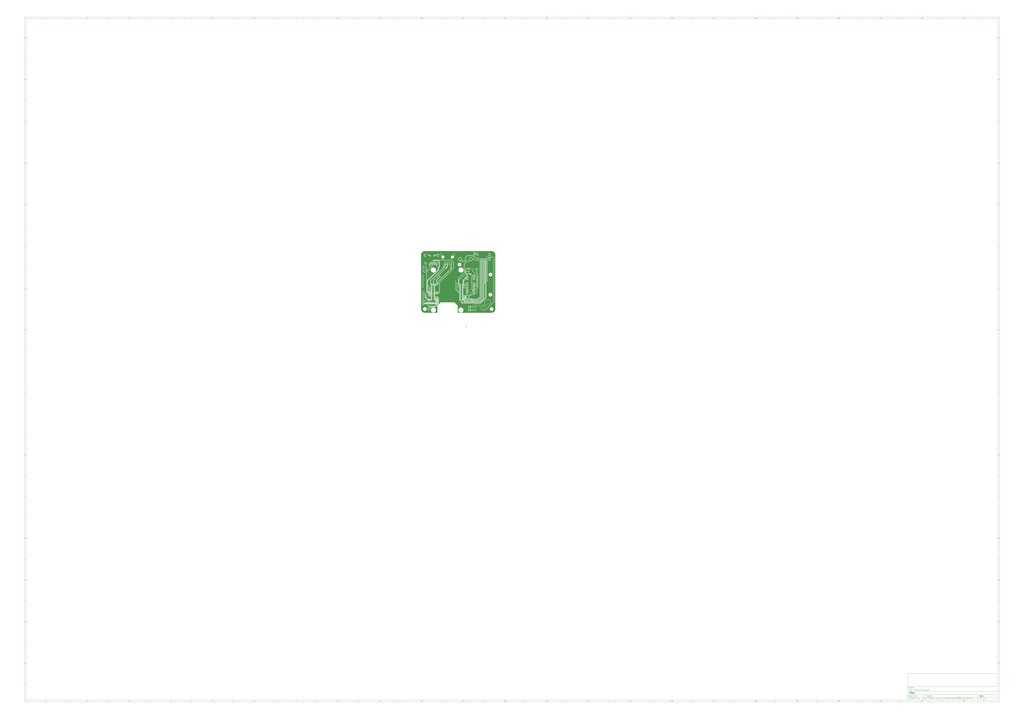
<source format=gbr>
%TF.GenerationSoftware,KiCad,Pcbnew,5.99.0-unknown-912657dd23~106~ubuntu20.04.1*%
%TF.CreationDate,2020-12-28T23:19:27+03:00*%
%TF.ProjectId,CM4_2,434d345f-322e-46b6-9963-61645f706362,rev?*%
%TF.SameCoordinates,PX1ce88340PY15c17540*%
%TF.FileFunction,Copper,L1,Top*%
%TF.FilePolarity,Positive*%
%FSLAX46Y46*%
G04 Gerber Fmt 4.6, Leading zero omitted, Abs format (unit mm)*
G04 Created by KiCad (PCBNEW 5.99.0-unknown-912657dd23~106~ubuntu20.04.1) date 2020-12-28 23:19:27*
%MOMM*%
%LPD*%
G01*
G04 APERTURE LIST*
G04 Aperture macros list*
%AMRoundRect*
0 Rectangle with rounded corners*
0 $1 Rounding radius*
0 $2 $3 $4 $5 $6 $7 $8 $9 X,Y pos of 4 corners*
0 Add a 4 corners polygon primitive as box body*
4,1,4,$2,$3,$4,$5,$6,$7,$8,$9,$2,$3,0*
0 Add four circle primitives for the rounded corners*
1,1,$1+$1,$2,$3,0*
1,1,$1+$1,$4,$5,0*
1,1,$1+$1,$6,$7,0*
1,1,$1+$1,$8,$9,0*
0 Add four rect primitives between the rounded corners*
20,1,$1+$1,$2,$3,$4,$5,0*
20,1,$1+$1,$4,$5,$6,$7,0*
20,1,$1+$1,$6,$7,$8,$9,0*
20,1,$1+$1,$8,$9,$2,$3,0*%
G04 Aperture macros list end*
%ADD10C,0.100000*%
%ADD11C,0.150000*%
%ADD12C,0.300000*%
%ADD13C,0.400000*%
%TA.AperFunction,WasherPad*%
%ADD14C,1.000000*%
%TD*%
%TA.AperFunction,ComponentPad*%
%ADD15R,1.700000X1.700000*%
%TD*%
%TA.AperFunction,ComponentPad*%
%ADD16O,1.700000X1.700000*%
%TD*%
%TA.AperFunction,SMDPad,CuDef*%
%ADD17RoundRect,0.250000X-0.312500X-0.625000X0.312500X-0.625000X0.312500X0.625000X-0.312500X0.625000X0*%
%TD*%
%TA.AperFunction,SMDPad,CuDef*%
%ADD18R,2.000000X0.600000*%
%TD*%
%TA.AperFunction,SMDPad,CuDef*%
%ADD19R,3.200000X2.300000*%
%TD*%
%TA.AperFunction,ComponentPad*%
%ADD20R,1.524000X1.524000*%
%TD*%
%TA.AperFunction,ComponentPad*%
%ADD21C,1.524000*%
%TD*%
%TA.AperFunction,ComponentPad*%
%ADD22C,3.500000*%
%TD*%
%TA.AperFunction,SMDPad,CuDef*%
%ADD23R,0.700000X1.600000*%
%TD*%
%TA.AperFunction,SMDPad,CuDef*%
%ADD24R,1.200000X1.400000*%
%TD*%
%TA.AperFunction,SMDPad,CuDef*%
%ADD25R,1.600000X1.400000*%
%TD*%
%TA.AperFunction,SMDPad,CuDef*%
%ADD26R,1.200000X2.200000*%
%TD*%
%TA.AperFunction,SMDPad,CuDef*%
%ADD27RoundRect,0.250000X0.325000X0.650000X-0.325000X0.650000X-0.325000X-0.650000X0.325000X-0.650000X0*%
%TD*%
%TA.AperFunction,SMDPad,CuDef*%
%ADD28R,0.700000X0.200000*%
%TD*%
%TA.AperFunction,SMDPad,CuDef*%
%ADD29RoundRect,0.250000X-0.262500X-0.450000X0.262500X-0.450000X0.262500X0.450000X-0.262500X0.450000X0*%
%TD*%
%TA.AperFunction,SMDPad,CuDef*%
%ADD30R,0.300000X2.600000*%
%TD*%
%TA.AperFunction,ComponentPad*%
%ADD31O,1.500000X3.300000*%
%TD*%
%TA.AperFunction,ComponentPad*%
%ADD32O,1.500000X2.300000*%
%TD*%
%TA.AperFunction,ComponentPad*%
%ADD33R,1.500000X1.500000*%
%TD*%
%TA.AperFunction,ComponentPad*%
%ADD34C,1.500000*%
%TD*%
%TA.AperFunction,ComponentPad*%
%ADD35C,3.000000*%
%TD*%
%TA.AperFunction,ViaPad*%
%ADD36C,0.800000*%
%TD*%
%TA.AperFunction,Conductor*%
%ADD37C,0.175006*%
%TD*%
%TA.AperFunction,Conductor*%
%ADD38C,0.200000*%
%TD*%
%TA.AperFunction,Conductor*%
%ADD39C,0.250000*%
%TD*%
%TA.AperFunction,Conductor*%
%ADD40C,0.127000*%
%TD*%
%TA.AperFunction,Conductor*%
%ADD41C,0.228854*%
%TD*%
%TA.AperFunction,Conductor*%
%ADD42C,1.000000*%
%TD*%
%TA.AperFunction,Conductor*%
%ADD43C,0.500000*%
%TD*%
%TA.AperFunction,Conductor*%
%ADD44C,0.300000*%
%TD*%
%TA.AperFunction,Conductor*%
%ADD45C,1.500000*%
%TD*%
G04 APERTURE END LIST*
D10*
D11*
X583999400Y-431994000D02*
X583999400Y-463994000D01*
X691999400Y-463994000D01*
X691999400Y-431994000D01*
X583999400Y-431994000D01*
D10*
D11*
X-475000000Y355000000D02*
X-475000000Y-465994000D01*
X693999400Y-465994000D01*
X693999400Y355000000D01*
X-475000000Y355000000D01*
D10*
D11*
X-473000000Y353000000D02*
X-473000000Y-463994000D01*
X691999400Y-463994000D01*
X691999400Y353000000D01*
X-473000000Y353000000D01*
D10*
D11*
X-425000000Y353000000D02*
X-425000000Y355000000D01*
D10*
D11*
X-375000000Y353000000D02*
X-375000000Y355000000D01*
D10*
D11*
X-325000000Y353000000D02*
X-325000000Y355000000D01*
D10*
D11*
X-275000000Y353000000D02*
X-275000000Y355000000D01*
D10*
D11*
X-225000000Y353000000D02*
X-225000000Y355000000D01*
D10*
D11*
X-175000000Y353000000D02*
X-175000000Y355000000D01*
D10*
D11*
X-125000000Y353000000D02*
X-125000000Y355000000D01*
D10*
D11*
X-75000000Y353000000D02*
X-75000000Y355000000D01*
D10*
D11*
X-25000000Y353000000D02*
X-25000000Y355000000D01*
D10*
D11*
X25000000Y353000000D02*
X25000000Y355000000D01*
D10*
D11*
X75000000Y353000000D02*
X75000000Y355000000D01*
D10*
D11*
X125000000Y353000000D02*
X125000000Y355000000D01*
D10*
D11*
X175000000Y353000000D02*
X175000000Y355000000D01*
D10*
D11*
X225000000Y353000000D02*
X225000000Y355000000D01*
D10*
D11*
X275000000Y353000000D02*
X275000000Y355000000D01*
D10*
D11*
X325000000Y353000000D02*
X325000000Y355000000D01*
D10*
D11*
X375000000Y353000000D02*
X375000000Y355000000D01*
D10*
D11*
X425000000Y353000000D02*
X425000000Y355000000D01*
D10*
D11*
X475000000Y353000000D02*
X475000000Y355000000D01*
D10*
D11*
X525000000Y353000000D02*
X525000000Y355000000D01*
D10*
D11*
X575000000Y353000000D02*
X575000000Y355000000D01*
D10*
D11*
X625000000Y353000000D02*
X625000000Y355000000D01*
D10*
D11*
X675000000Y353000000D02*
X675000000Y355000000D01*
D10*
D11*
X-448934524Y353411905D02*
X-449677381Y353411905D01*
X-449305953Y353411905D02*
X-449305953Y354711905D01*
X-449429762Y354526191D01*
X-449553572Y354402381D01*
X-449677381Y354340477D01*
D10*
D11*
X-399677381Y354588096D02*
X-399615477Y354650000D01*
X-399491667Y354711905D01*
X-399182143Y354711905D01*
X-399058334Y354650000D01*
X-398996429Y354588096D01*
X-398934524Y354464286D01*
X-398934524Y354340477D01*
X-398996429Y354154762D01*
X-399739286Y353411905D01*
X-398934524Y353411905D01*
D10*
D11*
X-349739286Y354711905D02*
X-348934524Y354711905D01*
X-349367858Y354216667D01*
X-349182143Y354216667D01*
X-349058334Y354154762D01*
X-348996429Y354092858D01*
X-348934524Y353969048D01*
X-348934524Y353659524D01*
X-348996429Y353535715D01*
X-349058334Y353473810D01*
X-349182143Y353411905D01*
X-349553572Y353411905D01*
X-349677381Y353473810D01*
X-349739286Y353535715D01*
D10*
D11*
X-299058334Y354278572D02*
X-299058334Y353411905D01*
X-299367858Y354773810D02*
X-299677381Y353845239D01*
X-298872620Y353845239D01*
D10*
D11*
X-248996429Y354711905D02*
X-249615477Y354711905D01*
X-249677381Y354092858D01*
X-249615477Y354154762D01*
X-249491667Y354216667D01*
X-249182143Y354216667D01*
X-249058334Y354154762D01*
X-248996429Y354092858D01*
X-248934524Y353969048D01*
X-248934524Y353659524D01*
X-248996429Y353535715D01*
X-249058334Y353473810D01*
X-249182143Y353411905D01*
X-249491667Y353411905D01*
X-249615477Y353473810D01*
X-249677381Y353535715D01*
D10*
D11*
X-199058334Y354711905D02*
X-199305953Y354711905D01*
X-199429762Y354650000D01*
X-199491667Y354588096D01*
X-199615477Y354402381D01*
X-199677381Y354154762D01*
X-199677381Y353659524D01*
X-199615477Y353535715D01*
X-199553572Y353473810D01*
X-199429762Y353411905D01*
X-199182143Y353411905D01*
X-199058334Y353473810D01*
X-198996429Y353535715D01*
X-198934524Y353659524D01*
X-198934524Y353969048D01*
X-198996429Y354092858D01*
X-199058334Y354154762D01*
X-199182143Y354216667D01*
X-199429762Y354216667D01*
X-199553572Y354154762D01*
X-199615477Y354092858D01*
X-199677381Y353969048D01*
D10*
D11*
X-149739286Y354711905D02*
X-148872620Y354711905D01*
X-149429762Y353411905D01*
D10*
D11*
X-99429762Y354154762D02*
X-99553572Y354216667D01*
X-99615477Y354278572D01*
X-99677381Y354402381D01*
X-99677381Y354464286D01*
X-99615477Y354588096D01*
X-99553572Y354650000D01*
X-99429762Y354711905D01*
X-99182143Y354711905D01*
X-99058334Y354650000D01*
X-98996429Y354588096D01*
X-98934524Y354464286D01*
X-98934524Y354402381D01*
X-98996429Y354278572D01*
X-99058334Y354216667D01*
X-99182143Y354154762D01*
X-99429762Y354154762D01*
X-99553572Y354092858D01*
X-99615477Y354030953D01*
X-99677381Y353907143D01*
X-99677381Y353659524D01*
X-99615477Y353535715D01*
X-99553572Y353473810D01*
X-99429762Y353411905D01*
X-99182143Y353411905D01*
X-99058334Y353473810D01*
X-98996429Y353535715D01*
X-98934524Y353659524D01*
X-98934524Y353907143D01*
X-98996429Y354030953D01*
X-99058334Y354092858D01*
X-99182143Y354154762D01*
D10*
D11*
X-49553572Y353411905D02*
X-49305953Y353411905D01*
X-49182143Y353473810D01*
X-49120239Y353535715D01*
X-48996429Y353721429D01*
X-48934524Y353969048D01*
X-48934524Y354464286D01*
X-48996429Y354588096D01*
X-49058334Y354650000D01*
X-49182143Y354711905D01*
X-49429762Y354711905D01*
X-49553572Y354650000D01*
X-49615477Y354588096D01*
X-49677381Y354464286D01*
X-49677381Y354154762D01*
X-49615477Y354030953D01*
X-49553572Y353969048D01*
X-49429762Y353907143D01*
X-49182143Y353907143D01*
X-49058334Y353969048D01*
X-48996429Y354030953D01*
X-48934524Y354154762D01*
D10*
D11*
X1065476Y353411905D02*
X322619Y353411905D01*
X694047Y353411905D02*
X694047Y354711905D01*
X570238Y354526191D01*
X446428Y354402381D01*
X322619Y354340477D01*
X1870238Y354711905D02*
X1994047Y354711905D01*
X2117857Y354650000D01*
X2179761Y354588096D01*
X2241666Y354464286D01*
X2303571Y354216667D01*
X2303571Y353907143D01*
X2241666Y353659524D01*
X2179761Y353535715D01*
X2117857Y353473810D01*
X1994047Y353411905D01*
X1870238Y353411905D01*
X1746428Y353473810D01*
X1684523Y353535715D01*
X1622619Y353659524D01*
X1560714Y353907143D01*
X1560714Y354216667D01*
X1622619Y354464286D01*
X1684523Y354588096D01*
X1746428Y354650000D01*
X1870238Y354711905D01*
D10*
D11*
X51065476Y353411905D02*
X50322619Y353411905D01*
X50694047Y353411905D02*
X50694047Y354711905D01*
X50570238Y354526191D01*
X50446428Y354402381D01*
X50322619Y354340477D01*
X52303571Y353411905D02*
X51560714Y353411905D01*
X51932142Y353411905D02*
X51932142Y354711905D01*
X51808333Y354526191D01*
X51684523Y354402381D01*
X51560714Y354340477D01*
D10*
D11*
X101065476Y353411905D02*
X100322619Y353411905D01*
X100694047Y353411905D02*
X100694047Y354711905D01*
X100570238Y354526191D01*
X100446428Y354402381D01*
X100322619Y354340477D01*
X101560714Y354588096D02*
X101622619Y354650000D01*
X101746428Y354711905D01*
X102055952Y354711905D01*
X102179761Y354650000D01*
X102241666Y354588096D01*
X102303571Y354464286D01*
X102303571Y354340477D01*
X102241666Y354154762D01*
X101498809Y353411905D01*
X102303571Y353411905D01*
D10*
D11*
X151065476Y353411905D02*
X150322619Y353411905D01*
X150694047Y353411905D02*
X150694047Y354711905D01*
X150570238Y354526191D01*
X150446428Y354402381D01*
X150322619Y354340477D01*
X151498809Y354711905D02*
X152303571Y354711905D01*
X151870238Y354216667D01*
X152055952Y354216667D01*
X152179761Y354154762D01*
X152241666Y354092858D01*
X152303571Y353969048D01*
X152303571Y353659524D01*
X152241666Y353535715D01*
X152179761Y353473810D01*
X152055952Y353411905D01*
X151684523Y353411905D01*
X151560714Y353473810D01*
X151498809Y353535715D01*
D10*
D11*
X201065476Y353411905D02*
X200322619Y353411905D01*
X200694047Y353411905D02*
X200694047Y354711905D01*
X200570238Y354526191D01*
X200446428Y354402381D01*
X200322619Y354340477D01*
X202179761Y354278572D02*
X202179761Y353411905D01*
X201870238Y354773810D02*
X201560714Y353845239D01*
X202365476Y353845239D01*
D10*
D11*
X251065476Y353411905D02*
X250322619Y353411905D01*
X250694047Y353411905D02*
X250694047Y354711905D01*
X250570238Y354526191D01*
X250446428Y354402381D01*
X250322619Y354340477D01*
X252241666Y354711905D02*
X251622619Y354711905D01*
X251560714Y354092858D01*
X251622619Y354154762D01*
X251746428Y354216667D01*
X252055952Y354216667D01*
X252179761Y354154762D01*
X252241666Y354092858D01*
X252303571Y353969048D01*
X252303571Y353659524D01*
X252241666Y353535715D01*
X252179761Y353473810D01*
X252055952Y353411905D01*
X251746428Y353411905D01*
X251622619Y353473810D01*
X251560714Y353535715D01*
D10*
D11*
X301065476Y353411905D02*
X300322619Y353411905D01*
X300694047Y353411905D02*
X300694047Y354711905D01*
X300570238Y354526191D01*
X300446428Y354402381D01*
X300322619Y354340477D01*
X302179761Y354711905D02*
X301932142Y354711905D01*
X301808333Y354650000D01*
X301746428Y354588096D01*
X301622619Y354402381D01*
X301560714Y354154762D01*
X301560714Y353659524D01*
X301622619Y353535715D01*
X301684523Y353473810D01*
X301808333Y353411905D01*
X302055952Y353411905D01*
X302179761Y353473810D01*
X302241666Y353535715D01*
X302303571Y353659524D01*
X302303571Y353969048D01*
X302241666Y354092858D01*
X302179761Y354154762D01*
X302055952Y354216667D01*
X301808333Y354216667D01*
X301684523Y354154762D01*
X301622619Y354092858D01*
X301560714Y353969048D01*
D10*
D11*
X351065476Y353411905D02*
X350322619Y353411905D01*
X350694047Y353411905D02*
X350694047Y354711905D01*
X350570238Y354526191D01*
X350446428Y354402381D01*
X350322619Y354340477D01*
X351498809Y354711905D02*
X352365476Y354711905D01*
X351808333Y353411905D01*
D10*
D11*
X401065476Y353411905D02*
X400322619Y353411905D01*
X400694047Y353411905D02*
X400694047Y354711905D01*
X400570238Y354526191D01*
X400446428Y354402381D01*
X400322619Y354340477D01*
X401808333Y354154762D02*
X401684523Y354216667D01*
X401622619Y354278572D01*
X401560714Y354402381D01*
X401560714Y354464286D01*
X401622619Y354588096D01*
X401684523Y354650000D01*
X401808333Y354711905D01*
X402055952Y354711905D01*
X402179761Y354650000D01*
X402241666Y354588096D01*
X402303571Y354464286D01*
X402303571Y354402381D01*
X402241666Y354278572D01*
X402179761Y354216667D01*
X402055952Y354154762D01*
X401808333Y354154762D01*
X401684523Y354092858D01*
X401622619Y354030953D01*
X401560714Y353907143D01*
X401560714Y353659524D01*
X401622619Y353535715D01*
X401684523Y353473810D01*
X401808333Y353411905D01*
X402055952Y353411905D01*
X402179761Y353473810D01*
X402241666Y353535715D01*
X402303571Y353659524D01*
X402303571Y353907143D01*
X402241666Y354030953D01*
X402179761Y354092858D01*
X402055952Y354154762D01*
D10*
D11*
X451065476Y353411905D02*
X450322619Y353411905D01*
X450694047Y353411905D02*
X450694047Y354711905D01*
X450570238Y354526191D01*
X450446428Y354402381D01*
X450322619Y354340477D01*
X451684523Y353411905D02*
X451932142Y353411905D01*
X452055952Y353473810D01*
X452117857Y353535715D01*
X452241666Y353721429D01*
X452303571Y353969048D01*
X452303571Y354464286D01*
X452241666Y354588096D01*
X452179761Y354650000D01*
X452055952Y354711905D01*
X451808333Y354711905D01*
X451684523Y354650000D01*
X451622619Y354588096D01*
X451560714Y354464286D01*
X451560714Y354154762D01*
X451622619Y354030953D01*
X451684523Y353969048D01*
X451808333Y353907143D01*
X452055952Y353907143D01*
X452179761Y353969048D01*
X452241666Y354030953D01*
X452303571Y354154762D01*
D10*
D11*
X500322619Y354588096D02*
X500384523Y354650000D01*
X500508333Y354711905D01*
X500817857Y354711905D01*
X500941666Y354650000D01*
X501003571Y354588096D01*
X501065476Y354464286D01*
X501065476Y354340477D01*
X501003571Y354154762D01*
X500260714Y353411905D01*
X501065476Y353411905D01*
X501870238Y354711905D02*
X501994047Y354711905D01*
X502117857Y354650000D01*
X502179761Y354588096D01*
X502241666Y354464286D01*
X502303571Y354216667D01*
X502303571Y353907143D01*
X502241666Y353659524D01*
X502179761Y353535715D01*
X502117857Y353473810D01*
X501994047Y353411905D01*
X501870238Y353411905D01*
X501746428Y353473810D01*
X501684523Y353535715D01*
X501622619Y353659524D01*
X501560714Y353907143D01*
X501560714Y354216667D01*
X501622619Y354464286D01*
X501684523Y354588096D01*
X501746428Y354650000D01*
X501870238Y354711905D01*
D10*
D11*
X550322619Y354588096D02*
X550384523Y354650000D01*
X550508333Y354711905D01*
X550817857Y354711905D01*
X550941666Y354650000D01*
X551003571Y354588096D01*
X551065476Y354464286D01*
X551065476Y354340477D01*
X551003571Y354154762D01*
X550260714Y353411905D01*
X551065476Y353411905D01*
X552303571Y353411905D02*
X551560714Y353411905D01*
X551932142Y353411905D02*
X551932142Y354711905D01*
X551808333Y354526191D01*
X551684523Y354402381D01*
X551560714Y354340477D01*
D10*
D11*
X600322619Y354588096D02*
X600384523Y354650000D01*
X600508333Y354711905D01*
X600817857Y354711905D01*
X600941666Y354650000D01*
X601003571Y354588096D01*
X601065476Y354464286D01*
X601065476Y354340477D01*
X601003571Y354154762D01*
X600260714Y353411905D01*
X601065476Y353411905D01*
X601560714Y354588096D02*
X601622619Y354650000D01*
X601746428Y354711905D01*
X602055952Y354711905D01*
X602179761Y354650000D01*
X602241666Y354588096D01*
X602303571Y354464286D01*
X602303571Y354340477D01*
X602241666Y354154762D01*
X601498809Y353411905D01*
X602303571Y353411905D01*
D10*
D11*
X650322619Y354588096D02*
X650384523Y354650000D01*
X650508333Y354711905D01*
X650817857Y354711905D01*
X650941666Y354650000D01*
X651003571Y354588096D01*
X651065476Y354464286D01*
X651065476Y354340477D01*
X651003571Y354154762D01*
X650260714Y353411905D01*
X651065476Y353411905D01*
X651498809Y354711905D02*
X652303571Y354711905D01*
X651870238Y354216667D01*
X652055952Y354216667D01*
X652179761Y354154762D01*
X652241666Y354092858D01*
X652303571Y353969048D01*
X652303571Y353659524D01*
X652241666Y353535715D01*
X652179761Y353473810D01*
X652055952Y353411905D01*
X651684523Y353411905D01*
X651560714Y353473810D01*
X651498809Y353535715D01*
D10*
D11*
X-425000000Y-463994000D02*
X-425000000Y-465994000D01*
D10*
D11*
X-375000000Y-463994000D02*
X-375000000Y-465994000D01*
D10*
D11*
X-325000000Y-463994000D02*
X-325000000Y-465994000D01*
D10*
D11*
X-275000000Y-463994000D02*
X-275000000Y-465994000D01*
D10*
D11*
X-225000000Y-463994000D02*
X-225000000Y-465994000D01*
D10*
D11*
X-175000000Y-463994000D02*
X-175000000Y-465994000D01*
D10*
D11*
X-125000000Y-463994000D02*
X-125000000Y-465994000D01*
D10*
D11*
X-75000000Y-463994000D02*
X-75000000Y-465994000D01*
D10*
D11*
X-25000000Y-463994000D02*
X-25000000Y-465994000D01*
D10*
D11*
X25000000Y-463994000D02*
X25000000Y-465994000D01*
D10*
D11*
X75000000Y-463994000D02*
X75000000Y-465994000D01*
D10*
D11*
X125000000Y-463994000D02*
X125000000Y-465994000D01*
D10*
D11*
X175000000Y-463994000D02*
X175000000Y-465994000D01*
D10*
D11*
X225000000Y-463994000D02*
X225000000Y-465994000D01*
D10*
D11*
X275000000Y-463994000D02*
X275000000Y-465994000D01*
D10*
D11*
X325000000Y-463994000D02*
X325000000Y-465994000D01*
D10*
D11*
X375000000Y-463994000D02*
X375000000Y-465994000D01*
D10*
D11*
X425000000Y-463994000D02*
X425000000Y-465994000D01*
D10*
D11*
X475000000Y-463994000D02*
X475000000Y-465994000D01*
D10*
D11*
X525000000Y-463994000D02*
X525000000Y-465994000D01*
D10*
D11*
X575000000Y-463994000D02*
X575000000Y-465994000D01*
D10*
D11*
X625000000Y-463994000D02*
X625000000Y-465994000D01*
D10*
D11*
X675000000Y-463994000D02*
X675000000Y-465994000D01*
D10*
D11*
X-448934524Y-465582095D02*
X-449677381Y-465582095D01*
X-449305953Y-465582095D02*
X-449305953Y-464282095D01*
X-449429762Y-464467809D01*
X-449553572Y-464591619D01*
X-449677381Y-464653523D01*
D10*
D11*
X-399677381Y-464405904D02*
X-399615477Y-464344000D01*
X-399491667Y-464282095D01*
X-399182143Y-464282095D01*
X-399058334Y-464344000D01*
X-398996429Y-464405904D01*
X-398934524Y-464529714D01*
X-398934524Y-464653523D01*
X-398996429Y-464839238D01*
X-399739286Y-465582095D01*
X-398934524Y-465582095D01*
D10*
D11*
X-349739286Y-464282095D02*
X-348934524Y-464282095D01*
X-349367858Y-464777333D01*
X-349182143Y-464777333D01*
X-349058334Y-464839238D01*
X-348996429Y-464901142D01*
X-348934524Y-465024952D01*
X-348934524Y-465334476D01*
X-348996429Y-465458285D01*
X-349058334Y-465520190D01*
X-349182143Y-465582095D01*
X-349553572Y-465582095D01*
X-349677381Y-465520190D01*
X-349739286Y-465458285D01*
D10*
D11*
X-299058334Y-464715428D02*
X-299058334Y-465582095D01*
X-299367858Y-464220190D02*
X-299677381Y-465148761D01*
X-298872620Y-465148761D01*
D10*
D11*
X-248996429Y-464282095D02*
X-249615477Y-464282095D01*
X-249677381Y-464901142D01*
X-249615477Y-464839238D01*
X-249491667Y-464777333D01*
X-249182143Y-464777333D01*
X-249058334Y-464839238D01*
X-248996429Y-464901142D01*
X-248934524Y-465024952D01*
X-248934524Y-465334476D01*
X-248996429Y-465458285D01*
X-249058334Y-465520190D01*
X-249182143Y-465582095D01*
X-249491667Y-465582095D01*
X-249615477Y-465520190D01*
X-249677381Y-465458285D01*
D10*
D11*
X-199058334Y-464282095D02*
X-199305953Y-464282095D01*
X-199429762Y-464344000D01*
X-199491667Y-464405904D01*
X-199615477Y-464591619D01*
X-199677381Y-464839238D01*
X-199677381Y-465334476D01*
X-199615477Y-465458285D01*
X-199553572Y-465520190D01*
X-199429762Y-465582095D01*
X-199182143Y-465582095D01*
X-199058334Y-465520190D01*
X-198996429Y-465458285D01*
X-198934524Y-465334476D01*
X-198934524Y-465024952D01*
X-198996429Y-464901142D01*
X-199058334Y-464839238D01*
X-199182143Y-464777333D01*
X-199429762Y-464777333D01*
X-199553572Y-464839238D01*
X-199615477Y-464901142D01*
X-199677381Y-465024952D01*
D10*
D11*
X-149739286Y-464282095D02*
X-148872620Y-464282095D01*
X-149429762Y-465582095D01*
D10*
D11*
X-99429762Y-464839238D02*
X-99553572Y-464777333D01*
X-99615477Y-464715428D01*
X-99677381Y-464591619D01*
X-99677381Y-464529714D01*
X-99615477Y-464405904D01*
X-99553572Y-464344000D01*
X-99429762Y-464282095D01*
X-99182143Y-464282095D01*
X-99058334Y-464344000D01*
X-98996429Y-464405904D01*
X-98934524Y-464529714D01*
X-98934524Y-464591619D01*
X-98996429Y-464715428D01*
X-99058334Y-464777333D01*
X-99182143Y-464839238D01*
X-99429762Y-464839238D01*
X-99553572Y-464901142D01*
X-99615477Y-464963047D01*
X-99677381Y-465086857D01*
X-99677381Y-465334476D01*
X-99615477Y-465458285D01*
X-99553572Y-465520190D01*
X-99429762Y-465582095D01*
X-99182143Y-465582095D01*
X-99058334Y-465520190D01*
X-98996429Y-465458285D01*
X-98934524Y-465334476D01*
X-98934524Y-465086857D01*
X-98996429Y-464963047D01*
X-99058334Y-464901142D01*
X-99182143Y-464839238D01*
D10*
D11*
X-49553572Y-465582095D02*
X-49305953Y-465582095D01*
X-49182143Y-465520190D01*
X-49120239Y-465458285D01*
X-48996429Y-465272571D01*
X-48934524Y-465024952D01*
X-48934524Y-464529714D01*
X-48996429Y-464405904D01*
X-49058334Y-464344000D01*
X-49182143Y-464282095D01*
X-49429762Y-464282095D01*
X-49553572Y-464344000D01*
X-49615477Y-464405904D01*
X-49677381Y-464529714D01*
X-49677381Y-464839238D01*
X-49615477Y-464963047D01*
X-49553572Y-465024952D01*
X-49429762Y-465086857D01*
X-49182143Y-465086857D01*
X-49058334Y-465024952D01*
X-48996429Y-464963047D01*
X-48934524Y-464839238D01*
D10*
D11*
X1065476Y-465582095D02*
X322619Y-465582095D01*
X694047Y-465582095D02*
X694047Y-464282095D01*
X570238Y-464467809D01*
X446428Y-464591619D01*
X322619Y-464653523D01*
X1870238Y-464282095D02*
X1994047Y-464282095D01*
X2117857Y-464344000D01*
X2179761Y-464405904D01*
X2241666Y-464529714D01*
X2303571Y-464777333D01*
X2303571Y-465086857D01*
X2241666Y-465334476D01*
X2179761Y-465458285D01*
X2117857Y-465520190D01*
X1994047Y-465582095D01*
X1870238Y-465582095D01*
X1746428Y-465520190D01*
X1684523Y-465458285D01*
X1622619Y-465334476D01*
X1560714Y-465086857D01*
X1560714Y-464777333D01*
X1622619Y-464529714D01*
X1684523Y-464405904D01*
X1746428Y-464344000D01*
X1870238Y-464282095D01*
D10*
D11*
X51065476Y-465582095D02*
X50322619Y-465582095D01*
X50694047Y-465582095D02*
X50694047Y-464282095D01*
X50570238Y-464467809D01*
X50446428Y-464591619D01*
X50322619Y-464653523D01*
X52303571Y-465582095D02*
X51560714Y-465582095D01*
X51932142Y-465582095D02*
X51932142Y-464282095D01*
X51808333Y-464467809D01*
X51684523Y-464591619D01*
X51560714Y-464653523D01*
D10*
D11*
X101065476Y-465582095D02*
X100322619Y-465582095D01*
X100694047Y-465582095D02*
X100694047Y-464282095D01*
X100570238Y-464467809D01*
X100446428Y-464591619D01*
X100322619Y-464653523D01*
X101560714Y-464405904D02*
X101622619Y-464344000D01*
X101746428Y-464282095D01*
X102055952Y-464282095D01*
X102179761Y-464344000D01*
X102241666Y-464405904D01*
X102303571Y-464529714D01*
X102303571Y-464653523D01*
X102241666Y-464839238D01*
X101498809Y-465582095D01*
X102303571Y-465582095D01*
D10*
D11*
X151065476Y-465582095D02*
X150322619Y-465582095D01*
X150694047Y-465582095D02*
X150694047Y-464282095D01*
X150570238Y-464467809D01*
X150446428Y-464591619D01*
X150322619Y-464653523D01*
X151498809Y-464282095D02*
X152303571Y-464282095D01*
X151870238Y-464777333D01*
X152055952Y-464777333D01*
X152179761Y-464839238D01*
X152241666Y-464901142D01*
X152303571Y-465024952D01*
X152303571Y-465334476D01*
X152241666Y-465458285D01*
X152179761Y-465520190D01*
X152055952Y-465582095D01*
X151684523Y-465582095D01*
X151560714Y-465520190D01*
X151498809Y-465458285D01*
D10*
D11*
X201065476Y-465582095D02*
X200322619Y-465582095D01*
X200694047Y-465582095D02*
X200694047Y-464282095D01*
X200570238Y-464467809D01*
X200446428Y-464591619D01*
X200322619Y-464653523D01*
X202179761Y-464715428D02*
X202179761Y-465582095D01*
X201870238Y-464220190D02*
X201560714Y-465148761D01*
X202365476Y-465148761D01*
D10*
D11*
X251065476Y-465582095D02*
X250322619Y-465582095D01*
X250694047Y-465582095D02*
X250694047Y-464282095D01*
X250570238Y-464467809D01*
X250446428Y-464591619D01*
X250322619Y-464653523D01*
X252241666Y-464282095D02*
X251622619Y-464282095D01*
X251560714Y-464901142D01*
X251622619Y-464839238D01*
X251746428Y-464777333D01*
X252055952Y-464777333D01*
X252179761Y-464839238D01*
X252241666Y-464901142D01*
X252303571Y-465024952D01*
X252303571Y-465334476D01*
X252241666Y-465458285D01*
X252179761Y-465520190D01*
X252055952Y-465582095D01*
X251746428Y-465582095D01*
X251622619Y-465520190D01*
X251560714Y-465458285D01*
D10*
D11*
X301065476Y-465582095D02*
X300322619Y-465582095D01*
X300694047Y-465582095D02*
X300694047Y-464282095D01*
X300570238Y-464467809D01*
X300446428Y-464591619D01*
X300322619Y-464653523D01*
X302179761Y-464282095D02*
X301932142Y-464282095D01*
X301808333Y-464344000D01*
X301746428Y-464405904D01*
X301622619Y-464591619D01*
X301560714Y-464839238D01*
X301560714Y-465334476D01*
X301622619Y-465458285D01*
X301684523Y-465520190D01*
X301808333Y-465582095D01*
X302055952Y-465582095D01*
X302179761Y-465520190D01*
X302241666Y-465458285D01*
X302303571Y-465334476D01*
X302303571Y-465024952D01*
X302241666Y-464901142D01*
X302179761Y-464839238D01*
X302055952Y-464777333D01*
X301808333Y-464777333D01*
X301684523Y-464839238D01*
X301622619Y-464901142D01*
X301560714Y-465024952D01*
D10*
D11*
X351065476Y-465582095D02*
X350322619Y-465582095D01*
X350694047Y-465582095D02*
X350694047Y-464282095D01*
X350570238Y-464467809D01*
X350446428Y-464591619D01*
X350322619Y-464653523D01*
X351498809Y-464282095D02*
X352365476Y-464282095D01*
X351808333Y-465582095D01*
D10*
D11*
X401065476Y-465582095D02*
X400322619Y-465582095D01*
X400694047Y-465582095D02*
X400694047Y-464282095D01*
X400570238Y-464467809D01*
X400446428Y-464591619D01*
X400322619Y-464653523D01*
X401808333Y-464839238D02*
X401684523Y-464777333D01*
X401622619Y-464715428D01*
X401560714Y-464591619D01*
X401560714Y-464529714D01*
X401622619Y-464405904D01*
X401684523Y-464344000D01*
X401808333Y-464282095D01*
X402055952Y-464282095D01*
X402179761Y-464344000D01*
X402241666Y-464405904D01*
X402303571Y-464529714D01*
X402303571Y-464591619D01*
X402241666Y-464715428D01*
X402179761Y-464777333D01*
X402055952Y-464839238D01*
X401808333Y-464839238D01*
X401684523Y-464901142D01*
X401622619Y-464963047D01*
X401560714Y-465086857D01*
X401560714Y-465334476D01*
X401622619Y-465458285D01*
X401684523Y-465520190D01*
X401808333Y-465582095D01*
X402055952Y-465582095D01*
X402179761Y-465520190D01*
X402241666Y-465458285D01*
X402303571Y-465334476D01*
X402303571Y-465086857D01*
X402241666Y-464963047D01*
X402179761Y-464901142D01*
X402055952Y-464839238D01*
D10*
D11*
X451065476Y-465582095D02*
X450322619Y-465582095D01*
X450694047Y-465582095D02*
X450694047Y-464282095D01*
X450570238Y-464467809D01*
X450446428Y-464591619D01*
X450322619Y-464653523D01*
X451684523Y-465582095D02*
X451932142Y-465582095D01*
X452055952Y-465520190D01*
X452117857Y-465458285D01*
X452241666Y-465272571D01*
X452303571Y-465024952D01*
X452303571Y-464529714D01*
X452241666Y-464405904D01*
X452179761Y-464344000D01*
X452055952Y-464282095D01*
X451808333Y-464282095D01*
X451684523Y-464344000D01*
X451622619Y-464405904D01*
X451560714Y-464529714D01*
X451560714Y-464839238D01*
X451622619Y-464963047D01*
X451684523Y-465024952D01*
X451808333Y-465086857D01*
X452055952Y-465086857D01*
X452179761Y-465024952D01*
X452241666Y-464963047D01*
X452303571Y-464839238D01*
D10*
D11*
X500322619Y-464405904D02*
X500384523Y-464344000D01*
X500508333Y-464282095D01*
X500817857Y-464282095D01*
X500941666Y-464344000D01*
X501003571Y-464405904D01*
X501065476Y-464529714D01*
X501065476Y-464653523D01*
X501003571Y-464839238D01*
X500260714Y-465582095D01*
X501065476Y-465582095D01*
X501870238Y-464282095D02*
X501994047Y-464282095D01*
X502117857Y-464344000D01*
X502179761Y-464405904D01*
X502241666Y-464529714D01*
X502303571Y-464777333D01*
X502303571Y-465086857D01*
X502241666Y-465334476D01*
X502179761Y-465458285D01*
X502117857Y-465520190D01*
X501994047Y-465582095D01*
X501870238Y-465582095D01*
X501746428Y-465520190D01*
X501684523Y-465458285D01*
X501622619Y-465334476D01*
X501560714Y-465086857D01*
X501560714Y-464777333D01*
X501622619Y-464529714D01*
X501684523Y-464405904D01*
X501746428Y-464344000D01*
X501870238Y-464282095D01*
D10*
D11*
X550322619Y-464405904D02*
X550384523Y-464344000D01*
X550508333Y-464282095D01*
X550817857Y-464282095D01*
X550941666Y-464344000D01*
X551003571Y-464405904D01*
X551065476Y-464529714D01*
X551065476Y-464653523D01*
X551003571Y-464839238D01*
X550260714Y-465582095D01*
X551065476Y-465582095D01*
X552303571Y-465582095D02*
X551560714Y-465582095D01*
X551932142Y-465582095D02*
X551932142Y-464282095D01*
X551808333Y-464467809D01*
X551684523Y-464591619D01*
X551560714Y-464653523D01*
D10*
D11*
X600322619Y-464405904D02*
X600384523Y-464344000D01*
X600508333Y-464282095D01*
X600817857Y-464282095D01*
X600941666Y-464344000D01*
X601003571Y-464405904D01*
X601065476Y-464529714D01*
X601065476Y-464653523D01*
X601003571Y-464839238D01*
X600260714Y-465582095D01*
X601065476Y-465582095D01*
X601560714Y-464405904D02*
X601622619Y-464344000D01*
X601746428Y-464282095D01*
X602055952Y-464282095D01*
X602179761Y-464344000D01*
X602241666Y-464405904D01*
X602303571Y-464529714D01*
X602303571Y-464653523D01*
X602241666Y-464839238D01*
X601498809Y-465582095D01*
X602303571Y-465582095D01*
D10*
D11*
X650322619Y-464405904D02*
X650384523Y-464344000D01*
X650508333Y-464282095D01*
X650817857Y-464282095D01*
X650941666Y-464344000D01*
X651003571Y-464405904D01*
X651065476Y-464529714D01*
X651065476Y-464653523D01*
X651003571Y-464839238D01*
X650260714Y-465582095D01*
X651065476Y-465582095D01*
X651498809Y-464282095D02*
X652303571Y-464282095D01*
X651870238Y-464777333D01*
X652055952Y-464777333D01*
X652179761Y-464839238D01*
X652241666Y-464901142D01*
X652303571Y-465024952D01*
X652303571Y-465334476D01*
X652241666Y-465458285D01*
X652179761Y-465520190D01*
X652055952Y-465582095D01*
X651684523Y-465582095D01*
X651560714Y-465520190D01*
X651498809Y-465458285D01*
D10*
D11*
X-475000000Y305000000D02*
X-473000000Y305000000D01*
D10*
D11*
X-475000000Y255000000D02*
X-473000000Y255000000D01*
D10*
D11*
X-475000000Y205000000D02*
X-473000000Y205000000D01*
D10*
D11*
X-475000000Y155000000D02*
X-473000000Y155000000D01*
D10*
D11*
X-475000000Y105000000D02*
X-473000000Y105000000D01*
D10*
D11*
X-475000000Y55000000D02*
X-473000000Y55000000D01*
D10*
D11*
X-475000000Y5000000D02*
X-473000000Y5000000D01*
D10*
D11*
X-475000000Y-45000000D02*
X-473000000Y-45000000D01*
D10*
D11*
X-475000000Y-95000000D02*
X-473000000Y-95000000D01*
D10*
D11*
X-475000000Y-145000000D02*
X-473000000Y-145000000D01*
D10*
D11*
X-475000000Y-195000000D02*
X-473000000Y-195000000D01*
D10*
D11*
X-475000000Y-245000000D02*
X-473000000Y-245000000D01*
D10*
D11*
X-475000000Y-295000000D02*
X-473000000Y-295000000D01*
D10*
D11*
X-475000000Y-345000000D02*
X-473000000Y-345000000D01*
D10*
D11*
X-475000000Y-395000000D02*
X-473000000Y-395000000D01*
D10*
D11*
X-475000000Y-445000000D02*
X-473000000Y-445000000D01*
D10*
D11*
X-474309524Y329783334D02*
X-473690477Y329783334D01*
X-474433334Y329411905D02*
X-474000000Y330711905D01*
X-473566667Y329411905D01*
D10*
D11*
X-473907143Y280092858D02*
X-473721429Y280030953D01*
X-473659524Y279969048D01*
X-473597620Y279845239D01*
X-473597620Y279659524D01*
X-473659524Y279535715D01*
X-473721429Y279473810D01*
X-473845239Y279411905D01*
X-474340477Y279411905D01*
X-474340477Y280711905D01*
X-473907143Y280711905D01*
X-473783334Y280650000D01*
X-473721429Y280588096D01*
X-473659524Y280464286D01*
X-473659524Y280340477D01*
X-473721429Y280216667D01*
X-473783334Y280154762D01*
X-473907143Y280092858D01*
X-474340477Y280092858D01*
D10*
D11*
X-473597620Y229535715D02*
X-473659524Y229473810D01*
X-473845239Y229411905D01*
X-473969048Y229411905D01*
X-474154762Y229473810D01*
X-474278572Y229597620D01*
X-474340477Y229721429D01*
X-474402381Y229969048D01*
X-474402381Y230154762D01*
X-474340477Y230402381D01*
X-474278572Y230526191D01*
X-474154762Y230650000D01*
X-473969048Y230711905D01*
X-473845239Y230711905D01*
X-473659524Y230650000D01*
X-473597620Y230588096D01*
D10*
D11*
X-474340477Y179411905D02*
X-474340477Y180711905D01*
X-474030953Y180711905D01*
X-473845239Y180650000D01*
X-473721429Y180526191D01*
X-473659524Y180402381D01*
X-473597620Y180154762D01*
X-473597620Y179969048D01*
X-473659524Y179721429D01*
X-473721429Y179597620D01*
X-473845239Y179473810D01*
X-474030953Y179411905D01*
X-474340477Y179411905D01*
D10*
D11*
X-474278572Y130092858D02*
X-473845239Y130092858D01*
X-473659524Y129411905D02*
X-474278572Y129411905D01*
X-474278572Y130711905D01*
X-473659524Y130711905D01*
D10*
D11*
X-473814286Y80092858D02*
X-474247620Y80092858D01*
X-474247620Y79411905D02*
X-474247620Y80711905D01*
X-473628572Y80711905D01*
D10*
D11*
X-473659524Y30650000D02*
X-473783334Y30711905D01*
X-473969048Y30711905D01*
X-474154762Y30650000D01*
X-474278572Y30526191D01*
X-474340477Y30402381D01*
X-474402381Y30154762D01*
X-474402381Y29969048D01*
X-474340477Y29721429D01*
X-474278572Y29597620D01*
X-474154762Y29473810D01*
X-473969048Y29411905D01*
X-473845239Y29411905D01*
X-473659524Y29473810D01*
X-473597620Y29535715D01*
X-473597620Y29969048D01*
X-473845239Y29969048D01*
D10*
D11*
X-474371429Y-20588095D02*
X-474371429Y-19288095D01*
X-474371429Y-19907142D02*
X-473628572Y-19907142D01*
X-473628572Y-20588095D02*
X-473628572Y-19288095D01*
D10*
D11*
X-474000000Y-70588095D02*
X-474000000Y-69288095D01*
D10*
D11*
X-473814286Y-119288095D02*
X-473814286Y-120216666D01*
X-473876191Y-120402380D01*
X-474000000Y-120526190D01*
X-474185715Y-120588095D01*
X-474309524Y-120588095D01*
D10*
D11*
X-474340477Y-170588095D02*
X-474340477Y-169288095D01*
X-473597620Y-170588095D02*
X-474154762Y-169845238D01*
X-473597620Y-169288095D02*
X-474340477Y-170030952D01*
D10*
D11*
X-473597620Y-220588095D02*
X-474216667Y-220588095D01*
X-474216667Y-219288095D01*
D10*
D11*
X-474433334Y-270588095D02*
X-474433334Y-269288095D01*
X-474000000Y-270216666D01*
X-473566667Y-269288095D01*
X-473566667Y-270588095D01*
D10*
D11*
X-474371429Y-320588095D02*
X-474371429Y-319288095D01*
X-473628572Y-320588095D01*
X-473628572Y-319288095D01*
D10*
D11*
X-474123810Y-369288095D02*
X-473876191Y-369288095D01*
X-473752381Y-369350000D01*
X-473628572Y-369473809D01*
X-473566667Y-369721428D01*
X-473566667Y-370154761D01*
X-473628572Y-370402380D01*
X-473752381Y-370526190D01*
X-473876191Y-370588095D01*
X-474123810Y-370588095D01*
X-474247620Y-370526190D01*
X-474371429Y-370402380D01*
X-474433334Y-370154761D01*
X-474433334Y-369721428D01*
X-474371429Y-369473809D01*
X-474247620Y-369350000D01*
X-474123810Y-369288095D01*
D10*
D11*
X-474340477Y-420588095D02*
X-474340477Y-419288095D01*
X-473845239Y-419288095D01*
X-473721429Y-419350000D01*
X-473659524Y-419411904D01*
X-473597620Y-419535714D01*
X-473597620Y-419721428D01*
X-473659524Y-419845238D01*
X-473721429Y-419907142D01*
X-473845239Y-419969047D01*
X-474340477Y-419969047D01*
D10*
D11*
X693999400Y305000000D02*
X691999400Y305000000D01*
D10*
D11*
X693999400Y255000000D02*
X691999400Y255000000D01*
D10*
D11*
X693999400Y205000000D02*
X691999400Y205000000D01*
D10*
D11*
X693999400Y155000000D02*
X691999400Y155000000D01*
D10*
D11*
X693999400Y105000000D02*
X691999400Y105000000D01*
D10*
D11*
X693999400Y55000000D02*
X691999400Y55000000D01*
D10*
D11*
X693999400Y5000000D02*
X691999400Y5000000D01*
D10*
D11*
X693999400Y-45000000D02*
X691999400Y-45000000D01*
D10*
D11*
X693999400Y-95000000D02*
X691999400Y-95000000D01*
D10*
D11*
X693999400Y-145000000D02*
X691999400Y-145000000D01*
D10*
D11*
X693999400Y-195000000D02*
X691999400Y-195000000D01*
D10*
D11*
X693999400Y-245000000D02*
X691999400Y-245000000D01*
D10*
D11*
X693999400Y-295000000D02*
X691999400Y-295000000D01*
D10*
D11*
X693999400Y-345000000D02*
X691999400Y-345000000D01*
D10*
D11*
X693999400Y-395000000D02*
X691999400Y-395000000D01*
D10*
D11*
X693999400Y-445000000D02*
X691999400Y-445000000D01*
D10*
D11*
X692689876Y329783334D02*
X693308923Y329783334D01*
X692566066Y329411905D02*
X692999400Y330711905D01*
X693432733Y329411905D01*
D10*
D11*
X693092257Y280092858D02*
X693277971Y280030953D01*
X693339876Y279969048D01*
X693401780Y279845239D01*
X693401780Y279659524D01*
X693339876Y279535715D01*
X693277971Y279473810D01*
X693154161Y279411905D01*
X692658923Y279411905D01*
X692658923Y280711905D01*
X693092257Y280711905D01*
X693216066Y280650000D01*
X693277971Y280588096D01*
X693339876Y280464286D01*
X693339876Y280340477D01*
X693277971Y280216667D01*
X693216066Y280154762D01*
X693092257Y280092858D01*
X692658923Y280092858D01*
D10*
D11*
X693401780Y229535715D02*
X693339876Y229473810D01*
X693154161Y229411905D01*
X693030352Y229411905D01*
X692844638Y229473810D01*
X692720828Y229597620D01*
X692658923Y229721429D01*
X692597019Y229969048D01*
X692597019Y230154762D01*
X692658923Y230402381D01*
X692720828Y230526191D01*
X692844638Y230650000D01*
X693030352Y230711905D01*
X693154161Y230711905D01*
X693339876Y230650000D01*
X693401780Y230588096D01*
D10*
D11*
X692658923Y179411905D02*
X692658923Y180711905D01*
X692968447Y180711905D01*
X693154161Y180650000D01*
X693277971Y180526191D01*
X693339876Y180402381D01*
X693401780Y180154762D01*
X693401780Y179969048D01*
X693339876Y179721429D01*
X693277971Y179597620D01*
X693154161Y179473810D01*
X692968447Y179411905D01*
X692658923Y179411905D01*
D10*
D11*
X692720828Y130092858D02*
X693154161Y130092858D01*
X693339876Y129411905D02*
X692720828Y129411905D01*
X692720828Y130711905D01*
X693339876Y130711905D01*
D10*
D11*
X693185114Y80092858D02*
X692751780Y80092858D01*
X692751780Y79411905D02*
X692751780Y80711905D01*
X693370828Y80711905D01*
D10*
D11*
X693339876Y30650000D02*
X693216066Y30711905D01*
X693030352Y30711905D01*
X692844638Y30650000D01*
X692720828Y30526191D01*
X692658923Y30402381D01*
X692597019Y30154762D01*
X692597019Y29969048D01*
X692658923Y29721429D01*
X692720828Y29597620D01*
X692844638Y29473810D01*
X693030352Y29411905D01*
X693154161Y29411905D01*
X693339876Y29473810D01*
X693401780Y29535715D01*
X693401780Y29969048D01*
X693154161Y29969048D01*
D10*
D11*
X692627971Y-20588095D02*
X692627971Y-19288095D01*
X692627971Y-19907142D02*
X693370828Y-19907142D01*
X693370828Y-20588095D02*
X693370828Y-19288095D01*
D10*
D11*
X692999400Y-70588095D02*
X692999400Y-69288095D01*
D10*
D11*
X693185114Y-119288095D02*
X693185114Y-120216666D01*
X693123209Y-120402380D01*
X692999400Y-120526190D01*
X692813685Y-120588095D01*
X692689876Y-120588095D01*
D10*
D11*
X692658923Y-170588095D02*
X692658923Y-169288095D01*
X693401780Y-170588095D02*
X692844638Y-169845238D01*
X693401780Y-169288095D02*
X692658923Y-170030952D01*
D10*
D11*
X693401780Y-220588095D02*
X692782733Y-220588095D01*
X692782733Y-219288095D01*
D10*
D11*
X692566066Y-270588095D02*
X692566066Y-269288095D01*
X692999400Y-270216666D01*
X693432733Y-269288095D01*
X693432733Y-270588095D01*
D10*
D11*
X692627971Y-320588095D02*
X692627971Y-319288095D01*
X693370828Y-320588095D01*
X693370828Y-319288095D01*
D10*
D11*
X692875590Y-369288095D02*
X693123209Y-369288095D01*
X693247019Y-369350000D01*
X693370828Y-369473809D01*
X693432733Y-369721428D01*
X693432733Y-370154761D01*
X693370828Y-370402380D01*
X693247019Y-370526190D01*
X693123209Y-370588095D01*
X692875590Y-370588095D01*
X692751780Y-370526190D01*
X692627971Y-370402380D01*
X692566066Y-370154761D01*
X692566066Y-369721428D01*
X692627971Y-369473809D01*
X692751780Y-369350000D01*
X692875590Y-369288095D01*
D10*
D11*
X692658923Y-420588095D02*
X692658923Y-419288095D01*
X693154161Y-419288095D01*
X693277971Y-419350000D01*
X693339876Y-419411904D01*
X693401780Y-419535714D01*
X693401780Y-419721428D01*
X693339876Y-419845238D01*
X693277971Y-419907142D01*
X693154161Y-419969047D01*
X692658923Y-419969047D01*
D10*
D11*
X607431542Y-459772571D02*
X607431542Y-458272571D01*
X607788685Y-458272571D01*
X608002971Y-458344000D01*
X608145828Y-458486857D01*
X608217257Y-458629714D01*
X608288685Y-458915428D01*
X608288685Y-459129714D01*
X608217257Y-459415428D01*
X608145828Y-459558285D01*
X608002971Y-459701142D01*
X607788685Y-459772571D01*
X607431542Y-459772571D01*
X609574400Y-459772571D02*
X609574400Y-458986857D01*
X609502971Y-458844000D01*
X609360114Y-458772571D01*
X609074400Y-458772571D01*
X608931542Y-458844000D01*
X609574400Y-459701142D02*
X609431542Y-459772571D01*
X609074400Y-459772571D01*
X608931542Y-459701142D01*
X608860114Y-459558285D01*
X608860114Y-459415428D01*
X608931542Y-459272571D01*
X609074400Y-459201142D01*
X609431542Y-459201142D01*
X609574400Y-459129714D01*
X610074400Y-458772571D02*
X610645828Y-458772571D01*
X610288685Y-458272571D02*
X610288685Y-459558285D01*
X610360114Y-459701142D01*
X610502971Y-459772571D01*
X610645828Y-459772571D01*
X611717257Y-459701142D02*
X611574400Y-459772571D01*
X611288685Y-459772571D01*
X611145828Y-459701142D01*
X611074400Y-459558285D01*
X611074400Y-458986857D01*
X611145828Y-458844000D01*
X611288685Y-458772571D01*
X611574400Y-458772571D01*
X611717257Y-458844000D01*
X611788685Y-458986857D01*
X611788685Y-459129714D01*
X611074400Y-459272571D01*
X612431542Y-459629714D02*
X612502971Y-459701142D01*
X612431542Y-459772571D01*
X612360114Y-459701142D01*
X612431542Y-459629714D01*
X612431542Y-459772571D01*
X612431542Y-458844000D02*
X612502971Y-458915428D01*
X612431542Y-458986857D01*
X612360114Y-458915428D01*
X612431542Y-458844000D01*
X612431542Y-458986857D01*
D10*
D11*
X583999400Y-460494000D02*
X691999400Y-460494000D01*
D10*
D11*
X585431542Y-462572571D02*
X585431542Y-461072571D01*
X586288685Y-462572571D02*
X585645828Y-461715428D01*
X586288685Y-461072571D02*
X585431542Y-461929714D01*
X586931542Y-462572571D02*
X586931542Y-461572571D01*
X586931542Y-461072571D02*
X586860114Y-461144000D01*
X586931542Y-461215428D01*
X587002971Y-461144000D01*
X586931542Y-461072571D01*
X586931542Y-461215428D01*
X588502971Y-462429714D02*
X588431542Y-462501142D01*
X588217257Y-462572571D01*
X588074400Y-462572571D01*
X587860114Y-462501142D01*
X587717257Y-462358285D01*
X587645828Y-462215428D01*
X587574400Y-461929714D01*
X587574400Y-461715428D01*
X587645828Y-461429714D01*
X587717257Y-461286857D01*
X587860114Y-461144000D01*
X588074400Y-461072571D01*
X588217257Y-461072571D01*
X588431542Y-461144000D01*
X588502971Y-461215428D01*
X589788685Y-462572571D02*
X589788685Y-461786857D01*
X589717257Y-461644000D01*
X589574400Y-461572571D01*
X589288685Y-461572571D01*
X589145828Y-461644000D01*
X589788685Y-462501142D02*
X589645828Y-462572571D01*
X589288685Y-462572571D01*
X589145828Y-462501142D01*
X589074400Y-462358285D01*
X589074400Y-462215428D01*
X589145828Y-462072571D01*
X589288685Y-462001142D01*
X589645828Y-462001142D01*
X589788685Y-461929714D01*
X591145828Y-462572571D02*
X591145828Y-461072571D01*
X591145828Y-462501142D02*
X591002971Y-462572571D01*
X590717257Y-462572571D01*
X590574400Y-462501142D01*
X590502971Y-462429714D01*
X590431542Y-462286857D01*
X590431542Y-461858285D01*
X590502971Y-461715428D01*
X590574400Y-461644000D01*
X590717257Y-461572571D01*
X591002971Y-461572571D01*
X591145828Y-461644000D01*
X593002971Y-461786857D02*
X593502971Y-461786857D01*
X593717257Y-462572571D02*
X593002971Y-462572571D01*
X593002971Y-461072571D01*
X593717257Y-461072571D01*
X594360114Y-462429714D02*
X594431542Y-462501142D01*
X594360114Y-462572571D01*
X594288685Y-462501142D01*
X594360114Y-462429714D01*
X594360114Y-462572571D01*
X595074400Y-462572571D02*
X595074400Y-461072571D01*
X595431542Y-461072571D01*
X595645828Y-461144000D01*
X595788685Y-461286857D01*
X595860114Y-461429714D01*
X595931542Y-461715428D01*
X595931542Y-461929714D01*
X595860114Y-462215428D01*
X595788685Y-462358285D01*
X595645828Y-462501142D01*
X595431542Y-462572571D01*
X595074400Y-462572571D01*
X596574400Y-462429714D02*
X596645828Y-462501142D01*
X596574400Y-462572571D01*
X596502971Y-462501142D01*
X596574400Y-462429714D01*
X596574400Y-462572571D01*
X597217257Y-462144000D02*
X597931542Y-462144000D01*
X597074400Y-462572571D02*
X597574400Y-461072571D01*
X598074400Y-462572571D01*
X598574400Y-462429714D02*
X598645828Y-462501142D01*
X598574400Y-462572571D01*
X598502971Y-462501142D01*
X598574400Y-462429714D01*
X598574400Y-462572571D01*
X601574400Y-462572571D02*
X601574400Y-461072571D01*
X601717257Y-462001142D02*
X602145828Y-462572571D01*
X602145828Y-461572571D02*
X601574400Y-462144000D01*
X602788685Y-462572571D02*
X602788685Y-461572571D01*
X602788685Y-461072571D02*
X602717257Y-461144000D01*
X602788685Y-461215428D01*
X602860114Y-461144000D01*
X602788685Y-461072571D01*
X602788685Y-461215428D01*
X604145828Y-462501142D02*
X604002971Y-462572571D01*
X603717257Y-462572571D01*
X603574400Y-462501142D01*
X603502971Y-462429714D01*
X603431542Y-462286857D01*
X603431542Y-461858285D01*
X603502971Y-461715428D01*
X603574400Y-461644000D01*
X603717257Y-461572571D01*
X604002971Y-461572571D01*
X604145828Y-461644000D01*
X605431542Y-462572571D02*
X605431542Y-461786857D01*
X605360114Y-461644000D01*
X605217257Y-461572571D01*
X604931542Y-461572571D01*
X604788685Y-461644000D01*
X605431542Y-462501142D02*
X605288685Y-462572571D01*
X604931542Y-462572571D01*
X604788685Y-462501142D01*
X604717257Y-462358285D01*
X604717257Y-462215428D01*
X604788685Y-462072571D01*
X604931542Y-462001142D01*
X605288685Y-462001142D01*
X605431542Y-461929714D01*
X606788685Y-462572571D02*
X606788685Y-461072571D01*
X606788685Y-462501142D02*
X606645828Y-462572571D01*
X606360114Y-462572571D01*
X606217257Y-462501142D01*
X606145828Y-462429714D01*
X606074400Y-462286857D01*
X606074400Y-461858285D01*
X606145828Y-461715428D01*
X606217257Y-461644000D01*
X606360114Y-461572571D01*
X606645828Y-461572571D01*
X606788685Y-461644000D01*
X609360114Y-461072571D02*
X608645828Y-461072571D01*
X608574400Y-461786857D01*
X608645828Y-461715428D01*
X608788685Y-461644000D01*
X609145828Y-461644000D01*
X609288685Y-461715428D01*
X609360114Y-461786857D01*
X609431542Y-461929714D01*
X609431542Y-462286857D01*
X609360114Y-462429714D01*
X609288685Y-462501142D01*
X609145828Y-462572571D01*
X608788685Y-462572571D01*
X608645828Y-462501142D01*
X608574400Y-462429714D01*
X610074400Y-462429714D02*
X610145828Y-462501142D01*
X610074400Y-462572571D01*
X610002971Y-462501142D01*
X610074400Y-462429714D01*
X610074400Y-462572571D01*
X610860114Y-462572571D02*
X611145828Y-462572571D01*
X611288685Y-462501142D01*
X611360114Y-462429714D01*
X611502971Y-462215428D01*
X611574400Y-461929714D01*
X611574400Y-461358285D01*
X611502971Y-461215428D01*
X611431542Y-461144000D01*
X611288685Y-461072571D01*
X611002971Y-461072571D01*
X610860114Y-461144000D01*
X610788685Y-461215428D01*
X610717257Y-461358285D01*
X610717257Y-461715428D01*
X610788685Y-461858285D01*
X610860114Y-461929714D01*
X611002971Y-462001142D01*
X611288685Y-462001142D01*
X611431542Y-461929714D01*
X611502971Y-461858285D01*
X611574400Y-461715428D01*
X612288685Y-462572571D02*
X612574400Y-462572571D01*
X612717257Y-462501142D01*
X612788685Y-462429714D01*
X612931542Y-462215428D01*
X613002971Y-461929714D01*
X613002971Y-461358285D01*
X612931542Y-461215428D01*
X612860114Y-461144000D01*
X612717257Y-461072571D01*
X612431542Y-461072571D01*
X612288685Y-461144000D01*
X612217257Y-461215428D01*
X612145828Y-461358285D01*
X612145828Y-461715428D01*
X612217257Y-461858285D01*
X612288685Y-461929714D01*
X612431542Y-462001142D01*
X612717257Y-462001142D01*
X612860114Y-461929714D01*
X612931542Y-461858285D01*
X613002971Y-461715428D01*
X613645828Y-462429714D02*
X613717257Y-462501142D01*
X613645828Y-462572571D01*
X613574400Y-462501142D01*
X613645828Y-462429714D01*
X613645828Y-462572571D01*
X614645828Y-461072571D02*
X614788685Y-461072571D01*
X614931542Y-461144000D01*
X615002971Y-461215428D01*
X615074400Y-461358285D01*
X615145828Y-461644000D01*
X615145828Y-462001142D01*
X615074400Y-462286857D01*
X615002971Y-462429714D01*
X614931542Y-462501142D01*
X614788685Y-462572571D01*
X614645828Y-462572571D01*
X614502971Y-462501142D01*
X614431542Y-462429714D01*
X614360114Y-462286857D01*
X614288685Y-462001142D01*
X614288685Y-461644000D01*
X614360114Y-461358285D01*
X614431542Y-461215428D01*
X614502971Y-461144000D01*
X614645828Y-461072571D01*
X615788685Y-462001142D02*
X616931542Y-462001142D01*
X618288685Y-461572571D02*
X618288685Y-462572571D01*
X617645828Y-461572571D02*
X617645828Y-462358285D01*
X617717257Y-462501142D01*
X617860114Y-462572571D01*
X618074400Y-462572571D01*
X618217257Y-462501142D01*
X618288685Y-462429714D01*
X619002971Y-461572571D02*
X619002971Y-462572571D01*
X619002971Y-461715428D02*
X619074400Y-461644000D01*
X619217257Y-461572571D01*
X619431542Y-461572571D01*
X619574400Y-461644000D01*
X619645828Y-461786857D01*
X619645828Y-462572571D01*
X620360114Y-462572571D02*
X620360114Y-461072571D01*
X620502971Y-462001142D02*
X620931542Y-462572571D01*
X620931542Y-461572571D02*
X620360114Y-462144000D01*
X621574400Y-461572571D02*
X621574400Y-462572571D01*
X621574400Y-461715428D02*
X621645828Y-461644000D01*
X621788685Y-461572571D01*
X622002971Y-461572571D01*
X622145828Y-461644000D01*
X622217257Y-461786857D01*
X622217257Y-462572571D01*
X623145828Y-462572571D02*
X623002971Y-462501142D01*
X622931542Y-462429714D01*
X622860114Y-462286857D01*
X622860114Y-461858285D01*
X622931542Y-461715428D01*
X623002971Y-461644000D01*
X623145828Y-461572571D01*
X623360114Y-461572571D01*
X623502971Y-461644000D01*
X623574400Y-461715428D01*
X623645828Y-461858285D01*
X623645828Y-462286857D01*
X623574400Y-462429714D01*
X623502971Y-462501142D01*
X623360114Y-462572571D01*
X623145828Y-462572571D01*
X624145828Y-461572571D02*
X624431542Y-462572571D01*
X624717257Y-461858285D01*
X625002971Y-462572571D01*
X625288685Y-461572571D01*
X625860114Y-461572571D02*
X625860114Y-462572571D01*
X625860114Y-461715428D02*
X625931542Y-461644000D01*
X626074400Y-461572571D01*
X626288685Y-461572571D01*
X626431542Y-461644000D01*
X626502971Y-461786857D01*
X626502971Y-462572571D01*
X627217257Y-462001142D02*
X628360114Y-462001142D01*
X629145828Y-462572571D02*
X629431542Y-462572571D01*
X629574400Y-462501142D01*
X629645828Y-462429714D01*
X629788685Y-462215428D01*
X629860114Y-461929714D01*
X629860114Y-461358285D01*
X629788685Y-461215428D01*
X629717257Y-461144000D01*
X629574400Y-461072571D01*
X629288685Y-461072571D01*
X629145828Y-461144000D01*
X629074400Y-461215428D01*
X629002971Y-461358285D01*
X629002971Y-461715428D01*
X629074400Y-461858285D01*
X629145828Y-461929714D01*
X629288685Y-462001142D01*
X629574400Y-462001142D01*
X629717257Y-461929714D01*
X629788685Y-461858285D01*
X629860114Y-461715428D01*
X631288685Y-462572571D02*
X630431542Y-462572571D01*
X630860114Y-462572571D02*
X630860114Y-461072571D01*
X630717257Y-461286857D01*
X630574400Y-461429714D01*
X630431542Y-461501142D01*
X631860114Y-461215428D02*
X631931542Y-461144000D01*
X632074400Y-461072571D01*
X632431542Y-461072571D01*
X632574400Y-461144000D01*
X632645828Y-461215428D01*
X632717257Y-461358285D01*
X632717257Y-461501142D01*
X632645828Y-461715428D01*
X631788685Y-462572571D01*
X632717257Y-462572571D01*
X634002971Y-461072571D02*
X633717257Y-461072571D01*
X633574400Y-461144000D01*
X633502971Y-461215428D01*
X633360114Y-461429714D01*
X633288685Y-461715428D01*
X633288685Y-462286857D01*
X633360114Y-462429714D01*
X633431542Y-462501142D01*
X633574400Y-462572571D01*
X633860114Y-462572571D01*
X634002971Y-462501142D01*
X634074400Y-462429714D01*
X634145828Y-462286857D01*
X634145828Y-461929714D01*
X634074400Y-461786857D01*
X634002971Y-461715428D01*
X633860114Y-461644000D01*
X633574400Y-461644000D01*
X633431542Y-461715428D01*
X633360114Y-461786857D01*
X633288685Y-461929714D01*
X635502971Y-461072571D02*
X634788685Y-461072571D01*
X634717257Y-461786857D01*
X634788685Y-461715428D01*
X634931542Y-461644000D01*
X635288685Y-461644000D01*
X635431542Y-461715428D01*
X635502971Y-461786857D01*
X635574400Y-461929714D01*
X635574400Y-462286857D01*
X635502971Y-462429714D01*
X635431542Y-462501142D01*
X635288685Y-462572571D01*
X634931542Y-462572571D01*
X634788685Y-462501142D01*
X634717257Y-462429714D01*
X636074400Y-461072571D02*
X637074400Y-461072571D01*
X636431542Y-462572571D01*
X638288685Y-462572571D02*
X638288685Y-461072571D01*
X638288685Y-462501142D02*
X638145828Y-462572571D01*
X637860114Y-462572571D01*
X637717257Y-462501142D01*
X637645828Y-462429714D01*
X637574400Y-462286857D01*
X637574400Y-461858285D01*
X637645828Y-461715428D01*
X637717257Y-461644000D01*
X637860114Y-461572571D01*
X638145828Y-461572571D01*
X638288685Y-461644000D01*
X639645828Y-462572571D02*
X639645828Y-461072571D01*
X639645828Y-462501142D02*
X639502971Y-462572571D01*
X639217257Y-462572571D01*
X639074400Y-462501142D01*
X639002971Y-462429714D01*
X638931542Y-462286857D01*
X638931542Y-461858285D01*
X639002971Y-461715428D01*
X639074400Y-461644000D01*
X639217257Y-461572571D01*
X639502971Y-461572571D01*
X639645828Y-461644000D01*
X640288685Y-461215428D02*
X640360114Y-461144000D01*
X640502971Y-461072571D01*
X640860114Y-461072571D01*
X641002971Y-461144000D01*
X641074400Y-461215428D01*
X641145828Y-461358285D01*
X641145828Y-461501142D01*
X641074400Y-461715428D01*
X640217257Y-462572571D01*
X641145828Y-462572571D01*
X641645828Y-461072571D02*
X642574400Y-461072571D01*
X642074400Y-461644000D01*
X642288685Y-461644000D01*
X642431542Y-461715428D01*
X642502971Y-461786857D01*
X642574400Y-461929714D01*
X642574400Y-462286857D01*
X642502971Y-462429714D01*
X642431542Y-462501142D01*
X642288685Y-462572571D01*
X641860114Y-462572571D01*
X641717257Y-462501142D01*
X641645828Y-462429714D01*
X642860114Y-460649000D02*
X644288685Y-460649000D01*
X644002971Y-462572571D02*
X643145828Y-462572571D01*
X643574400Y-462572571D02*
X643574400Y-461072571D01*
X643431542Y-461286857D01*
X643288685Y-461429714D01*
X643145828Y-461501142D01*
X644288685Y-460649000D02*
X645717257Y-460649000D01*
X644931542Y-461072571D02*
X645074400Y-461072571D01*
X645217257Y-461144000D01*
X645288685Y-461215428D01*
X645360114Y-461358285D01*
X645431542Y-461644000D01*
X645431542Y-462001142D01*
X645360114Y-462286857D01*
X645288685Y-462429714D01*
X645217257Y-462501142D01*
X645074400Y-462572571D01*
X644931542Y-462572571D01*
X644788685Y-462501142D01*
X644717257Y-462429714D01*
X644645828Y-462286857D01*
X644574400Y-462001142D01*
X644574400Y-461644000D01*
X644645828Y-461358285D01*
X644717257Y-461215428D01*
X644788685Y-461144000D01*
X644931542Y-461072571D01*
X645717257Y-460649000D02*
X647145828Y-460649000D01*
X646717257Y-461072571D02*
X646431542Y-461072571D01*
X646288685Y-461144000D01*
X646217257Y-461215428D01*
X646074400Y-461429714D01*
X646002971Y-461715428D01*
X646002971Y-462286857D01*
X646074400Y-462429714D01*
X646145828Y-462501142D01*
X646288685Y-462572571D01*
X646574400Y-462572571D01*
X646717257Y-462501142D01*
X646788685Y-462429714D01*
X646860114Y-462286857D01*
X646860114Y-461929714D01*
X646788685Y-461786857D01*
X646717257Y-461715428D01*
X646574400Y-461644000D01*
X646288685Y-461644000D01*
X646145828Y-461715428D01*
X646074400Y-461786857D01*
X646002971Y-461929714D01*
X648145828Y-461572571D02*
X648145828Y-462572571D01*
X647502971Y-461572571D02*
X647502971Y-462358285D01*
X647574400Y-462501142D01*
X647717257Y-462572571D01*
X647931542Y-462572571D01*
X648074400Y-462501142D01*
X648145828Y-462429714D01*
X648860114Y-462572571D02*
X648860114Y-461072571D01*
X648860114Y-461644000D02*
X649002971Y-461572571D01*
X649288685Y-461572571D01*
X649431542Y-461644000D01*
X649502971Y-461715428D01*
X649574400Y-461858285D01*
X649574400Y-462286857D01*
X649502971Y-462429714D01*
X649431542Y-462501142D01*
X649288685Y-462572571D01*
X649002971Y-462572571D01*
X648860114Y-462501142D01*
X650860114Y-461572571D02*
X650860114Y-462572571D01*
X650217257Y-461572571D02*
X650217257Y-462358285D01*
X650288685Y-462501142D01*
X650431542Y-462572571D01*
X650645828Y-462572571D01*
X650788685Y-462501142D01*
X650860114Y-462429714D01*
X651574400Y-461572571D02*
X651574400Y-462572571D01*
X651574400Y-461715428D02*
X651645828Y-461644000D01*
X651788685Y-461572571D01*
X652002971Y-461572571D01*
X652145828Y-461644000D01*
X652217257Y-461786857D01*
X652217257Y-462572571D01*
X652717257Y-461572571D02*
X653288685Y-461572571D01*
X652931542Y-461072571D02*
X652931542Y-462358285D01*
X653002971Y-462501142D01*
X653145828Y-462572571D01*
X653288685Y-462572571D01*
X654431542Y-461572571D02*
X654431542Y-462572571D01*
X653788685Y-461572571D02*
X653788685Y-462358285D01*
X653860114Y-462501142D01*
X654002971Y-462572571D01*
X654217257Y-462572571D01*
X654360114Y-462501142D01*
X654431542Y-462429714D01*
X655074400Y-461215428D02*
X655145828Y-461144000D01*
X655288685Y-461072571D01*
X655645828Y-461072571D01*
X655788685Y-461144000D01*
X655860114Y-461215428D01*
X655931542Y-461358285D01*
X655931542Y-461501142D01*
X655860114Y-461715428D01*
X655002971Y-462572571D01*
X655931542Y-462572571D01*
X656860114Y-461072571D02*
X657002971Y-461072571D01*
X657145828Y-461144000D01*
X657217257Y-461215428D01*
X657288685Y-461358285D01*
X657360114Y-461644000D01*
X657360114Y-462001142D01*
X657288685Y-462286857D01*
X657217257Y-462429714D01*
X657145828Y-462501142D01*
X657002971Y-462572571D01*
X656860114Y-462572571D01*
X656717257Y-462501142D01*
X656645828Y-462429714D01*
X656574400Y-462286857D01*
X656502971Y-462001142D01*
X656502971Y-461644000D01*
X656574400Y-461358285D01*
X656645828Y-461215428D01*
X656717257Y-461144000D01*
X656860114Y-461072571D01*
X658002971Y-462429714D02*
X658074400Y-462501142D01*
X658002971Y-462572571D01*
X657931542Y-462501142D01*
X658002971Y-462429714D01*
X658002971Y-462572571D01*
X659002971Y-461072571D02*
X659145828Y-461072571D01*
X659288685Y-461144000D01*
X659360114Y-461215428D01*
X659431542Y-461358285D01*
X659502971Y-461644000D01*
X659502971Y-462001142D01*
X659431542Y-462286857D01*
X659360114Y-462429714D01*
X659288685Y-462501142D01*
X659145828Y-462572571D01*
X659002971Y-462572571D01*
X658860114Y-462501142D01*
X658788685Y-462429714D01*
X658717257Y-462286857D01*
X658645828Y-462001142D01*
X658645828Y-461644000D01*
X658717257Y-461358285D01*
X658788685Y-461215428D01*
X658860114Y-461144000D01*
X659002971Y-461072571D01*
X660788685Y-461572571D02*
X660788685Y-462572571D01*
X660431542Y-461001142D02*
X660074400Y-462072571D01*
X661002971Y-462072571D01*
X661574400Y-462429714D02*
X661645828Y-462501142D01*
X661574400Y-462572571D01*
X661502971Y-462501142D01*
X661574400Y-462429714D01*
X661574400Y-462572571D01*
X663074400Y-462572571D02*
X662217257Y-462572571D01*
X662645828Y-462572571D02*
X662645828Y-461072571D01*
X662502971Y-461286857D01*
X662360114Y-461429714D01*
X662217257Y-461501142D01*
D10*
D11*
X583999400Y-457494000D02*
X691999400Y-457494000D01*
D10*
D12*
X671408685Y-459772571D02*
X670908685Y-459058285D01*
X670551542Y-459772571D02*
X670551542Y-458272571D01*
X671122971Y-458272571D01*
X671265828Y-458344000D01*
X671337257Y-458415428D01*
X671408685Y-458558285D01*
X671408685Y-458772571D01*
X671337257Y-458915428D01*
X671265828Y-458986857D01*
X671122971Y-459058285D01*
X670551542Y-459058285D01*
X672622971Y-459701142D02*
X672480114Y-459772571D01*
X672194400Y-459772571D01*
X672051542Y-459701142D01*
X671980114Y-459558285D01*
X671980114Y-458986857D01*
X672051542Y-458844000D01*
X672194400Y-458772571D01*
X672480114Y-458772571D01*
X672622971Y-458844000D01*
X672694400Y-458986857D01*
X672694400Y-459129714D01*
X671980114Y-459272571D01*
X673194400Y-458772571D02*
X673551542Y-459772571D01*
X673908685Y-458772571D01*
X674480114Y-459629714D02*
X674551542Y-459701142D01*
X674480114Y-459772571D01*
X674408685Y-459701142D01*
X674480114Y-459629714D01*
X674480114Y-459772571D01*
X674480114Y-458844000D02*
X674551542Y-458915428D01*
X674480114Y-458986857D01*
X674408685Y-458915428D01*
X674480114Y-458844000D01*
X674480114Y-458986857D01*
D10*
D11*
X585360114Y-459701142D02*
X585574400Y-459772571D01*
X585931542Y-459772571D01*
X586074400Y-459701142D01*
X586145828Y-459629714D01*
X586217257Y-459486857D01*
X586217257Y-459344000D01*
X586145828Y-459201142D01*
X586074400Y-459129714D01*
X585931542Y-459058285D01*
X585645828Y-458986857D01*
X585502971Y-458915428D01*
X585431542Y-458844000D01*
X585360114Y-458701142D01*
X585360114Y-458558285D01*
X585431542Y-458415428D01*
X585502971Y-458344000D01*
X585645828Y-458272571D01*
X586002971Y-458272571D01*
X586217257Y-458344000D01*
X586860114Y-459772571D02*
X586860114Y-458772571D01*
X586860114Y-458272571D02*
X586788685Y-458344000D01*
X586860114Y-458415428D01*
X586931542Y-458344000D01*
X586860114Y-458272571D01*
X586860114Y-458415428D01*
X587431542Y-458772571D02*
X588217257Y-458772571D01*
X587431542Y-459772571D01*
X588217257Y-459772571D01*
X589360114Y-459701142D02*
X589217257Y-459772571D01*
X588931542Y-459772571D01*
X588788685Y-459701142D01*
X588717257Y-459558285D01*
X588717257Y-458986857D01*
X588788685Y-458844000D01*
X588931542Y-458772571D01*
X589217257Y-458772571D01*
X589360114Y-458844000D01*
X589431542Y-458986857D01*
X589431542Y-459129714D01*
X588717257Y-459272571D01*
X590074400Y-459629714D02*
X590145828Y-459701142D01*
X590074400Y-459772571D01*
X590002971Y-459701142D01*
X590074400Y-459629714D01*
X590074400Y-459772571D01*
X590074400Y-458844000D02*
X590145828Y-458915428D01*
X590074400Y-458986857D01*
X590002971Y-458915428D01*
X590074400Y-458844000D01*
X590074400Y-458986857D01*
X591860114Y-459344000D02*
X592574400Y-459344000D01*
X591717257Y-459772571D02*
X592217257Y-458272571D01*
X592717257Y-459772571D01*
X593502971Y-458272571D02*
X593645828Y-458272571D01*
X593788685Y-458344000D01*
X593860114Y-458415428D01*
X593931542Y-458558285D01*
X594002971Y-458844000D01*
X594002971Y-459201142D01*
X593931542Y-459486857D01*
X593860114Y-459629714D01*
X593788685Y-459701142D01*
X593645828Y-459772571D01*
X593502971Y-459772571D01*
X593360114Y-459701142D01*
X593288685Y-459629714D01*
X593217257Y-459486857D01*
X593145828Y-459201142D01*
X593145828Y-458844000D01*
X593217257Y-458558285D01*
X593288685Y-458415428D01*
X593360114Y-458344000D01*
X593502971Y-458272571D01*
D10*
D11*
X670431542Y-462572571D02*
X670431542Y-461072571D01*
X671788685Y-462572571D02*
X671788685Y-461072571D01*
X671788685Y-462501142D02*
X671645828Y-462572571D01*
X671360114Y-462572571D01*
X671217257Y-462501142D01*
X671145828Y-462429714D01*
X671074400Y-462286857D01*
X671074400Y-461858285D01*
X671145828Y-461715428D01*
X671217257Y-461644000D01*
X671360114Y-461572571D01*
X671645828Y-461572571D01*
X671788685Y-461644000D01*
X672502971Y-462429714D02*
X672574400Y-462501142D01*
X672502971Y-462572571D01*
X672431542Y-462501142D01*
X672502971Y-462429714D01*
X672502971Y-462572571D01*
X672502971Y-461644000D02*
X672574400Y-461715428D01*
X672502971Y-461786857D01*
X672431542Y-461715428D01*
X672502971Y-461644000D01*
X672502971Y-461786857D01*
X675145828Y-462572571D02*
X674288685Y-462572571D01*
X674717257Y-462572571D02*
X674717257Y-461072571D01*
X674574400Y-461286857D01*
X674431542Y-461429714D01*
X674288685Y-461501142D01*
X676860114Y-461001142D02*
X675574400Y-462929714D01*
X678145828Y-462572571D02*
X677288685Y-462572571D01*
X677717257Y-462572571D02*
X677717257Y-461072571D01*
X677574400Y-461286857D01*
X677431542Y-461429714D01*
X677288685Y-461501142D01*
D10*
D11*
X583999400Y-453494000D02*
X691999400Y-453494000D01*
D10*
D13*
X585711780Y-454198761D02*
X586854638Y-454198761D01*
X586033209Y-456198761D02*
X586283209Y-454198761D01*
X587271304Y-456198761D02*
X587437971Y-454865428D01*
X587521304Y-454198761D02*
X587414161Y-454294000D01*
X587497495Y-454389238D01*
X587604638Y-454294000D01*
X587521304Y-454198761D01*
X587497495Y-454389238D01*
X588104638Y-454865428D02*
X588866542Y-454865428D01*
X588473685Y-454198761D02*
X588259400Y-455913047D01*
X588330828Y-456103523D01*
X588509400Y-456198761D01*
X588699876Y-456198761D01*
X589652257Y-456198761D02*
X589473685Y-456103523D01*
X589402257Y-455913047D01*
X589616542Y-454198761D01*
X591187971Y-456103523D02*
X590985590Y-456198761D01*
X590604638Y-456198761D01*
X590426066Y-456103523D01*
X590354638Y-455913047D01*
X590449876Y-455151142D01*
X590568923Y-454960666D01*
X590771304Y-454865428D01*
X591152257Y-454865428D01*
X591330828Y-454960666D01*
X591402257Y-455151142D01*
X591378447Y-455341619D01*
X590402257Y-455532095D01*
X592152257Y-456008285D02*
X592235590Y-456103523D01*
X592128447Y-456198761D01*
X592045114Y-456103523D01*
X592152257Y-456008285D01*
X592128447Y-456198761D01*
X592283209Y-454960666D02*
X592366542Y-455055904D01*
X592259400Y-455151142D01*
X592176066Y-455055904D01*
X592283209Y-454960666D01*
X592259400Y-455151142D01*
D10*
D11*
X585931542Y-451586857D02*
X585431542Y-451586857D01*
X585431542Y-452372571D02*
X585431542Y-450872571D01*
X586145828Y-450872571D01*
X586717257Y-452372571D02*
X586717257Y-451372571D01*
X586717257Y-450872571D02*
X586645828Y-450944000D01*
X586717257Y-451015428D01*
X586788685Y-450944000D01*
X586717257Y-450872571D01*
X586717257Y-451015428D01*
X587645828Y-452372571D02*
X587502971Y-452301142D01*
X587431542Y-452158285D01*
X587431542Y-450872571D01*
X588788685Y-452301142D02*
X588645828Y-452372571D01*
X588360114Y-452372571D01*
X588217257Y-452301142D01*
X588145828Y-452158285D01*
X588145828Y-451586857D01*
X588217257Y-451444000D01*
X588360114Y-451372571D01*
X588645828Y-451372571D01*
X588788685Y-451444000D01*
X588860114Y-451586857D01*
X588860114Y-451729714D01*
X588145828Y-451872571D01*
X589502971Y-452229714D02*
X589574400Y-452301142D01*
X589502971Y-452372571D01*
X589431542Y-452301142D01*
X589502971Y-452229714D01*
X589502971Y-452372571D01*
X589502971Y-451444000D02*
X589574400Y-451515428D01*
X589502971Y-451586857D01*
X589431542Y-451515428D01*
X589502971Y-451444000D01*
X589502971Y-451586857D01*
X592217257Y-452229714D02*
X592145828Y-452301142D01*
X591931542Y-452372571D01*
X591788685Y-452372571D01*
X591574400Y-452301142D01*
X591431542Y-452158285D01*
X591360114Y-452015428D01*
X591288685Y-451729714D01*
X591288685Y-451515428D01*
X591360114Y-451229714D01*
X591431542Y-451086857D01*
X591574400Y-450944000D01*
X591788685Y-450872571D01*
X591931542Y-450872571D01*
X592145828Y-450944000D01*
X592217257Y-451015428D01*
X592860114Y-452372571D02*
X592860114Y-450872571D01*
X593360114Y-451944000D01*
X593860114Y-450872571D01*
X593860114Y-452372571D01*
X595217257Y-451372571D02*
X595217257Y-452372571D01*
X594860114Y-450801142D02*
X594502971Y-451872571D01*
X595431542Y-451872571D01*
X595645828Y-452515428D02*
X596788685Y-452515428D01*
X597074400Y-451015428D02*
X597145828Y-450944000D01*
X597288685Y-450872571D01*
X597645828Y-450872571D01*
X597788685Y-450944000D01*
X597860114Y-451015428D01*
X597931542Y-451158285D01*
X597931542Y-451301142D01*
X597860114Y-451515428D01*
X597002971Y-452372571D01*
X597931542Y-452372571D01*
X598574400Y-452229714D02*
X598645828Y-452301142D01*
X598574400Y-452372571D01*
X598502971Y-452301142D01*
X598574400Y-452229714D01*
X598574400Y-452372571D01*
X599288685Y-452372571D02*
X599288685Y-450872571D01*
X599431542Y-451801142D02*
X599860114Y-452372571D01*
X599860114Y-451372571D02*
X599288685Y-451944000D01*
X600502971Y-452372571D02*
X600502971Y-451372571D01*
X600502971Y-450872571D02*
X600431542Y-450944000D01*
X600502971Y-451015428D01*
X600574400Y-450944000D01*
X600502971Y-450872571D01*
X600502971Y-451015428D01*
X601860114Y-452301142D02*
X601717257Y-452372571D01*
X601431542Y-452372571D01*
X601288685Y-452301142D01*
X601217257Y-452229714D01*
X601145828Y-452086857D01*
X601145828Y-451658285D01*
X601217257Y-451515428D01*
X601288685Y-451444000D01*
X601431542Y-451372571D01*
X601717257Y-451372571D01*
X601860114Y-451444000D01*
X603145828Y-452372571D02*
X603145828Y-451586857D01*
X603074400Y-451444000D01*
X602931542Y-451372571D01*
X602645828Y-451372571D01*
X602502971Y-451444000D01*
X603145828Y-452301142D02*
X603002971Y-452372571D01*
X602645828Y-452372571D01*
X602502971Y-452301142D01*
X602431542Y-452158285D01*
X602431542Y-452015428D01*
X602502971Y-451872571D01*
X602645828Y-451801142D01*
X603002971Y-451801142D01*
X603145828Y-451729714D01*
X604502971Y-452372571D02*
X604502971Y-450872571D01*
X604502971Y-452301142D02*
X604360114Y-452372571D01*
X604074400Y-452372571D01*
X603931542Y-452301142D01*
X603860114Y-452229714D01*
X603788685Y-452086857D01*
X603788685Y-451658285D01*
X603860114Y-451515428D01*
X603931542Y-451444000D01*
X604074400Y-451372571D01*
X604360114Y-451372571D01*
X604502971Y-451444000D01*
X604860114Y-452515428D02*
X606002971Y-452515428D01*
X606360114Y-451372571D02*
X606360114Y-452872571D01*
X606360114Y-451444000D02*
X606502971Y-451372571D01*
X606788685Y-451372571D01*
X606931542Y-451444000D01*
X607002971Y-451515428D01*
X607074400Y-451658285D01*
X607074400Y-452086857D01*
X607002971Y-452229714D01*
X606931542Y-452301142D01*
X606788685Y-452372571D01*
X606502971Y-452372571D01*
X606360114Y-452301142D01*
X608360114Y-452301142D02*
X608217257Y-452372571D01*
X607931542Y-452372571D01*
X607788685Y-452301142D01*
X607717257Y-452229714D01*
X607645828Y-452086857D01*
X607645828Y-451658285D01*
X607717257Y-451515428D01*
X607788685Y-451444000D01*
X607931542Y-451372571D01*
X608217257Y-451372571D01*
X608360114Y-451444000D01*
X609002971Y-452372571D02*
X609002971Y-450872571D01*
X609002971Y-451444000D02*
X609145828Y-451372571D01*
X609431542Y-451372571D01*
X609574400Y-451444000D01*
X609645828Y-451515428D01*
X609717257Y-451658285D01*
X609717257Y-452086857D01*
X609645828Y-452229714D01*
X609574400Y-452301142D01*
X609431542Y-452372571D01*
X609145828Y-452372571D01*
X609002971Y-452301142D01*
D10*
D11*
X583999400Y-447494000D02*
X691999400Y-447494000D01*
D10*
D11*
X585360114Y-449601142D02*
X585574400Y-449672571D01*
X585931542Y-449672571D01*
X586074400Y-449601142D01*
X586145828Y-449529714D01*
X586217257Y-449386857D01*
X586217257Y-449244000D01*
X586145828Y-449101142D01*
X586074400Y-449029714D01*
X585931542Y-448958285D01*
X585645828Y-448886857D01*
X585502971Y-448815428D01*
X585431542Y-448744000D01*
X585360114Y-448601142D01*
X585360114Y-448458285D01*
X585431542Y-448315428D01*
X585502971Y-448244000D01*
X585645828Y-448172571D01*
X586002971Y-448172571D01*
X586217257Y-448244000D01*
X586860114Y-449672571D02*
X586860114Y-448172571D01*
X587502971Y-449672571D02*
X587502971Y-448886857D01*
X587431542Y-448744000D01*
X587288685Y-448672571D01*
X587074400Y-448672571D01*
X586931542Y-448744000D01*
X586860114Y-448815428D01*
X588788685Y-449601142D02*
X588645828Y-449672571D01*
X588360114Y-449672571D01*
X588217257Y-449601142D01*
X588145828Y-449458285D01*
X588145828Y-448886857D01*
X588217257Y-448744000D01*
X588360114Y-448672571D01*
X588645828Y-448672571D01*
X588788685Y-448744000D01*
X588860114Y-448886857D01*
X588860114Y-449029714D01*
X588145828Y-449172571D01*
X590074400Y-449601142D02*
X589931542Y-449672571D01*
X589645828Y-449672571D01*
X589502971Y-449601142D01*
X589431542Y-449458285D01*
X589431542Y-448886857D01*
X589502971Y-448744000D01*
X589645828Y-448672571D01*
X589931542Y-448672571D01*
X590074400Y-448744000D01*
X590145828Y-448886857D01*
X590145828Y-449029714D01*
X589431542Y-449172571D01*
X590574400Y-448672571D02*
X591145828Y-448672571D01*
X590788685Y-448172571D02*
X590788685Y-449458285D01*
X590860114Y-449601142D01*
X591002971Y-449672571D01*
X591145828Y-449672571D01*
X591645828Y-449529714D02*
X591717257Y-449601142D01*
X591645828Y-449672571D01*
X591574400Y-449601142D01*
X591645828Y-449529714D01*
X591645828Y-449672571D01*
X591645828Y-448744000D02*
X591717257Y-448815428D01*
X591645828Y-448886857D01*
X591574400Y-448815428D01*
X591645828Y-448744000D01*
X591645828Y-448886857D01*
D10*
D12*
D10*
D11*
D10*
D11*
D10*
D11*
D10*
D11*
D10*
D11*
X603999400Y-457494000D02*
X603999400Y-460494000D01*
D10*
D11*
X667999400Y-457494000D02*
X667999400Y-463994000D01*
D14*
%TO.P,,*%
%TO.N,*%
X83611978Y22255484D03*
%TD*%
D15*
%TO.P,J11,1,Pin_1*%
%TO.N,GND*%
X58420000Y7620000D03*
D16*
%TO.P,J11,2,Pin_2*%
%TO.N,/+12V_IN*%
X60960000Y7620000D03*
%TO.P,J11,3,Pin_3*%
%TO.N,+5V_USB_IN*%
X63500000Y7620000D03*
%TO.P,J11,4,Pin_4*%
%TO.N,3V3_PCIE*%
X66040000Y7620000D03*
%TD*%
D14*
%TO.P,,*%
%TO.N,*%
X46536390Y58294602D03*
%TD*%
D15*
%TO.P,J41,1,Pin_1*%
%TO.N,GND*%
X10033000Y14224000D03*
%TD*%
D17*
%TO.P,R2,1*%
%TO.N,3.3V_CM4*%
X3236500Y52197000D03*
%TO.P,R2,2*%
%TO.N,/SD_PWR_ON*%
X6161500Y52197000D03*
%TD*%
D15*
%TO.P,J7,1,Pin_1*%
%TO.N,/USB_OTG_ID*%
X55753000Y53213000D03*
D16*
%TO.P,J7,2,Pin_2*%
%TO.N,GND*%
X58293000Y53213000D03*
%TD*%
D15*
%TO.P,J30,1,Pin_1*%
%TO.N,GPIO2*%
X2540000Y44450000D03*
D16*
%TO.P,J30,2,Pin_2*%
%TO.N,GPIO3*%
X2540000Y41910000D03*
%TO.P,J30,3,Pin_3*%
%TO.N,GPIO4*%
X2540000Y39370000D03*
%TO.P,J30,4,Pin_4*%
%TO.N,GPIO12*%
X2540000Y36830000D03*
%TO.P,J30,5,Pin_5*%
%TO.N,GPIO15*%
X2540000Y34290000D03*
%TO.P,J30,6,Pin_6*%
%TO.N,GPIO14*%
X2540000Y31750000D03*
%TD*%
D18*
%TO.P,J1,1,~WAKE*%
%TO.N,no_connect_92*%
X55590000Y46090000D03*
%TO.P,J1,2,+3V3AUX*%
%TO.N,3V3_PCIE*%
X63790000Y45690000D03*
%TO.P,J1,3,COEX1*%
%TO.N,no_connect_100*%
X55590000Y45290000D03*
%TO.P,J1,4,GND*%
%TO.N,GND*%
X63790000Y44890000D03*
%TO.P,J1,5,COEX2*%
%TO.N,no_connect_109*%
X55590000Y44490000D03*
%TO.P,J1,6,+1V5*%
%TO.N,1V5_PCIE*%
X63790000Y44090000D03*
%TO.P,J1,7,~CLKREQ*%
%TO.N,/PCIe_CLK_nREQ*%
X55590000Y43690000D03*
%TO.P,J1,8,UIM_PWR*%
%TO.N,no_connect_111*%
X63790000Y43290000D03*
%TO.P,J1,9,GND*%
%TO.N,GND*%
X55590000Y42890000D03*
%TO.P,J1,10,UIM_DATA*%
%TO.N,no_connect_93*%
X63790000Y42490000D03*
%TO.P,J1,11,REFCLK-*%
%TO.N,/PCIe_CLK_P*%
X55590000Y42090000D03*
%TO.P,J1,12,UIM_CLK*%
%TO.N,no_connect_94*%
X63790000Y41690000D03*
%TO.P,J1,13,REFCLK+*%
%TO.N,/PCIe_CLK_N*%
X55590000Y41290000D03*
%TO.P,J1,14,~UIM_RESET*%
%TO.N,no_connect_95*%
X63790000Y40890000D03*
%TO.P,J1,15,GND*%
%TO.N,GND*%
X55590000Y40490000D03*
%TO.P,J1,16,UIM_VPP*%
%TO.N,no_connect_96*%
X63790000Y40090000D03*
%TO.P,J1,17,UIM_C8*%
%TO.N,no_connect_97*%
X55590000Y36490000D03*
%TO.P,J1,18,GND*%
%TO.N,GND*%
X63790000Y36090000D03*
%TO.P,J1,19,UIM_C4*%
%TO.N,no_connect_98*%
X55590000Y35690000D03*
%TO.P,J1,20,~W_DISABLE*%
%TO.N,no_connect_99*%
X63790000Y35290000D03*
%TO.P,J1,21,GND*%
%TO.N,GND*%
X55590000Y34890000D03*
%TO.P,J1,22,~PERST*%
%TO.N,/PCIe_nRST*%
X63790000Y34490000D03*
%TO.P,J1,23,PERn0*%
%TO.N,/PCIe_RX_P*%
X55590000Y34090000D03*
%TO.P,J1,24,+3V3AUX*%
%TO.N,3V3_PCIE*%
X63790000Y33690000D03*
%TO.P,J1,25,PERp0*%
%TO.N,/PCIe_RX_N*%
X55590000Y33290000D03*
%TO.P,J1,26,GND*%
%TO.N,GND*%
X63790000Y32890000D03*
%TO.P,J1,27,GND*%
X55590000Y32490000D03*
%TO.P,J1,28,+1V5*%
%TO.N,1V5_PCIE*%
X63790000Y32090000D03*
%TO.P,J1,29,GND*%
%TO.N,GND*%
X55590000Y31690000D03*
%TO.P,J1,30,SMB_CLK*%
%TO.N,no_connect_101*%
X63790000Y31290000D03*
%TO.P,J1,31,PETn0*%
%TO.N,/PCIe_TX_P*%
X55590000Y30890000D03*
%TO.P,J1,32,SMB_DATA*%
%TO.N,no_connect_102*%
X63790000Y30490000D03*
%TO.P,J1,33,PETp0*%
%TO.N,/PCIe_TX_N*%
X55590000Y30090000D03*
%TO.P,J1,34,GND*%
%TO.N,GND*%
X63790000Y29690000D03*
%TO.P,J1,35,GND*%
X55590000Y29290000D03*
%TO.P,J1,36,USB_D-*%
%TO.N,/PCIe_USB_D_N*%
X63790000Y28890000D03*
%TO.P,J1,37,GND*%
%TO.N,GND*%
X55590000Y28490000D03*
%TO.P,J1,38,USB_D+*%
%TO.N,/PCIe_USB_D_P*%
X63790000Y28090000D03*
%TO.P,J1,39,+3V3AUX*%
%TO.N,3V3_PCIE*%
X55590000Y27690000D03*
%TO.P,J1,40,GND*%
%TO.N,GND*%
X63790000Y27290000D03*
%TO.P,J1,41,+3V3AUX*%
%TO.N,3V3_PCIE*%
X55590000Y26890000D03*
%TO.P,J1,42,~LED_WWAN*%
%TO.N,no_connect_103*%
X63790000Y26490000D03*
%TO.P,J1,43,GND*%
%TO.N,GND*%
X55590000Y26090000D03*
%TO.P,J1,44,~LED_WLAN*%
%TO.N,no_connect_104*%
X63790000Y25690000D03*
%TO.P,J1,45,Reserved*%
%TO.N,no_connect_105*%
X55590000Y25290000D03*
%TO.P,J1,46,~LED_WPAN*%
%TO.N,no_connect_106*%
X63790000Y24890000D03*
%TO.P,J1,47,Reserved*%
%TO.N,no_connect_107*%
X55590000Y24490000D03*
%TO.P,J1,48,+1V5*%
%TO.N,1V5_PCIE*%
X63790000Y24090000D03*
%TO.P,J1,49,Reserved*%
%TO.N,no_connect_108*%
X55590000Y23690000D03*
%TO.P,J1,50,GND*%
%TO.N,GND*%
X63790000Y23290000D03*
%TO.P,J1,51,Reserved*%
%TO.N,no_connect_110*%
X55590000Y22890000D03*
%TO.P,J1,52,+3V3AUX*%
%TO.N,3V3_PCIE*%
X63790000Y22490000D03*
D19*
%TO.P,J1,MP,MP*%
%TO.N,GND*%
X56190000Y19640000D03*
X56190000Y48940000D03*
%TD*%
D15*
%TO.P,J17,1,Pin_1*%
%TO.N,1.8V_CM4*%
X9144000Y8890000D03*
D16*
%TO.P,J17,2,Pin_2*%
%TO.N,3.3V_CM4*%
X9144000Y6350000D03*
%TO.P,J17,3,Pin_3*%
%TO.N,GPIO_VREF*%
X9144000Y3810000D03*
%TD*%
D20*
%TO.P,J2,1,VBUS*%
%TO.N,+5V_USB*%
X57150000Y62230000D03*
D21*
%TO.P,J2,2,D-*%
%TO.N,/USB2_N*%
X54650000Y62230000D03*
%TO.P,J2,3,D+*%
%TO.N,/USB2_P*%
X52650000Y62230000D03*
%TO.P,J2,4,GND*%
%TO.N,GND*%
X50150000Y62230000D03*
D22*
%TO.P,J2,5,Shield*%
X47080000Y64940000D03*
X60220000Y64940000D03*
%TD*%
D23*
%TO.P,J5,1,DAT2*%
%TO.N,/SD_DAT2*%
X10500000Y59350000D03*
%TO.P,J5,2,DAT3/CD*%
%TO.N,/SD_DAT3*%
X11600000Y59350000D03*
%TO.P,J5,3,CMD*%
%TO.N,/SD_CMD*%
X12700000Y59350000D03*
%TO.P,J5,4,VDD*%
%TO.N,/SD_PWR_ON*%
X13800000Y59350000D03*
%TO.P,J5,5,CLK*%
%TO.N,/SD_CLK*%
X14900000Y59350000D03*
%TO.P,J5,6,VSS*%
%TO.N,GND*%
X16000000Y59350000D03*
D24*
X20450000Y59850000D03*
D25*
X5850000Y59850000D03*
D26*
X20450000Y69450000D03*
X4950000Y69450000D03*
D23*
%TO.P,J5,7,DAT0*%
%TO.N,/SD_DAT0*%
X17100000Y59350000D03*
%TO.P,J5,8,DAT1*%
%TO.N,/SD_DAT1*%
X18200000Y59350000D03*
%TO.P,J5,9,SHIELD*%
%TO.N,GND*%
X19300000Y59350000D03*
%TD*%
D15*
%TO.P,J12,1,Pin_1*%
%TO.N,GND*%
X58420000Y3810000D03*
D16*
%TO.P,J12,2,Pin_2*%
%TO.N,/+12V_IN*%
X60960000Y3810000D03*
%TO.P,J12,3,Pin_3*%
%TO.N,+5V_USB_IN*%
X63500000Y3810000D03*
%TO.P,J12,4,Pin_4*%
%TO.N,3V3_PCIE*%
X66040000Y3810000D03*
%TD*%
D27*
%TO.P,C2,1*%
%TO.N,/SD_PWR_ON*%
X6174000Y55626000D03*
%TO.P,C2,2*%
%TO.N,GND*%
X3224000Y55626000D03*
%TD*%
D14*
%TO.P,,*%
%TO.N,*%
X54861908Y-16437287D03*
%TD*%
D28*
%TO.P,Module1,1,GND*%
%TO.N,GND*%
X13240000Y35110000D03*
%TO.P,Module1,2,GND*%
X16320000Y35110000D03*
%TO.P,Module1,3,Ethernet_Pair3_P*%
%TO.N,/Eth_P3_P*%
X13240000Y34710000D03*
%TO.P,Module1,4,Ethernet_Pair1_P*%
%TO.N,/Eth_P1_P*%
X16320000Y34710000D03*
%TO.P,Module1,5,Ethernet_Pair3_N*%
%TO.N,/Eth_P3_N*%
X13240000Y34310000D03*
%TO.P,Module1,6,Ethernet_Pair1_N*%
%TO.N,/Eth_P1_N*%
X16320000Y34310000D03*
%TO.P,Module1,7,GND*%
%TO.N,GND*%
X13240000Y33910000D03*
%TO.P,Module1,8,GND*%
X16320000Y33910000D03*
%TO.P,Module1,9,Ethernet_Pair2_N*%
%TO.N,/Eth_P2_N*%
X13240000Y33510000D03*
%TO.P,Module1,10,Ethernet_Pair0_N*%
%TO.N,/Eth_P0_N*%
X16320000Y33510000D03*
%TO.P,Module1,11,Ethernet_Pair2_P*%
%TO.N,/Eth_P2_P*%
X13240000Y33110000D03*
%TO.P,Module1,12,Ethernet_Pair0_P*%
%TO.N,/Eth_P0_P*%
X16320000Y33110000D03*
%TO.P,Module1,13,GND*%
%TO.N,GND*%
X13240000Y32710000D03*
%TO.P,Module1,14,GND*%
X16320000Y32710000D03*
%TO.P,Module1,15,Ethernet_nLED3(3.3v)*%
%TO.N,no_connect_138*%
X13240000Y32310000D03*
%TO.P,Module1,16,Ethernet_SYNC_IN(1.8v)*%
%TO.N,no_connect_144*%
X16320000Y32310000D03*
%TO.P,Module1,17,Ethernet_nLED2(3.3v)*%
%TO.N,no_connect_151*%
X13240000Y31910000D03*
%TO.P,Module1,18,Ethernet_SYNC_OUT(1.8v)*%
%TO.N,no_connect_155*%
X16320000Y31910000D03*
%TO.P,Module1,19,Ethernet_nLED1(3.3v)*%
%TO.N,no_connect_160*%
X13240000Y31510000D03*
%TO.P,Module1,20,EEPROM_nWP*%
%TO.N,no_connect_165*%
X16320000Y31510000D03*
%TO.P,Module1,21,PI_nLED_Activity*%
%TO.N,PI_N_LED*%
X13240000Y31110000D03*
%TO.P,Module1,22,GND*%
%TO.N,GND*%
X16320000Y31110000D03*
%TO.P,Module1,23,GND*%
X13240000Y30710000D03*
%TO.P,Module1,24,GPIO26*%
%TO.N,Net-(Module1-Pad24)*%
X16320000Y30710000D03*
%TO.P,Module1,25,GPIO21*%
%TO.N,Net-(Module1-Pad25)*%
X13240000Y30310000D03*
%TO.P,Module1,26,GPIO19*%
%TO.N,Net-(Module1-Pad26)*%
X16320000Y30310000D03*
%TO.P,Module1,27,GPIO20*%
%TO.N,Net-(Module1-Pad27)*%
X13240000Y29910000D03*
%TO.P,Module1,28,GPIO13*%
%TO.N,Net-(Module1-Pad28)*%
X16320000Y29910000D03*
%TO.P,Module1,29,GPIO16*%
%TO.N,Net-(Module1-Pad29)*%
X13240000Y29510000D03*
%TO.P,Module1,30,GPIO6*%
%TO.N,Net-(Module1-Pad30)*%
X16320000Y29510000D03*
%TO.P,Module1,31,GPIO12*%
%TO.N,GPIO12*%
X13240000Y29110000D03*
%TO.P,Module1,32,GND*%
%TO.N,GND*%
X16320000Y29110000D03*
%TO.P,Module1,33,GND*%
X13240000Y28710000D03*
%TO.P,Module1,34,GPIO5*%
%TO.N,Net-(Module1-Pad34)*%
X16320000Y28710000D03*
%TO.P,Module1,35,ID_SC*%
%TO.N,Net-(Module1-Pad35)*%
X13240000Y28310000D03*
%TO.P,Module1,36,ID_SD*%
%TO.N,Net-(Module1-Pad36)*%
X16320000Y28310000D03*
%TO.P,Module1,37,GPIO7*%
%TO.N,Net-(Module1-Pad37)*%
X13240000Y27910000D03*
%TO.P,Module1,38,GPIO11*%
%TO.N,Net-(Module1-Pad38)*%
X16320000Y27910000D03*
%TO.P,Module1,39,GPIO8*%
%TO.N,Net-(Module1-Pad39)*%
X13240000Y27510000D03*
%TO.P,Module1,40,GPIO9*%
%TO.N,Net-(Module1-Pad40)*%
X16320000Y27510000D03*
%TO.P,Module1,41,GPIO25*%
%TO.N,Net-(Module1-Pad41)*%
X13240000Y27110000D03*
%TO.P,Module1,42,GND*%
%TO.N,GND*%
X16320000Y27110000D03*
%TO.P,Module1,43,GND*%
X13240000Y26710000D03*
%TO.P,Module1,44,GPIO10*%
%TO.N,Net-(Module1-Pad44)*%
X16320000Y26710000D03*
%TO.P,Module1,45,GPIO24*%
%TO.N,Net-(Module1-Pad45)*%
X13240000Y26310000D03*
%TO.P,Module1,46,GPIO22*%
%TO.N,Net-(Module1-Pad46)*%
X16320000Y26310000D03*
%TO.P,Module1,47,GPIO23*%
%TO.N,Net-(Module1-Pad47)*%
X13240000Y25910000D03*
%TO.P,Module1,48,GPIO27*%
%TO.N,Net-(Module1-Pad48)*%
X16320000Y25910000D03*
%TO.P,Module1,49,GPIO18*%
%TO.N,Net-(Module1-Pad49)*%
X13240000Y25510000D03*
%TO.P,Module1,50,GPIO17*%
%TO.N,Net-(Module1-Pad50)*%
X16320000Y25510000D03*
%TO.P,Module1,51,GPIO15*%
%TO.N,GPIO15*%
X13240000Y25110000D03*
%TO.P,Module1,52,GND*%
%TO.N,GND*%
X16320000Y25110000D03*
%TO.P,Module1,53,GND*%
X13240000Y24710000D03*
%TO.P,Module1,54,GPIO4*%
%TO.N,GPIO4*%
X16320000Y24710000D03*
%TO.P,Module1,55,GPIO14*%
%TO.N,GPIO14*%
X13240000Y24310000D03*
%TO.P,Module1,56,GPIO3*%
%TO.N,GPIO3*%
X16320000Y24310000D03*
%TO.P,Module1,57,SD_CLK*%
%TO.N,/SD_CLK*%
X13240000Y23910000D03*
%TO.P,Module1,58,GPIO2*%
%TO.N,GPIO2*%
X16320000Y23910000D03*
%TO.P,Module1,59,GND*%
%TO.N,GND*%
X13240000Y23510000D03*
%TO.P,Module1,60,GND*%
X16320000Y23510000D03*
%TO.P,Module1,61,SD_DAT3*%
%TO.N,/SD_DAT3*%
X13240000Y23110000D03*
%TO.P,Module1,62,SD_CMD*%
%TO.N,/SD_CMD*%
X16320000Y23110000D03*
%TO.P,Module1,63,SD_DAT0*%
%TO.N,/SD_DAT0*%
X13240000Y22710000D03*
%TO.P,Module1,64,SD_DAT5*%
%TO.N,/SD_DAT5*%
X16320000Y22710000D03*
%TO.P,Module1,65,GND*%
%TO.N,GND*%
X13240000Y22310000D03*
%TO.P,Module1,66,GND*%
X16320000Y22310000D03*
%TO.P,Module1,67,SD_DAT1*%
%TO.N,/SD_DAT1*%
X13240000Y21910000D03*
%TO.P,Module1,68,SD_DAT4*%
%TO.N,/SD_DAT4*%
X16320000Y21910000D03*
%TO.P,Module1,69,SD_DAT2*%
%TO.N,/SD_DAT2*%
X13240000Y21510000D03*
%TO.P,Module1,70,SD_DAT7*%
%TO.N,/SD_DAT7*%
X16320000Y21510000D03*
%TO.P,Module1,71,GND*%
%TO.N,GND*%
X13240000Y21110000D03*
%TO.P,Module1,72,SD_DAT6*%
%TO.N,/SD_DAT6*%
X16320000Y21110000D03*
%TO.P,Module1,73,SD_VDD_Override*%
%TO.N,no_connect_166*%
X13240000Y20710000D03*
%TO.P,Module1,74,GND*%
%TO.N,GND*%
X16320000Y20710000D03*
%TO.P,Module1,75,SD_PWR_ON*%
%TO.N,/SD_PWR_ON*%
X13240000Y20310000D03*
%TO.P,Module1,76,Reserved*%
%TO.N,no_connect_167*%
X16320000Y20310000D03*
%TO.P,Module1,77,+5v_(Input)*%
%TO.N,+5V_USB_IN*%
X13240000Y19910000D03*
%TO.P,Module1,78,GPIO_VREF(1.8v/3.3v_Input)*%
%TO.N,GPIO_VREF*%
X16320000Y19910000D03*
%TO.P,Module1,79,+5v_(Input)*%
%TO.N,+5V_USB_IN*%
X13240000Y19510000D03*
%TO.P,Module1,80,SCL0*%
%TO.N,no_connect_168*%
X16320000Y19510000D03*
%TO.P,Module1,81,+5v_(Input)*%
%TO.N,+5V_USB_IN*%
X13240000Y19110000D03*
%TO.P,Module1,82,SDA0*%
%TO.N,no_connect_169*%
X16320000Y19110000D03*
%TO.P,Module1,83,+5v_(Input)*%
%TO.N,+5V_USB_IN*%
X13240000Y18710000D03*
%TO.P,Module1,84,+3.3v_(Output)*%
%TO.N,3.3V_CM4*%
X16320000Y18710000D03*
%TO.P,Module1,85,+5v_(Input)*%
%TO.N,+5V_USB_IN*%
X13240000Y18310000D03*
%TO.P,Module1,86,+3.3v_(Output)*%
%TO.N,3.3V_CM4*%
X16320000Y18310000D03*
%TO.P,Module1,87,+5v_(Input)*%
%TO.N,+5V_USB_IN*%
X13240000Y17910000D03*
%TO.P,Module1,88,+1.8v_(Output)*%
%TO.N,1.8V_CM4*%
X16320000Y17910000D03*
%TO.P,Module1,89,WiFi_nDisable*%
%TO.N,no_connect_170*%
X13240000Y17510000D03*
%TO.P,Module1,90,+1.8v_(Output)*%
%TO.N,1.8V_CM4*%
X16320000Y17510000D03*
%TO.P,Module1,91,BT_nDisable*%
%TO.N,no_connect_171*%
X13240000Y17110000D03*
%TO.P,Module1,92,RUN_PG*%
%TO.N,RUN_PG*%
X16320000Y17110000D03*
%TO.P,Module1,93,nRPIBOOT*%
%TO.N,nRPIBOOT*%
X13240000Y16710000D03*
%TO.P,Module1,94,AnalogIP0*%
%TO.N,Analog_P0*%
X16320000Y16710000D03*
%TO.P,Module1,95,nPI_LED_PWR*%
%TO.N,PI_POWER_LED*%
X13240000Y16310000D03*
%TO.P,Module1,96,AnalogIP1*%
%TO.N,Analog_P1*%
X16320000Y16310000D03*
%TO.P,Module1,97,Camera_GPIO*%
%TO.N,no_connect_172*%
X13240000Y15910000D03*
%TO.P,Module1,98,GND*%
%TO.N,GND*%
X16320000Y15910000D03*
%TO.P,Module1,99,Global_EN*%
%TO.N,Global_EN*%
X13240000Y15510000D03*
%TO.P,Module1,100,nEXTRST*%
%TO.N,nEXTRST*%
X16320000Y15510000D03*
%TO.P,Module1,101,USB_OTG_ID*%
%TO.N,/USB_OTG_ID*%
X47160000Y35110000D03*
%TO.P,Module1,102,PCIe_CLK_nREQ*%
%TO.N,/PCIe_CLK_nREQ*%
X50240000Y35110000D03*
%TO.P,Module1,103,USB2_N*%
%TO.N,/USB2_N*%
X47160000Y34710000D03*
%TO.P,Module1,104,Reserved*%
%TO.N,no_connect_114*%
X50240000Y34710000D03*
%TO.P,Module1,105,USB2_P*%
%TO.N,/USB2_P*%
X47158515Y34311376D03*
%TO.P,Module1,106,Reserved*%
%TO.N,no_connect_115*%
X50240000Y34310000D03*
%TO.P,Module1,107,GND*%
%TO.N,GND*%
X47160000Y33910000D03*
%TO.P,Module1,108,GND*%
X50240000Y33910000D03*
%TO.P,Module1,109,PCIe_nRST*%
%TO.N,/PCIe_nRST*%
X47160000Y33510000D03*
%TO.P,Module1,110,PCIe_CLK_P*%
%TO.N,/PCIe_CLK_P*%
X50240000Y33510000D03*
%TO.P,Module1,111,VDAC_COMP*%
%TO.N,Net-(Module1-Pad111)*%
X47160000Y33110000D03*
%TO.P,Module1,112,PCIe_CLK_N*%
%TO.N,/PCIe_CLK_N*%
X50240000Y33110000D03*
%TO.P,Module1,113,GND*%
%TO.N,GND*%
X47160000Y32710000D03*
%TO.P,Module1,114,GND*%
X50240000Y32710000D03*
%TO.P,Module1,115,CAM1_D0_N*%
%TO.N,no_connect_116*%
X47160000Y32310000D03*
%TO.P,Module1,116,PCIe_RX_P*%
%TO.N,/PCIe_RX_P*%
X50240000Y32310000D03*
%TO.P,Module1,117,CAM1_D0_P*%
%TO.N,no_connect_117*%
X47160000Y31910000D03*
%TO.P,Module1,118,PCIe_RX_N*%
%TO.N,/PCIe_RX_N*%
X50240000Y31910000D03*
%TO.P,Module1,119,GND*%
%TO.N,GND*%
X47160000Y31510000D03*
%TO.P,Module1,120,GND*%
X50240000Y31510000D03*
%TO.P,Module1,121,CAM1_D1_N*%
%TO.N,no_connect_118*%
X47160000Y31110000D03*
%TO.P,Module1,122,PCIe_TX_P*%
%TO.N,/PCIe_TX_P*%
X50240000Y31110000D03*
%TO.P,Module1,123,CAM1_D1_P*%
%TO.N,no_connect_119*%
X47160000Y30710000D03*
%TO.P,Module1,124,PCIe_TX_N*%
%TO.N,/PCIe_TX_N*%
X50240000Y30710000D03*
%TO.P,Module1,125,GND*%
%TO.N,GND*%
X47160000Y30310000D03*
%TO.P,Module1,126,GND*%
X50240000Y30310000D03*
%TO.P,Module1,127,CAM1_C_N*%
%TO.N,no_connect_120*%
X47160000Y29910000D03*
%TO.P,Module1,128,CAM0_D0_N*%
%TO.N,no_connect_121*%
X50240000Y29910000D03*
%TO.P,Module1,129,CAM1_C_P*%
%TO.N,no_connect_122*%
X47160000Y29510000D03*
%TO.P,Module1,130,CAM0_D0_P*%
%TO.N,no_connect_123*%
X50240000Y29510000D03*
%TO.P,Module1,131,GND*%
%TO.N,GND*%
X47160000Y29110000D03*
%TO.P,Module1,132,GND*%
X50240000Y29110000D03*
%TO.P,Module1,133,CAM1_D2_N*%
%TO.N,no_connect_124*%
X47160000Y28710000D03*
%TO.P,Module1,134,CAM0_D1_N*%
%TO.N,no_connect_125*%
X50240000Y28710000D03*
%TO.P,Module1,135,CAM1_D2_P*%
%TO.N,no_connect_126*%
X47160000Y28310000D03*
%TO.P,Module1,136,CAM0_D1_P*%
%TO.N,no_connect_127*%
X50240000Y28310000D03*
%TO.P,Module1,137,GND*%
%TO.N,GND*%
X47160000Y27910000D03*
%TO.P,Module1,138,GND*%
X50240000Y27910000D03*
%TO.P,Module1,139,CAM1_D3_N*%
%TO.N,no_connect_128*%
X47160000Y27510000D03*
%TO.P,Module1,140,CAM0_C_N*%
%TO.N,no_connect_129*%
X50240000Y27510000D03*
%TO.P,Module1,141,CAM1_D3_P*%
%TO.N,no_connect_130*%
X47160000Y27110000D03*
%TO.P,Module1,142,CAM0_C_P*%
%TO.N,no_connect_131*%
X50240000Y27110000D03*
%TO.P,Module1,143,HDMI1_HOTPLUG*%
%TO.N,no_connect_132*%
X47160000Y26710000D03*
%TO.P,Module1,144,GND*%
%TO.N,GND*%
X50240000Y26710000D03*
%TO.P,Module1,145,HDMI1_SDA*%
%TO.N,no_connect_133*%
X47160000Y26310000D03*
%TO.P,Module1,146,HDMI1_TX2_P*%
%TO.N,no_connect_134*%
X50240000Y26310000D03*
%TO.P,Module1,147,HDMI1_SCL*%
%TO.N,no_connect_135*%
X47160000Y25910000D03*
%TO.P,Module1,148,HDMI1_TX2_N*%
%TO.N,no_connect_136*%
X50240000Y25910000D03*
%TO.P,Module1,149,HDMI1_CEC*%
%TO.N,no_connect_137*%
X47160000Y25510000D03*
%TO.P,Module1,150,GND*%
%TO.N,GND*%
X50240000Y25510000D03*
%TO.P,Module1,151,HDMI0_CEC*%
%TO.N,/HDMI0_CEC*%
X47160000Y25110000D03*
%TO.P,Module1,152,HDMI1_TX1_P*%
%TO.N,no_connect_139*%
X50240000Y25110000D03*
%TO.P,Module1,153,HDMI0_HOTPLUG*%
%TO.N,/HDMI0_HOTPLUG*%
X47160000Y24710000D03*
%TO.P,Module1,154,HDMI1_TX1_N*%
%TO.N,no_connect_140*%
X50240000Y24710000D03*
%TO.P,Module1,155,GND*%
%TO.N,GND*%
X47160000Y24310000D03*
%TO.P,Module1,156,GND*%
X50240000Y24310000D03*
%TO.P,Module1,157,DSI0_D0_N*%
%TO.N,no_connect_141*%
X47160000Y23910000D03*
%TO.P,Module1,158,HDMI1_TX0_P*%
%TO.N,no_connect_142*%
X50240000Y23910000D03*
%TO.P,Module1,159,DSI0_D0_P*%
%TO.N,no_connect_143*%
X47160000Y23510000D03*
%TO.P,Module1,160,HDMI1_TX0_N*%
%TO.N,no_connect_145*%
X50240000Y23510000D03*
%TO.P,Module1,161,GND*%
%TO.N,GND*%
X47160000Y23110000D03*
%TO.P,Module1,162,GND*%
X50240000Y23110000D03*
%TO.P,Module1,163,DSI0_D1_N*%
%TO.N,no_connect_146*%
X47160000Y22710000D03*
%TO.P,Module1,164,HDMI1_CLK_P*%
%TO.N,no_connect_147*%
X50240000Y22710000D03*
%TO.P,Module1,165,DSI0_D1_P*%
%TO.N,no_connect_148*%
X47160000Y22310000D03*
%TO.P,Module1,166,HDMI1_CLK_N*%
%TO.N,no_connect_149*%
X50240000Y22310000D03*
%TO.P,Module1,167,GND*%
%TO.N,GND*%
X47160000Y21910000D03*
%TO.P,Module1,168,GND*%
X50240000Y21910000D03*
%TO.P,Module1,169,DSI0_C_N*%
%TO.N,no_connect_150*%
X47160000Y21510000D03*
%TO.P,Module1,170,HDMI0_TX2_P*%
%TO.N,/HDMI0_TX2_P*%
X50240000Y21510000D03*
%TO.P,Module1,171,DSI0_C_P*%
%TO.N,no_connect_152*%
X47160000Y21110000D03*
%TO.P,Module1,172,HDMI0_TX2_N*%
%TO.N,/HDMI0_TX2_N*%
X50240000Y21110000D03*
%TO.P,Module1,173,GND*%
%TO.N,GND*%
X47160000Y20710000D03*
%TO.P,Module1,174,GND*%
X50240000Y20710000D03*
%TO.P,Module1,175,DSI1_D0_N*%
%TO.N,no_connect_153*%
X47160000Y20310000D03*
%TO.P,Module1,176,HDMI0_TX1_P*%
%TO.N,/HDMI0_TX1_P*%
X50240000Y20310000D03*
%TO.P,Module1,177,DSI1_D0_P*%
%TO.N,no_connect_154*%
X47160000Y19910000D03*
%TO.P,Module1,178,HDMI0_TX1_N*%
%TO.N,/HDMI0_TX1_N*%
X50240000Y19910000D03*
%TO.P,Module1,179,GND*%
%TO.N,GND*%
X47160000Y19510000D03*
%TO.P,Module1,180,GND*%
X50240000Y19510000D03*
%TO.P,Module1,181,DSI1_D1_N*%
%TO.N,no_connect_156*%
X47160000Y19110000D03*
%TO.P,Module1,182,HDMI0_TX0_P*%
%TO.N,/HDMI0_TX0_P*%
X50240000Y19110000D03*
%TO.P,Module1,183,DSI1_D1_P*%
%TO.N,no_connect_157*%
X47160000Y18710000D03*
%TO.P,Module1,184,HDMI0_TX0_N*%
%TO.N,/HDMI0_TX0_N*%
X50240000Y18710000D03*
%TO.P,Module1,185,GND*%
%TO.N,GND*%
X47160000Y18310000D03*
%TO.P,Module1,186,GND*%
X50240000Y18310000D03*
%TO.P,Module1,187,DSI1_C_N*%
%TO.N,no_connect_158*%
X47160000Y17910000D03*
%TO.P,Module1,188,HDMI0_CLK_P*%
%TO.N,/HDMI0_CLK_P*%
X50240000Y17910000D03*
%TO.P,Module1,189,DSI1_C_P*%
%TO.N,no_connect_159*%
X47160000Y17510000D03*
%TO.P,Module1,190,HDMI0_CLK_N*%
%TO.N,/HDMI0_CLK_N*%
X50240000Y17510000D03*
%TO.P,Module1,191,GND*%
%TO.N,GND*%
X47160000Y17110000D03*
%TO.P,Module1,192,GND*%
X50240000Y17110000D03*
%TO.P,Module1,193,DSI1_D2_N*%
%TO.N,no_connect_161*%
X47160000Y16710000D03*
%TO.P,Module1,194,DSI1_D3_N*%
%TO.N,no_connect_162*%
X50240000Y16710000D03*
%TO.P,Module1,195,DSI1_D2_P*%
%TO.N,no_connect_163*%
X47160000Y16310000D03*
%TO.P,Module1,196,DSI1_D3_P*%
%TO.N,no_connect_164*%
X50240000Y16310000D03*
%TO.P,Module1,197,GND*%
%TO.N,GND*%
X47160000Y15910000D03*
%TO.P,Module1,198,GND*%
X50240000Y15910000D03*
%TO.P,Module1,199,HDMI0_SDA*%
%TO.N,/HDMI0_SDA*%
X47160000Y15510000D03*
%TO.P,Module1,200,HDMI0_SCL*%
%TO.N,/HDMI0_SCL*%
X50240000Y15510000D03*
%TD*%
D15*
%TO.P,J10,1,Pin_1*%
%TO.N,/PCIe_USB_D_P*%
X68453000Y53213000D03*
D16*
%TO.P,J10,2,Pin_2*%
%TO.N,/PCIe_USB_D_N*%
X65913000Y53213000D03*
%TD*%
D29*
%TO.P,F2,1*%
%TO.N,+5V_USB_IN*%
X74375000Y3810000D03*
%TO.P,F2,2*%
%TO.N,+5V_HDMI*%
X76200000Y3810000D03*
%TD*%
D14*
%TO.P,,*%
%TO.N,*%
X83668988Y46311522D03*
%TD*%
D30*
%TO.P,J6,1,D2+*%
%TO.N,/HDMI0_TX2_P*%
X70800000Y64040000D03*
%TO.P,J6,2,D2S*%
%TO.N,GND*%
X71300000Y64040000D03*
%TO.P,J6,3,D2-*%
%TO.N,/HDMI0_TX2_N*%
X71800000Y64040000D03*
%TO.P,J6,4,D1+*%
%TO.N,/HDMI0_TX1_P*%
X72300000Y64040000D03*
%TO.P,J6,5,D1S*%
%TO.N,GND*%
X72800000Y64040000D03*
%TO.P,J6,6,D1-*%
%TO.N,/HDMI0_TX1_N*%
X73300000Y64040000D03*
%TO.P,J6,7,D0+*%
%TO.N,/HDMI0_TX0_P*%
X73800000Y64040000D03*
%TO.P,J6,8,D0S*%
%TO.N,GND*%
X74300000Y64040000D03*
%TO.P,J6,9,D0-*%
%TO.N,/HDMI0_TX0_N*%
X74800000Y64040000D03*
%TO.P,J6,10,CK+*%
%TO.N,/HDMI0_CLK_P*%
X75300000Y64040000D03*
%TO.P,J6,11,CKS*%
%TO.N,GND*%
X75800000Y64040000D03*
%TO.P,J6,12,CK-*%
%TO.N,/HDMI0_CLK_N*%
X76300000Y64040000D03*
%TO.P,J6,13,CEC*%
%TO.N,/HDMI0_CEC*%
X76800000Y64040000D03*
%TO.P,J6,14,UTILITY/HEAC+*%
%TO.N,no_connect_113*%
X77300000Y64040000D03*
%TO.P,J6,15,SCL*%
%TO.N,/HDMI0_SCL*%
X77800000Y64040000D03*
%TO.P,J6,16,SDA*%
%TO.N,/HDMI0_SDA*%
X78300000Y64040000D03*
%TO.P,J6,17,GND*%
%TO.N,GND*%
X78800000Y64040000D03*
%TO.P,J6,18,+5V*%
%TO.N,+5V_HDMI*%
X79300000Y64040000D03*
%TO.P,J6,19,HPD/HEAC-*%
%TO.N,/HDMI0_HOTPLUG*%
X79800000Y64040000D03*
D31*
%TO.P,J6,SH1,SH*%
%TO.N,GND*%
X68050000Y64770000D03*
%TO.P,J6,SH2,SH*%
X82550000Y64770000D03*
D32*
%TO.P,J6,SH3,SH*%
X82550000Y70730000D03*
%TO.P,J6,SH4,SH*%
X68050000Y70730000D03*
%TD*%
D14*
%TO.P,,*%
%TO.N,*%
X5008931Y4998965D03*
%TD*%
D29*
%TO.P,F1,1*%
%TO.N,+5V_USB_IN*%
X74375000Y8890000D03*
%TO.P,F1,2*%
%TO.N,+5V_USB*%
X76200000Y8890000D03*
%TD*%
D15*
%TO.P,J40,1,Pin_1*%
%TO.N,PI_N_LED*%
X10033000Y32258000D03*
%TD*%
D14*
%TO.P,,*%
%TO.N,*%
X84996405Y5007959D03*
%TD*%
D33*
%TO.P,J9,1*%
%TO.N,/Eth_P0_P*%
X36830000Y60960000D03*
D34*
%TO.P,J9,2*%
%TO.N,/Eth_P0_N*%
X35560000Y58420000D03*
%TO.P,J9,3*%
%TO.N,/Eth_P1_P*%
X34290000Y60960000D03*
%TO.P,J9,4*%
%TO.N,/Eth_P2_P*%
X33020000Y58420000D03*
%TO.P,J9,5*%
%TO.N,/Eth_P2_N*%
X31750000Y60960000D03*
%TO.P,J9,6*%
%TO.N,/Eth_P1_N*%
X30480000Y58420000D03*
%TO.P,J9,7*%
%TO.N,/Eth_P3_P*%
X29210000Y60960000D03*
%TO.P,J9,8*%
%TO.N,/Eth_P3_N*%
X27940000Y58420000D03*
D35*
%TO.P,J9,SH*%
%TO.N,N/C*%
X24615000Y70360000D03*
X40155000Y70360000D03*
%TD*%
D15*
%TO.P,J42,1,Pin_1*%
%TO.N,1V5_PCIE*%
X62103000Y53213000D03*
%TD*%
%TO.P,J20,1,Pin_1*%
%TO.N,nRPIBOOT*%
X2540000Y25400000D03*
D16*
%TO.P,J20,2,Pin_2*%
%TO.N,PI_POWER_LED*%
X2540000Y22860000D03*
%TO.P,J20,3,Pin_3*%
%TO.N,Global_EN*%
X2540000Y20320000D03*
%TO.P,J20,4,Pin_4*%
%TO.N,nEXTRST*%
X2540000Y17780000D03*
%TO.P,J20,5,Pin_5*%
%TO.N,Analog_P1*%
X2540000Y15240000D03*
%TO.P,J20,6,Pin_6*%
%TO.N,Analog_P0*%
X2540000Y12700000D03*
%TO.P,J20,7,Pin_7*%
%TO.N,RUN_PG*%
X2540000Y10160000D03*
%TD*%
D15*
%TO.P,J3,1,Pin_1*%
%TO.N,GND*%
X64618992Y71831408D03*
D16*
%TO.P,J3,2,Pin_2*%
%TO.N,/USB2_P*%
X64618992Y69291408D03*
%TO.P,J3,3,Pin_3*%
%TO.N,/USB2_N*%
X64618992Y66751408D03*
%TO.P,J3,4,Pin_4*%
%TO.N,+5V_USB*%
X64618992Y64211408D03*
%TD*%
D36*
%TO.N,/Eth_P1_N*%
X23644848Y43519835D03*
%TO.N,/Eth_P1_P*%
X22775214Y44317918D03*
%TO.N,GND*%
X10160000Y34671000D03*
X25273000Y61214000D03*
X20965343Y57466647D03*
X24384000Y54610000D03*
X16002000Y56515000D03*
X11176000Y46482000D03*
X10541000Y49022000D03*
%TO.N,+5V_USB*%
X79000000Y12000000D03*
X78000000Y15000000D03*
X80000000Y15000000D03*
X82000000Y13500000D03*
X82000000Y15000000D03*
X81000000Y12000000D03*
X78000000Y13500000D03*
X80000000Y13500000D03*
%TO.N,/HDMI0_CEC*%
X76944563Y35941000D03*
X43695959Y35872666D03*
%TO.N,/HDMI0_HOTPLUG*%
X41910000Y38608000D03*
X80119297Y38591269D03*
%TO.N,3V3_PCIE*%
X59000000Y27305000D03*
X59000000Y25781000D03*
X61000000Y25781000D03*
X58000000Y25781000D03*
X60000000Y25781000D03*
X58000000Y27305000D03*
X61000000Y27305000D03*
X60000000Y27305000D03*
%TO.N,/PCIe_nRST*%
X45136547Y31496000D03*
X65672295Y33937343D03*
%TO.N,/SD_DAT3*%
X9162872Y26889670D03*
X11684000Y56134000D03*
%TO.N,/SD_DAT2*%
X10033000Y22098000D03*
X10160000Y56896000D03*
%TO.N,+5V_USB_IN*%
X10922000Y18415000D03*
X9779000Y18415000D03*
X10922000Y19431000D03*
X9779000Y19431000D03*
X8763000Y19431000D03*
X8763000Y18415000D03*
%TO.N,GPIO2*%
X21209000Y25781000D03*
%TO.N,GPIO3*%
X19685000Y25781000D03*
%TO.N,GPIO4*%
X18288000Y25781000D03*
%TO.N,GPIO12*%
X10160000Y30099000D03*
%TO.N,GPIO14*%
X11176000Y25273000D03*
%TO.N,GPIO15*%
X11303000Y27686000D03*
%TO.N,1V5_PCIE*%
X67056000Y26670000D03*
X67056000Y32557891D03*
%TO.N,3.3V_CM4*%
X5207000Y49276000D03*
X20193000Y18669000D03*
%TD*%
D37*
%TO.N,/Eth_P1_N*%
X23006726Y43519835D02*
X23644848Y43519835D01*
X19213703Y39726812D02*
X23006726Y43519835D01*
X17836297Y34346297D02*
X19213703Y35723703D01*
X19213703Y35723703D02*
X19213703Y39726812D01*
X16320000Y34310000D02*
X16356297Y34346297D01*
X16356297Y34346297D02*
X17836297Y34346297D01*
%TO.N,/Eth_P3_N*%
X27036356Y54829795D02*
X27079686Y54786465D01*
X27798902Y55856866D02*
X27813851Y55791372D01*
X27617000Y55139696D02*
X27556474Y55168843D01*
X27928216Y55210728D02*
X27875693Y55168843D01*
X11647297Y38929809D02*
X11647297Y34834703D01*
X28724221Y56017371D02*
X28663695Y55988224D01*
X28063426Y56188569D02*
X27997932Y56173620D01*
X27999247Y55521944D02*
X28014196Y55456450D01*
X26950374Y55008338D02*
X26965323Y54942844D01*
X27503951Y55210728D02*
X27460620Y55254059D01*
X28130605Y56188569D02*
X28063426Y56188569D01*
X12135703Y34346297D02*
X13203703Y34346297D01*
X27798902Y55924045D02*
X27798902Y55856866D01*
X27556474Y55168843D02*
X27503951Y55210728D01*
X27460620Y55254059D02*
X27408097Y55295945D01*
X27815167Y55139696D02*
X27749673Y55124747D01*
X28014196Y55389271D02*
X27999247Y55323777D01*
X27940000Y58420000D02*
X28882594Y57477406D01*
X28256625Y56144473D02*
X28196099Y56173620D01*
X27884884Y55678323D02*
X27928214Y55634993D01*
X26950374Y55075517D02*
X26950374Y55008338D01*
X28882594Y57477406D02*
X28882594Y56165106D01*
X27970100Y55263251D02*
X27928216Y55210728D01*
X27165668Y54540743D02*
X27150719Y54475249D01*
X28405002Y56017371D02*
X28352479Y56059256D01*
X11647297Y34834703D02*
X12135703Y34346297D01*
X28776744Y56059256D02*
X28724221Y56017371D01*
X27884884Y56102587D02*
X27842998Y56050065D01*
X27214898Y55340041D02*
X27149404Y55325092D01*
X27036356Y55254059D02*
X26994470Y55201537D01*
X27682494Y55124747D02*
X27617000Y55139696D01*
X27997932Y56173620D02*
X27937406Y56144473D01*
X13203703Y34346297D02*
X13240000Y34310000D01*
X27165668Y54607922D02*
X27165668Y54540743D01*
X27121572Y54733942D02*
X27150719Y54673416D01*
X27842998Y56050065D02*
X27813851Y55989539D01*
X28352479Y56059256D02*
X28309148Y56102587D01*
X27282077Y55340041D02*
X27214898Y55340041D01*
X26973623Y54256135D02*
X11647297Y38929809D01*
X27875693Y55168843D02*
X27815167Y55139696D01*
X27842998Y55730846D02*
X27884884Y55678323D01*
X27079686Y54786465D02*
X27121572Y54733942D01*
X27150719Y54475249D02*
X27121572Y54414723D01*
X28531022Y55973275D02*
X28465528Y55988224D01*
X27150719Y54673416D02*
X27165668Y54607922D01*
X27408097Y55295945D02*
X27347571Y55325092D01*
X27088878Y55295945D02*
X27036356Y55254059D01*
X28014196Y55456450D02*
X28014196Y55389271D01*
X27970100Y55582470D02*
X27999247Y55521944D01*
X27937406Y56144473D02*
X27884884Y56102587D01*
X28598201Y55973275D02*
X28531022Y55973275D01*
X27149404Y55325092D02*
X27088878Y55295945D01*
X26965323Y54942844D02*
X26994470Y54882318D01*
X27347571Y55325092D02*
X27282077Y55340041D01*
X28465528Y55988224D02*
X28405002Y56017371D01*
X28309148Y56102587D02*
X28256625Y56144473D01*
X28882594Y56165106D02*
X28776744Y56059256D01*
X27999247Y55323777D02*
X27970100Y55263251D01*
X26994470Y55201537D02*
X26965323Y55141011D01*
X27749673Y55124747D02*
X27682494Y55124747D01*
X28196099Y56173620D02*
X28130605Y56188569D01*
X26994470Y54882318D02*
X27036356Y54829795D01*
X26965323Y55141011D02*
X26950374Y55075517D01*
X27813851Y55989539D02*
X27798902Y55924045D01*
X27121572Y54414723D02*
X27079687Y54362200D01*
X27079687Y54362200D02*
X26973623Y54256135D01*
X27813851Y55791372D02*
X27842998Y55730846D01*
X28663695Y55988224D02*
X28598201Y55973275D01*
X27928214Y55634993D02*
X27970100Y55582470D01*
%TO.N,/Eth_P0_N*%
X19991716Y36040763D02*
X19955975Y36097644D01*
X20491297Y35927809D02*
X20226265Y35927809D01*
X36502594Y53752106D02*
X36495073Y53818863D01*
X20558054Y35920288D02*
X20491297Y35927809D01*
X19933787Y36294566D02*
X19955975Y36357975D01*
X36202594Y54652106D02*
X36269351Y54659628D01*
X36202594Y54052106D02*
X35802594Y54052106D01*
X19955975Y36357975D02*
X19991716Y36414856D01*
X20159509Y35935331D02*
X20096100Y35957519D01*
X35510116Y54285350D02*
X35502594Y54352106D01*
X36269351Y54044585D02*
X36202594Y54052106D01*
X35502594Y54352106D02*
X35510116Y54418863D01*
X20791297Y35627809D02*
X20783776Y35694566D01*
X20791297Y38040809D02*
X36502594Y53752106D01*
X20725847Y36640763D02*
X20761588Y36697644D01*
X20491297Y36527809D02*
X20558054Y36535331D01*
X36472885Y54821941D02*
X36495073Y54885350D01*
X36437144Y54765060D02*
X36472885Y54821941D01*
X36389641Y53986656D02*
X36332760Y54022397D01*
X36495073Y53818863D02*
X36472885Y53882272D01*
X35568045Y54539153D02*
X35615548Y54586656D01*
X20621463Y36557519D02*
X20678344Y36593260D01*
X36502594Y57477406D02*
X35560000Y58420000D01*
X19926265Y36227809D02*
X19933787Y36294566D01*
X20096100Y36498100D02*
X20159509Y36520288D01*
X20783776Y36761053D02*
X20791297Y36827809D01*
X20039219Y36462359D02*
X20096100Y36498100D01*
X19955975Y36097644D02*
X19933787Y36161053D01*
X20226265Y35927809D02*
X20159509Y35935331D01*
X16320000Y33510000D02*
X16356297Y33473703D01*
X35735838Y54059628D02*
X35672429Y54081816D01*
X20678344Y36593260D02*
X20725847Y36640763D01*
X18637191Y33473703D02*
X20791297Y35627809D01*
X20039219Y35993260D02*
X19991716Y36040763D01*
X35510116Y54418863D02*
X35532304Y54482272D01*
X36472885Y53882272D02*
X36437144Y53939153D01*
X35532304Y54482272D02*
X35568045Y54539153D01*
X36269351Y54659628D02*
X36332760Y54681816D01*
X20226265Y36527809D02*
X20491297Y36527809D01*
X35615548Y54586656D02*
X35672429Y54622397D01*
X20678344Y35862359D02*
X20621463Y35898100D01*
X36389641Y54717557D02*
X36437144Y54765060D01*
X20761588Y36697644D02*
X20783776Y36761053D01*
X35802594Y54052106D02*
X35735838Y54059628D01*
X20096100Y35957519D02*
X20039219Y35993260D01*
X36502594Y54952106D02*
X36502594Y57477406D01*
X20621463Y35898100D02*
X20558054Y35920288D01*
X19933787Y36161053D02*
X19926265Y36227809D01*
X20159509Y36520288D02*
X20226265Y36527809D01*
X36495073Y54885350D02*
X36502594Y54952106D01*
X36332760Y54681816D02*
X36389641Y54717557D01*
X16356297Y33473703D02*
X18637191Y33473703D01*
X35735838Y54644585D02*
X35802594Y54652106D01*
X35532304Y54221941D02*
X35510116Y54285350D01*
X35615548Y54117557D02*
X35568045Y54165060D01*
X19991716Y36414856D02*
X20039219Y36462359D01*
X20783776Y35694566D02*
X20761588Y35757975D01*
X36332760Y54022397D02*
X36269351Y54044585D01*
X35672429Y54081816D02*
X35615548Y54117557D01*
X35672429Y54622397D02*
X35735838Y54644585D01*
X35802594Y54652106D02*
X36202594Y54652106D01*
X20725847Y35814856D02*
X20678344Y35862359D01*
X36437144Y53939153D02*
X36389641Y53986656D01*
X20558054Y36535331D02*
X20621463Y36557519D01*
X20791297Y36827809D02*
X20791297Y38040809D01*
X20761588Y35757975D02*
X20725847Y35814856D01*
X35568045Y54165060D02*
X35532304Y54221941D01*
%TO.N,/Eth_P0_P*%
X16356297Y33146297D02*
X18772809Y33146297D01*
X21118703Y37905191D02*
X36830000Y53616488D01*
X36830000Y53616488D02*
X36830000Y57477406D01*
X36830000Y57477406D02*
X36830000Y60960000D01*
X16320000Y33110000D02*
X16356297Y33146297D01*
X21118703Y35492191D02*
X21118703Y37905191D01*
X18772809Y33146297D02*
X21118703Y35492191D01*
%TO.N,/Eth_P3_P*%
X29210000Y56029488D02*
X29210000Y57477406D01*
X11974703Y38794191D02*
X29210000Y56029488D01*
X13203703Y34673703D02*
X12316297Y34673703D01*
X12316297Y34673703D02*
X11974703Y35015297D01*
X11974703Y35015297D02*
X11974703Y38794191D01*
X29210000Y57477406D02*
X29210000Y60960000D01*
X13240000Y34710000D02*
X13203703Y34673703D01*
%TO.N,/Eth_P2_P*%
X30941772Y54747696D02*
X30876277Y54732747D01*
X30225918Y53884220D02*
X30160423Y53899169D01*
X30160423Y53899169D02*
X30093245Y53899169D01*
X31134971Y54703599D02*
X31074445Y54732747D01*
X31540725Y55397196D02*
X31525775Y55331701D01*
X15276703Y39175191D02*
X15276703Y34222191D01*
X31569871Y55457721D02*
X31540725Y55397196D01*
X31569872Y55138503D02*
X31611757Y55085980D01*
X31525775Y55331701D02*
X31525776Y55264523D01*
X30806562Y54194121D02*
X30848446Y54141598D01*
X30763229Y54661716D02*
X30763229Y54661717D01*
X31655089Y54618384D02*
X31602567Y54576498D01*
X30677249Y54415996D02*
X30692197Y54350501D01*
X33020000Y58420000D02*
X32077406Y57477406D01*
X30692197Y54350501D02*
X30721345Y54289976D01*
X30763230Y54237453D02*
X30806562Y54194121D01*
X31655089Y55042648D02*
X31696973Y54990125D01*
X30677248Y54483174D02*
X30677249Y54415996D01*
X31283347Y54576497D02*
X31230825Y54618384D01*
X31611756Y55510244D02*
X31569871Y55457721D01*
X31409367Y54532401D02*
X31343874Y54547351D01*
X15276703Y34222191D02*
X14200809Y33146297D01*
X30434820Y53727970D02*
X30382298Y53769857D01*
X29914702Y53813189D02*
X29808637Y53707125D01*
X31741070Y54796926D02*
X31726121Y54731431D01*
X30495347Y53698824D02*
X30434820Y53727970D01*
X30848446Y54141598D02*
X30877594Y54081072D01*
X31525776Y55264523D02*
X31540724Y55199028D01*
X30721344Y54609194D02*
X30692198Y54548669D01*
X30027750Y53884220D02*
X29967224Y53855072D01*
X30693513Y53698823D02*
X30628020Y53683875D01*
X31602567Y54576498D02*
X31542040Y54547350D01*
X31696973Y54990125D02*
X31726121Y54929599D01*
X30692198Y54548669D02*
X30677248Y54483174D01*
X31540724Y55199028D02*
X31569872Y55138503D01*
X30754040Y53727971D02*
X30693513Y53698823D01*
X31611757Y55085980D02*
X31655089Y55042648D01*
X31343874Y54547351D02*
X31283347Y54576497D01*
X32077406Y55975894D02*
X31611756Y55510244D01*
X31074445Y54732747D02*
X31008950Y54747696D01*
X31726121Y54731431D02*
X31696973Y54670905D01*
X30876277Y54732747D02*
X30815751Y54703599D01*
X31741070Y54864104D02*
X31741070Y54796926D01*
X32077406Y57477406D02*
X32077406Y55975894D01*
X30892543Y54015577D02*
X30892543Y53948399D01*
X30892543Y53948399D02*
X30877594Y53882904D01*
X31008950Y54747696D02*
X30941772Y54747696D01*
X30877594Y53882904D02*
X30848446Y53822378D01*
X31187494Y54661715D02*
X31134971Y54703599D01*
X30806562Y53769857D02*
X30754040Y53727971D01*
X14200809Y33146297D02*
X13276297Y33146297D01*
X30848446Y53822378D02*
X30806562Y53769857D01*
X31542040Y54547350D02*
X31476547Y54532402D01*
X31476547Y54532402D02*
X31409367Y54532401D01*
X31726121Y54929599D02*
X31741070Y54864104D01*
X29967224Y53855072D02*
X29914702Y53813189D01*
X30093245Y53899169D02*
X30027750Y53884220D01*
X30338967Y53813188D02*
X30286444Y53855072D01*
X31696973Y54670905D02*
X31655089Y54618384D01*
X29808637Y53707125D02*
X15276703Y39175191D01*
X30286444Y53855072D02*
X30225918Y53884220D01*
X31230825Y54618384D02*
X31187494Y54661715D01*
X30628020Y53683875D02*
X30560840Y53683874D01*
X30763229Y54661717D02*
X30721344Y54609194D01*
X30721345Y54289976D02*
X30763230Y54237453D01*
X30877594Y54081072D02*
X30892543Y54015577D01*
X30382298Y53769857D02*
X30338967Y53813188D01*
X13276297Y33146297D02*
X13240000Y33110000D01*
X30815751Y54703599D02*
X30763229Y54661716D01*
X30560840Y53683874D02*
X30495347Y53698824D01*
%TO.N,/Eth_P2_N*%
X13276297Y33473703D02*
X13240000Y33510000D01*
X14949297Y34357809D02*
X14065191Y33473703D01*
X14065191Y33473703D02*
X13276297Y33473703D01*
X31750000Y60960000D02*
X31750000Y56111512D01*
X14949297Y39310809D02*
X31750000Y56111512D01*
X14949297Y39310809D02*
X14949297Y34357809D01*
%TO.N,/Eth_P1_P*%
X16320000Y34710000D02*
X16356297Y34673703D01*
X16356297Y34673703D02*
X17700667Y34673703D01*
X22775214Y43751347D02*
X22775214Y44317918D01*
X18886297Y39862430D02*
X22775214Y43751347D01*
X17700667Y34673703D02*
X18886297Y35859333D01*
X18886297Y35859333D02*
X18886297Y39862430D01*
D38*
%TO.N,GND*%
X16320000Y33910000D02*
X15622000Y33910000D01*
X15367000Y32956500D02*
X15613500Y32710000D01*
D39*
X16000000Y56517000D02*
X16002000Y56515000D01*
X20976757Y57478061D02*
X20965343Y57466647D01*
D38*
X13714280Y35110000D02*
X13240000Y35110000D01*
X16320000Y32710000D02*
X18613000Y32710000D01*
X15622000Y33910000D02*
X15367000Y33655000D01*
X13240000Y33910000D02*
X13844000Y33910000D01*
D39*
X20976757Y57673243D02*
X20976757Y57478061D01*
D38*
X15367000Y33655000D02*
X15367000Y32956500D01*
X13844000Y33910000D02*
X14097000Y34163000D01*
D39*
X20965343Y57713885D02*
X20965343Y57466647D01*
D38*
X15613500Y32710000D02*
X16320000Y32710000D01*
X14097000Y34727280D02*
X13714280Y35110000D01*
D40*
X16320000Y35116000D02*
X16701000Y35116000D01*
D38*
X14097000Y34163000D02*
X14097000Y34727280D01*
D39*
X20450000Y59850000D02*
X20965343Y59334657D01*
X16000000Y59350000D02*
X16000000Y56517000D01*
D40*
X16320000Y35110000D02*
X16320000Y35116000D01*
D41*
%TO.N,/USB2_P*%
X58042131Y69530263D02*
X58027681Y69571559D01*
X57642408Y69682165D02*
X57598932Y69677267D01*
X53459373Y66712544D02*
X53459373Y63039373D01*
X58242408Y69291408D02*
X58198932Y69296307D01*
D38*
X45945604Y34311376D02*
X45916027Y34340953D01*
D41*
X53459373Y61420627D02*
X53459373Y59972754D01*
X58157636Y69310757D02*
X58120591Y69334034D01*
X57295127Y69296307D02*
X57251652Y69291408D01*
X58198932Y69296307D02*
X58157636Y69310757D01*
X57973468Y69639540D02*
X57936423Y69662817D01*
X57336423Y69310757D02*
X57295127Y69296307D01*
X51984883Y58498264D02*
X51984883Y48641589D01*
X57427681Y69402015D02*
X57404404Y69364970D01*
X58120591Y69334034D02*
X58089655Y69364970D01*
X58066378Y69402015D02*
X58051928Y69443311D01*
X52650000Y62230000D02*
X53459373Y61420627D01*
X57451928Y69530263D02*
X57442131Y69443311D01*
X57936423Y69662817D02*
X57895127Y69677267D01*
X57851652Y69682165D02*
X57642408Y69682165D01*
X51984883Y48641589D02*
X45106138Y41762844D01*
X53459373Y59972754D02*
X51984883Y58498264D01*
X57442131Y69443311D02*
X57427681Y69402015D01*
D38*
X47158515Y34311376D02*
X45945604Y34311376D01*
D41*
X58004404Y69608604D02*
X57973468Y69639540D01*
X57598932Y69677267D02*
X57557636Y69662817D01*
X45106138Y35150842D02*
X45916027Y34340953D01*
X57557636Y69662817D02*
X57520591Y69639540D01*
X57251652Y69291408D02*
X56038237Y69291408D01*
X53459373Y63039373D02*
X52650000Y62230000D01*
X58051928Y69443311D02*
X58042131Y69530263D01*
X57520591Y69639540D02*
X57489655Y69608604D01*
X64618992Y69291408D02*
X58242408Y69291408D01*
X56038237Y69291408D02*
X53459373Y66712544D01*
X58027681Y69571559D02*
X58004404Y69608604D01*
X57404404Y69364970D02*
X57373468Y69334034D01*
X57489655Y69608604D02*
X57466378Y69571559D01*
X45106138Y41762844D02*
X45106138Y35150842D01*
X58089655Y69364970D02*
X58066378Y69402015D01*
X57373468Y69334034D02*
X57336423Y69310757D01*
X57466378Y69571559D02*
X57451928Y69530263D01*
X57895127Y69677267D02*
X57851652Y69682165D01*
%TO.N,/USB2_N*%
X64618992Y66751408D02*
X62460246Y68910154D01*
X52366137Y48483667D02*
X45487392Y41604922D01*
X53840627Y66554622D02*
X53840627Y63039373D01*
X52366137Y58340342D02*
X52366137Y48483667D01*
X53840627Y61420627D02*
X53840627Y59814832D01*
X46073949Y34722207D02*
X46100593Y34695563D01*
X45487392Y35308764D02*
X46073949Y34722207D01*
X54650000Y62230000D02*
X53840627Y61420627D01*
X53840627Y59814832D02*
X52366137Y58340342D01*
X56196159Y68910154D02*
X53840627Y66554622D01*
X53840627Y63039373D02*
X54650000Y62230000D01*
X62460246Y68910154D02*
X56196159Y68910154D01*
X45487392Y41604922D02*
X45487392Y35308764D01*
D38*
X46100593Y34695563D02*
X47160000Y34695563D01*
D42*
%TO.N,+5V_USB*%
X77950000Y10950000D02*
X79000000Y12000000D01*
X76200000Y8890000D02*
X76200000Y9200000D01*
X78000000Y13500000D02*
X78000000Y11000000D01*
X76200000Y9200000D02*
X77950000Y10950000D01*
X78000000Y11000000D02*
X77950000Y10950000D01*
D37*
%TO.N,/HDMI0_TX2_P*%
X60382962Y17587129D02*
X60424981Y17629148D01*
X60774836Y17660764D02*
X60825152Y17629148D01*
X61131386Y17162956D02*
X61190437Y17156303D01*
X60951346Y17306533D02*
X60982962Y17256217D01*
X61024981Y17214198D02*
X61075297Y17182582D01*
X53078209Y21473703D02*
X53960903Y20591009D01*
X60590437Y17687044D02*
X60659697Y17687044D01*
X60475297Y17660764D02*
X60531386Y17680390D01*
X50240000Y21510000D02*
X50276297Y21473703D01*
X60225152Y17214198D02*
X60267171Y17256217D01*
X60659697Y17687044D02*
X60718747Y17680390D01*
X54119009Y17156303D02*
X60059697Y17156303D01*
X70862487Y62620907D02*
X70862487Y63977513D01*
X60424981Y17629148D02*
X60475297Y17660764D01*
X60931720Y17362622D02*
X60951346Y17306533D01*
X71136297Y19983609D02*
X71136297Y62347097D01*
X68308991Y17156303D02*
X71136297Y19983609D01*
X60267171Y17256217D02*
X60298787Y17306533D01*
X60718747Y17680390D02*
X60774836Y17660764D01*
X60898787Y17536813D02*
X60918413Y17480724D01*
X60867171Y17587129D02*
X60898787Y17536813D01*
X60059697Y17156303D02*
X60118747Y17162956D01*
X53960903Y17314409D02*
X54119009Y17156303D01*
X53960903Y20591009D02*
X53960903Y17314409D01*
X60531386Y17680390D02*
X60590437Y17687044D01*
X60918413Y17480724D02*
X60931720Y17362622D01*
X60982962Y17256217D02*
X61024981Y17214198D01*
X71136297Y62347097D02*
X70862487Y62620907D01*
X61190437Y17156303D02*
X68308991Y17156303D01*
X50276297Y21473703D02*
X53078209Y21473703D01*
X61075297Y17182582D02*
X61131386Y17162956D01*
X60351346Y17536813D02*
X60382962Y17587129D01*
X60118747Y17162956D02*
X60174836Y17182582D01*
X70862487Y63977513D02*
X70800000Y64040000D01*
X60298787Y17306533D02*
X60318413Y17362622D01*
X60331720Y17480724D02*
X60351346Y17536813D01*
X60825152Y17629148D02*
X60867171Y17587129D01*
X60174836Y17182582D02*
X60225152Y17214198D01*
X60318413Y17362622D02*
X60331720Y17480724D01*
%TO.N,/HDMI0_TX2_N*%
X53633497Y20455391D02*
X53633497Y17178791D01*
X53983391Y16828897D02*
X68444609Y16828897D01*
X71463703Y62347097D02*
X71737513Y62620907D01*
X50240000Y21110000D02*
X50276297Y21146297D01*
X71737513Y62620907D02*
X71737513Y63977513D01*
X52942591Y21146297D02*
X53633497Y20455391D01*
X68444609Y16828897D02*
X71463703Y19847991D01*
X71463703Y19847991D02*
X71463703Y62347097D01*
X71737513Y63977513D02*
X71800000Y64040000D01*
X53633497Y17178791D02*
X53983391Y16828897D01*
X50276297Y21146297D02*
X52942591Y21146297D01*
%TO.N,/HDMI0_TX1_P*%
X53484009Y15886303D02*
X60491497Y15886303D01*
X60730587Y16036533D02*
X60750213Y16092622D01*
X53173503Y19473409D02*
X53173503Y16196809D01*
X60963186Y16410390D02*
X61022237Y16417044D01*
X61256952Y16359148D02*
X61298971Y16317129D01*
X60763520Y16210724D02*
X60783146Y16266813D01*
X61091497Y16417044D02*
X61150547Y16410390D01*
X61330587Y16266813D02*
X61350213Y16210724D01*
X61150547Y16410390D02*
X61206636Y16390764D01*
X61456781Y15944198D02*
X61507097Y15912582D01*
X60814762Y16317129D02*
X60856781Y16359148D01*
X68969391Y15886303D02*
X72636297Y19553209D01*
X60856781Y16359148D02*
X60907097Y16390764D01*
X60491497Y15886303D02*
X60550547Y15892956D01*
X52373209Y20273703D02*
X53173503Y19473409D01*
X61507097Y15912582D02*
X61563186Y15892956D01*
X61350213Y16210724D02*
X61363520Y16092622D01*
X61206636Y16390764D02*
X61256952Y16359148D01*
X72636297Y62347097D02*
X72362487Y62620907D01*
X53173503Y16196809D02*
X53484009Y15886303D01*
X60550547Y15892956D02*
X60606636Y15912582D01*
X61022237Y16417044D02*
X61091497Y16417044D01*
X61383146Y16036533D02*
X61414762Y15986217D01*
X61563186Y15892956D02*
X61622237Y15886303D01*
X72636297Y19553209D02*
X72636297Y62347097D01*
X61363520Y16092622D02*
X61383146Y16036533D01*
X60656952Y15944198D02*
X60698971Y15986217D01*
X72362487Y63977513D02*
X72300000Y64040000D01*
X61414762Y15986217D02*
X61456781Y15944198D01*
X61622237Y15886303D02*
X68969391Y15886303D01*
X60750213Y16092622D02*
X60763520Y16210724D01*
X72362487Y62620907D02*
X72362487Y63977513D01*
X50276297Y20273703D02*
X52373209Y20273703D01*
X60783146Y16266813D02*
X60814762Y16317129D01*
X60907097Y16390764D02*
X60963186Y16410390D01*
X60698971Y15986217D02*
X60730587Y16036533D01*
X60606636Y15912582D02*
X60656952Y15944198D01*
X61298971Y16317129D02*
X61330587Y16266813D01*
X50240000Y20310000D02*
X50276297Y20273703D01*
%TO.N,/HDMI0_TX1_N*%
X50240000Y19910000D02*
X50276297Y19946297D01*
X72963703Y19417591D02*
X72963703Y62347097D01*
X52237591Y19946297D02*
X52846097Y19337791D01*
X52846097Y16061191D02*
X53348391Y15558897D01*
X72963703Y62347097D02*
X73237513Y62620907D01*
X52846097Y19337791D02*
X52846097Y16061191D01*
X73237513Y63977513D02*
X73300000Y64040000D01*
X53348391Y15558897D02*
X69105009Y15558897D01*
X69105009Y15558897D02*
X72963703Y19417591D01*
X73237513Y62620907D02*
X73237513Y63977513D01*
X50276297Y19946297D02*
X52237591Y19946297D01*
%TO.N,/HDMI0_TX0_P*%
X62570014Y14745680D02*
X62616230Y14716641D01*
X52487703Y14952209D02*
X52747409Y14692503D01*
X74136297Y18970409D02*
X74136297Y62347097D01*
X74136297Y62347097D02*
X73862487Y62620907D01*
X61854103Y14830491D02*
X61872130Y14882009D01*
X61970014Y15126815D02*
X62016230Y15155854D01*
X61786469Y14745680D02*
X61825064Y14784275D01*
X62067748Y15173881D02*
X62121987Y15179993D01*
X62454103Y15042004D02*
X62472130Y14990486D01*
X62484353Y14882009D02*
X62502380Y14830491D01*
X69858391Y14692503D02*
X74136297Y18970409D01*
X52487703Y18432009D02*
X52487703Y14952209D01*
X50276297Y19073703D02*
X51846009Y19073703D01*
X62121987Y15179993D02*
X62234497Y15179993D01*
X62721987Y14692503D02*
X69858391Y14692503D01*
X62472130Y14990486D02*
X62484353Y14882009D01*
X62531419Y14784275D02*
X62570014Y14745680D01*
X61688735Y14698614D02*
X61740253Y14716641D01*
X61740253Y14716641D02*
X61786469Y14745680D01*
X61872130Y14882009D02*
X61884353Y14990486D01*
X62386469Y15126815D02*
X62425064Y15088220D01*
X61634497Y14692503D02*
X61688735Y14698614D01*
X52747409Y14692503D02*
X61634497Y14692503D01*
X62502380Y14830491D02*
X62531419Y14784275D01*
X73862487Y62620907D02*
X73862487Y63977513D01*
X61931419Y15088220D02*
X61970014Y15126815D01*
X51846009Y19073703D02*
X52487703Y18432009D01*
X62616230Y14716641D02*
X62667748Y14698614D01*
X62667748Y14698614D02*
X62721987Y14692503D01*
X61902380Y15042004D02*
X61931419Y15088220D01*
X62016230Y15155854D02*
X62067748Y15173881D01*
X62288735Y15173881D02*
X62340253Y15155854D01*
X62234497Y15179993D02*
X62288735Y15173881D01*
X62340253Y15155854D02*
X62386469Y15126815D01*
X62425064Y15088220D02*
X62454103Y15042004D01*
X73862487Y63977513D02*
X73800000Y64040000D01*
X61825064Y14784275D02*
X61854103Y14830491D01*
X50240000Y19110000D02*
X50276297Y19073703D01*
X61884353Y14990486D02*
X61902380Y15042004D01*
%TO.N,/HDMI0_TX0_N*%
X52160297Y14816591D02*
X52611791Y14365097D01*
X50240000Y18710000D02*
X50276297Y18746297D01*
X74737513Y63977513D02*
X74800000Y64040000D01*
X74463703Y62347097D02*
X74737513Y62620907D01*
X74463703Y18834791D02*
X74463703Y62347097D01*
X52160297Y18296391D02*
X52160297Y14816591D01*
X74737513Y62620907D02*
X74737513Y63977513D01*
X51710391Y18746297D02*
X52160297Y18296391D01*
X69994009Y14365097D02*
X74463703Y18834791D01*
X52611791Y14365097D02*
X69994009Y14365097D01*
X50276297Y18746297D02*
X51710391Y18746297D01*
%TO.N,/HDMI0_CLK_P*%
X62734500Y13503438D02*
X62782765Y13473111D01*
X62293213Y13957013D02*
X62384103Y13957013D01*
X62583122Y13861170D02*
X62613449Y13812905D01*
X62236569Y13950630D02*
X62293213Y13957013D01*
X62182765Y13931804D02*
X62236569Y13950630D01*
X62384103Y13957013D02*
X62440746Y13950630D01*
X62632275Y13759101D02*
X62645040Y13645814D01*
X62836569Y13454285D02*
X62893213Y13447903D01*
X62013449Y13592010D02*
X62032275Y13645814D01*
X71105903Y13447903D02*
X75636297Y17978297D01*
X61983122Y13543745D02*
X62013449Y13592010D01*
X61784103Y13447903D02*
X61840746Y13454285D01*
X62032275Y13645814D02*
X62045040Y13759101D01*
X62134500Y13901477D02*
X62182765Y13931804D01*
X61942815Y13503438D02*
X61983122Y13543745D01*
X62542815Y13901477D02*
X62583122Y13861170D01*
X50240000Y17910000D02*
X50276297Y17873703D01*
X51776503Y14037809D02*
X52366409Y13447903D01*
X52366409Y13447903D02*
X61784103Y13447903D01*
X75362487Y63977513D02*
X75300000Y64040000D01*
X62094193Y13861170D02*
X62134500Y13901477D01*
X75636297Y62347097D02*
X75362487Y62620907D01*
X62494550Y13931804D02*
X62542815Y13901477D01*
X62782765Y13473111D02*
X62836569Y13454285D01*
X62645040Y13645814D02*
X62663866Y13592010D01*
X75636297Y17978297D02*
X75636297Y62347097D01*
X50276297Y17873703D02*
X51191809Y17873703D01*
X51191809Y17873703D02*
X51776503Y17289009D01*
X62663866Y13592010D02*
X62694193Y13543745D01*
X61840746Y13454285D02*
X61894550Y13473111D01*
X62613449Y13812905D02*
X62632275Y13759101D01*
X62694193Y13543745D02*
X62734500Y13503438D01*
X62063866Y13812905D02*
X62094193Y13861170D01*
X62440746Y13950630D02*
X62494550Y13931804D01*
X62045040Y13759101D02*
X62063866Y13812905D01*
X51776503Y17289009D02*
X51776503Y14037809D01*
X62893213Y13447903D02*
X71105903Y13447903D01*
X75362487Y62620907D02*
X75362487Y63977513D01*
X61894550Y13473111D02*
X61942815Y13503438D01*
%TO.N,/HDMI0_CLK_N*%
X71300653Y13120497D02*
X75963703Y17783547D01*
X75963703Y62347097D02*
X76237513Y62620907D01*
X50276297Y17546297D02*
X51056191Y17546297D01*
X51056191Y17546297D02*
X51449097Y17153391D01*
X75963703Y17783547D02*
X75963703Y62347097D01*
X51449097Y13902191D02*
X52230791Y13120497D01*
X76237513Y63977513D02*
X76300000Y64040000D01*
X50240000Y17510000D02*
X50276297Y17546297D01*
X76237513Y62620907D02*
X76237513Y63977513D01*
X52230791Y13120497D02*
X71300653Y13120497D01*
X51449097Y17153391D02*
X51449097Y13902191D01*
D39*
%TO.N,/HDMI0_CEC*%
X43706379Y35862246D02*
X43706379Y28039681D01*
D38*
X76800000Y64040000D02*
X76849990Y63990010D01*
X45914823Y25831237D02*
X46636060Y25110000D01*
D39*
X43695959Y35872666D02*
X43706379Y35862246D01*
D38*
X76849990Y63990010D02*
X76849990Y62615730D01*
D39*
X43706379Y28039681D02*
X45914823Y25831237D01*
D38*
X76962000Y35958437D02*
X76944563Y35941000D01*
X76849990Y62615730D02*
X76962000Y62503720D01*
X76962000Y62503720D02*
X76962000Y35958437D01*
X46636060Y25110000D02*
X47160000Y25110000D01*
%TO.N,/HDMI0_SCL*%
X50240000Y15510000D02*
X50224000Y15494000D01*
X71716312Y12338010D02*
X50399990Y12338010D01*
X77800000Y64040000D02*
X77800000Y18421698D01*
X77800000Y18421698D02*
X71716312Y12338010D01*
X49022000Y13716000D02*
X49022000Y14986000D01*
X49546000Y15510000D02*
X50240000Y15510000D01*
X50399990Y12338010D02*
X49022000Y13716000D01*
X49022000Y14986000D02*
X49546000Y15510000D01*
%TO.N,/HDMI0_SDA*%
X78300000Y64040000D02*
X78300000Y18356000D01*
X48514000Y14986000D02*
X47990000Y15510000D01*
X49784000Y11938000D02*
X48514000Y13208000D01*
X48514000Y13208000D02*
X48514000Y14986000D01*
X47990000Y15510000D02*
X47160000Y15510000D01*
X78300000Y18356000D02*
X71882000Y11938000D01*
X71882000Y11938000D02*
X49784000Y11938000D01*
D43*
%TO.N,+5V_HDMI*%
X76200000Y3810000D02*
X76454000Y3810000D01*
D42*
X77470000Y3810000D02*
X87630000Y13970000D01*
D38*
X79300000Y67300000D02*
X79300000Y67533038D01*
D42*
X79444043Y67677081D02*
X79300000Y67533038D01*
X86250064Y67677081D02*
X79444043Y67677081D01*
D38*
X79300000Y67533038D02*
X79155957Y67677081D01*
D42*
X87630000Y66297145D02*
X86250064Y67677081D01*
X79300000Y67533038D02*
X79300000Y66700000D01*
D38*
X79300000Y67300000D02*
X79300000Y66700000D01*
D42*
X76200000Y3810000D02*
X77470000Y3810000D01*
D44*
X79300000Y64040000D02*
X79300000Y67300000D01*
D38*
X79300000Y66700000D02*
X79300000Y66300000D01*
D42*
X87630000Y13970000D02*
X87630000Y66297145D01*
D39*
%TO.N,/HDMI0_HOTPLUG*%
X44844908Y25401143D02*
X45536051Y24710000D01*
X41910000Y38608000D02*
X41910000Y28336051D01*
X41910000Y28336051D02*
X44844908Y25401143D01*
D38*
X79800000Y64040000D02*
X79800000Y38910566D01*
X79800000Y38910566D02*
X80119297Y38591269D01*
X45536051Y24710000D02*
X47160000Y24710000D01*
D43*
%TO.N,3V3_PCIE*%
X61000000Y23328000D02*
X61000000Y25781000D01*
X63790000Y33690000D02*
X62068000Y33690000D01*
X57615000Y27690000D02*
X58000000Y27305000D01*
X63787227Y22492773D02*
X61835227Y22492773D01*
X61000000Y27305000D02*
X61000000Y32790521D01*
X61000000Y32790521D02*
X61899479Y33690000D01*
X60960000Y34798000D02*
X60960000Y44704000D01*
X58000000Y27305000D02*
X57585000Y26890000D01*
X61946000Y45690000D02*
X63790000Y45690000D01*
X61835227Y22492773D02*
X61000000Y23328000D01*
X63790000Y22490000D02*
X63787227Y22492773D01*
X60960000Y44704000D02*
X61946000Y45690000D01*
X57585000Y26890000D02*
X55590000Y26890000D01*
X55590000Y27690000D02*
X57615000Y27690000D01*
X61899479Y33690000D02*
X63790000Y33690000D01*
X62068000Y33690000D02*
X60960000Y34798000D01*
D38*
%TO.N,/PCIe_CLK_nREQ*%
X50773538Y35110000D02*
X51003205Y35339667D01*
X51003205Y40193629D02*
X52892916Y42083340D01*
X51003205Y35339667D02*
X51003205Y40193629D01*
X52892916Y42083340D02*
X54499576Y43690000D01*
X54499576Y43690000D02*
X55590000Y43690000D01*
X50240000Y35110000D02*
X50773538Y35110000D01*
D41*
%TO.N,/PCIe_CLK_P*%
X54057039Y41880627D02*
X51752373Y39575961D01*
X55380627Y41880627D02*
X54057039Y41880627D01*
X51752373Y33987961D02*
X51269451Y33505039D01*
X55590000Y42090000D02*
X55380627Y41880627D01*
X51752373Y39575961D02*
X51752373Y33987961D01*
D38*
X50244961Y33505039D02*
X51269451Y33505039D01*
X50240000Y33510000D02*
X50244961Y33505039D01*
D41*
%TO.N,/PCIe_CLK_N*%
X55590000Y41290000D02*
X55380627Y41499373D01*
X54214961Y41499373D02*
X52133627Y39418039D01*
D38*
X50240000Y33110000D02*
X51413588Y33110000D01*
D41*
X55380627Y41499373D02*
X54214961Y41499373D01*
X52133627Y33830039D02*
X51427373Y33123785D01*
D38*
X51413588Y33110000D02*
X51427373Y33123785D01*
D40*
X50240000Y33110000D02*
X50253785Y33123785D01*
D41*
X52133627Y39418039D02*
X52133627Y33830039D01*
D38*
%TO.N,/PCIe_nRST*%
X45136547Y33271929D02*
X45374618Y33510000D01*
X63790000Y34490000D02*
X65119638Y34490000D01*
X45136547Y31496000D02*
X45136547Y33271929D01*
X45374618Y33510000D02*
X47160000Y33510000D01*
X65119638Y34490000D02*
X65672295Y33937343D01*
%TO.N,/PCIe_RX_P*%
X50240000Y32310000D02*
X51471412Y32310000D01*
D41*
X55590000Y34090000D02*
X55380627Y33880627D01*
D40*
X50240000Y32310000D02*
X50251627Y32321627D01*
D41*
X55380627Y33880627D02*
X53042039Y33880627D01*
X53042039Y33880627D02*
X51483039Y32321627D01*
%TO.N,/PCIe_RX_N*%
X53199961Y33499373D02*
X51640961Y31940373D01*
X55380627Y33499373D02*
X53199961Y33499373D01*
D38*
X50240000Y31910000D02*
X51610588Y31910000D01*
D41*
X55590000Y33290000D02*
X55380627Y33499373D01*
D38*
%TO.N,/PCIe_TX_P*%
X50247573Y31102427D02*
X51257200Y31102427D01*
D41*
X52875561Y30680627D02*
X52453761Y31102427D01*
X52453761Y31102427D02*
X51257200Y31102427D01*
D38*
X50240000Y31110000D02*
X50247573Y31102427D01*
D41*
X55590000Y30890000D02*
X55380627Y30680627D01*
X55380627Y30680627D02*
X52875561Y30680627D01*
%TO.N,/PCIe_TX_N*%
X52295839Y30721173D02*
X51257200Y30721173D01*
D38*
X50240000Y30710000D02*
X51246027Y30710000D01*
D41*
X52717639Y30299373D02*
X52295839Y30721173D01*
D38*
X51246027Y30710000D02*
X51257200Y30721173D01*
D41*
X55590000Y30090000D02*
X55380627Y30299373D01*
X55380627Y30299373D02*
X52717639Y30299373D01*
%TO.N,/PCIe_USB_D_N*%
X67783087Y31266560D02*
X67748813Y31321105D01*
X68288466Y31981909D02*
X68295678Y32045923D01*
X67883183Y31186735D02*
X67828638Y31221009D01*
X67748813Y31595388D02*
X67783087Y31649933D01*
X67727537Y31534584D02*
X67748813Y31595388D01*
X68072016Y31765459D02*
X68132820Y31786735D01*
X67720324Y31470569D02*
X67727537Y31534584D01*
X66992373Y52133627D02*
X65913000Y53213000D01*
X67720324Y31445923D02*
X67720324Y31470569D01*
X67748813Y31321105D02*
X67727537Y31381909D01*
X68295678Y46997573D02*
X66992373Y48300878D01*
X67727537Y31381909D02*
X67720324Y31445923D01*
X68232916Y31049933D02*
X68187365Y31095484D01*
X67783087Y31649933D02*
X67828638Y31695484D01*
X68132820Y31786735D02*
X68187365Y31821009D01*
X67943987Y31751034D02*
X68072016Y31765459D01*
X68295678Y32045923D02*
X68295678Y46997573D01*
X67828638Y31221009D02*
X67783087Y31266560D01*
X68072016Y31151034D02*
X67943987Y31165459D01*
X68187365Y31821009D02*
X68232916Y31866560D01*
X68187365Y31095484D02*
X68132820Y31129758D01*
X68267190Y30995388D02*
X68232916Y31049933D01*
X67828638Y31695484D02*
X67883183Y31729758D01*
X66105736Y28680627D02*
X68295678Y30870569D01*
D38*
X65872476Y53467864D02*
X65863799Y53467864D01*
D41*
X67883183Y31729758D02*
X67943987Y31751034D01*
X66992373Y48300878D02*
X66992373Y52133627D01*
X63790000Y28890000D02*
X63999373Y28680627D01*
X68267190Y31921105D02*
X68288466Y31981909D01*
X67943987Y31165459D02*
X67883183Y31186735D01*
X68288466Y30934584D02*
X68267190Y30995388D01*
X68232916Y31866560D02*
X68267190Y31921105D01*
X68295678Y30870569D02*
X68288466Y30934584D01*
X63999373Y28680627D02*
X66105736Y28680627D01*
X68132820Y31129758D02*
X68072016Y31151034D01*
%TO.N,/PCIe_USB_D_P*%
X67373627Y52133627D02*
X68453000Y53213000D01*
X63999373Y28299373D02*
X66263658Y28299373D01*
D38*
X68403799Y53467864D02*
X68004741Y53467864D01*
D41*
X63790000Y28090000D02*
X63999373Y28299373D01*
X66263658Y28299373D02*
X68676942Y30712657D01*
X67373627Y48458812D02*
X67373627Y52133627D01*
X68676942Y47155497D02*
X67373627Y48458812D01*
X68676942Y30712657D02*
X68676942Y47155497D01*
D38*
%TO.N,/USB_OTG_ID*%
X55753000Y53213000D02*
X54661668Y53213000D01*
X53467303Y47163027D02*
X45997088Y39692812D01*
X45997088Y39692812D02*
X45997088Y35482361D01*
X53467303Y52018635D02*
X53467303Y47163027D01*
X54661668Y53213000D02*
X53467303Y52018635D01*
X45997088Y35482361D02*
X46369449Y35110000D01*
X46369449Y35110000D02*
X47160000Y35110000D01*
%TO.N,/SD_CMD*%
X22606000Y36830000D02*
X22606000Y25146000D01*
X12700000Y61341000D02*
X15113000Y63754000D01*
X12700000Y59350000D02*
X12700000Y61341000D01*
X39370000Y53594000D02*
X22606000Y36830000D01*
X15113000Y63754000D02*
X37211000Y63754000D01*
X37211000Y63754000D02*
X39370000Y61595000D01*
X20570000Y23110000D02*
X16320000Y23110000D01*
X22606000Y25146000D02*
X20570000Y23110000D01*
X39370000Y61595000D02*
X39370000Y53594000D01*
%TO.N,/SD_DAT3*%
X11600000Y56218000D02*
X11684000Y56134000D01*
X11600000Y59350000D02*
X11600000Y56218000D01*
X11546293Y23110000D02*
X9162872Y25493421D01*
X9162872Y25493421D02*
X9162872Y26889670D01*
X13240000Y23110000D02*
X11546293Y23110000D01*
%TO.N,/SD_DAT2*%
X10621000Y21510000D02*
X10033000Y22098000D01*
X10160000Y56896000D02*
X10160000Y57277000D01*
X13240000Y21510000D02*
X11383000Y21510000D01*
X10500000Y57617000D02*
X10500000Y59350000D01*
X11383000Y21510000D02*
X10621000Y21510000D01*
X10160000Y57277000D02*
X10500000Y57617000D01*
%TO.N,+5V_USB_IN*%
X11471000Y18710000D02*
X11430000Y18669000D01*
D45*
X71989484Y8890000D02*
X71885665Y8786181D01*
D38*
X11430000Y19881000D02*
X11430000Y19431000D01*
X13240000Y18710000D02*
X11471000Y18710000D01*
D42*
X74375000Y8890000D02*
X71989484Y8890000D01*
D38*
X11430000Y18669000D02*
X11430000Y18288000D01*
X13218000Y18288000D02*
X11430000Y18288000D01*
X11459000Y19910000D02*
X11430000Y19881000D01*
D45*
X71885665Y8786181D02*
X71854552Y8755068D01*
D38*
X11303000Y18415000D02*
X10922000Y18415000D01*
X11890000Y19510000D02*
X11509000Y19510000D01*
X10922000Y18415000D02*
X9779000Y18415000D01*
X11430000Y18288000D02*
X11430000Y17907000D01*
X8763000Y18415000D02*
X8763000Y19431000D01*
X11430000Y19431000D02*
X11430000Y19177000D01*
D45*
X71854552Y8755068D02*
X71854552Y6330448D01*
D38*
X10922000Y19431000D02*
X10922000Y18415000D01*
X10922000Y19431000D02*
X11430000Y19431000D01*
X11497000Y19110000D02*
X11430000Y19177000D01*
X9779000Y19431000D02*
X10922000Y19431000D01*
X9779000Y18415000D02*
X8763000Y18415000D01*
X13240000Y18310000D02*
X13218000Y18288000D01*
X13240000Y19510000D02*
X11890000Y19510000D01*
X8763000Y19431000D02*
X9779000Y19431000D01*
X11430000Y18288000D02*
X11303000Y18415000D01*
D45*
X70516683Y10155163D02*
X71823439Y8848407D01*
D38*
X13240000Y19110000D02*
X11497000Y19110000D01*
X11430000Y19431000D02*
X11509000Y19510000D01*
D45*
X63500000Y7620000D02*
X63500000Y9081110D01*
D38*
X13240000Y17910000D02*
X11427000Y17910000D01*
X11430000Y19177000D02*
X11430000Y18669000D01*
X13240000Y19910000D02*
X11459000Y19910000D01*
D45*
X64574053Y10155163D02*
X70516683Y10155163D01*
X63500000Y9081110D02*
X64574053Y10155163D01*
X71823439Y8848407D02*
X71885665Y8786181D01*
D42*
X71854552Y6330448D02*
X74375000Y3810000D01*
D38*
%TO.N,/SD_CLK*%
X13240000Y23910000D02*
X11392319Y23910000D01*
X16910010Y63265010D02*
X14900000Y61255000D01*
X22625010Y62210990D02*
X21570990Y63265010D01*
X21755020Y51992622D02*
X21755020Y54775020D01*
X10105292Y25197027D02*
X10105292Y27951392D01*
X21755020Y54775020D02*
X22625010Y55645010D01*
X10105292Y27951392D02*
X8312030Y29744654D01*
X21570990Y63265010D02*
X16910010Y63265010D01*
X14900000Y61255000D02*
X14900000Y59350000D01*
X22625010Y55645010D02*
X22625010Y62210990D01*
X11392319Y23910000D02*
X10105292Y25197027D01*
X8312030Y38549633D02*
X21755020Y51992622D01*
X8312030Y29744654D02*
X8312030Y38549633D01*
%TO.N,/SD_DAT1*%
X11491000Y21910000D02*
X13240000Y21910000D01*
X20955000Y55245000D02*
X20955000Y52324000D01*
X7512010Y38881010D02*
X7512010Y25888990D01*
X18200000Y59350000D02*
X18200000Y58000000D01*
X7512010Y25888990D02*
X11491000Y21910000D01*
X20955000Y52324000D02*
X7512010Y38881010D01*
X18200000Y58000000D02*
X20955000Y55245000D01*
%TO.N,/SD_DAT0*%
X21336000Y62865000D02*
X22225000Y61976000D01*
X17100000Y61931000D02*
X18034000Y62865000D01*
X22225000Y61976000D02*
X22225000Y56134000D01*
X11256698Y22710000D02*
X13240000Y22710000D01*
X7912020Y38715322D02*
X7912020Y26054678D01*
X18034000Y62865000D02*
X21336000Y62865000D01*
X22225000Y56134000D02*
X21355010Y55264010D01*
X17100000Y59350000D02*
X17100000Y61931000D01*
X21355010Y52158311D02*
X7912020Y38715322D01*
X7912020Y26054678D02*
X11256698Y22710000D01*
X21355010Y55264010D02*
X21355010Y52158311D01*
%TO.N,RUN_PG*%
X19939000Y11938000D02*
X19050000Y11049000D01*
X19212000Y17110000D02*
X19939000Y16383000D01*
X19939000Y16383000D02*
X19939000Y11938000D01*
X3429000Y11049000D02*
X2540000Y10160000D01*
X19050000Y11049000D02*
X3429000Y11049000D01*
X16320000Y17110000D02*
X19212000Y17110000D01*
%TO.N,Analog_P0*%
X3556000Y11684000D02*
X2540000Y12700000D01*
X16320000Y16710000D02*
X18723000Y16710000D01*
X18669000Y11684000D02*
X3556000Y11684000D01*
X19431000Y12446000D02*
X18669000Y11684000D01*
X19431000Y16002000D02*
X19431000Y12446000D01*
X18723000Y16710000D02*
X19431000Y16002000D01*
%TO.N,Analog_P1*%
X17780000Y12192000D02*
X5588000Y12192000D01*
X16320000Y16310000D02*
X18234000Y16310000D01*
X18234000Y16310000D02*
X18923000Y15621000D01*
X18923000Y15621000D02*
X18923000Y13335000D01*
X5588000Y12192000D02*
X2540000Y15240000D01*
X18923000Y13335000D02*
X17780000Y12192000D01*
%TO.N,nEXTRST*%
X17891000Y15510000D02*
X18288000Y15113000D01*
X18288000Y15113000D02*
X18288000Y13716000D01*
X18288000Y13716000D02*
X17526000Y12954000D01*
X17526000Y12954000D02*
X7366000Y12954000D01*
X7366000Y12954000D02*
X2540000Y17780000D01*
X16320000Y15510000D02*
X17891000Y15510000D01*
%TO.N,Global_EN*%
X8631603Y15510000D02*
X5080000Y19061603D01*
X5068397Y19061603D02*
X3810000Y20320000D01*
X3810000Y20320000D02*
X2540000Y20320000D01*
X5080000Y19061603D02*
X5068397Y19061603D01*
X13240000Y15510000D02*
X8631603Y15510000D01*
%TO.N,nRPIBOOT*%
X6477000Y22098000D02*
X3175000Y25400000D01*
X3175000Y25400000D02*
X2540000Y25400000D01*
X8563000Y16710000D02*
X6477000Y18796000D01*
X13240000Y16710000D02*
X8563000Y16710000D01*
X6477000Y18796000D02*
X6477000Y22098000D01*
%TO.N,GPIO2*%
X16320000Y23910000D02*
X20227000Y23910000D01*
X20227000Y23910000D02*
X21209000Y24892000D01*
X21209000Y24892000D02*
X21209000Y25527000D01*
%TO.N,GPIO3*%
X16320000Y24310000D02*
X18976000Y24310000D01*
X18976000Y24310000D02*
X19685000Y25019000D01*
X19685000Y25019000D02*
X19685000Y25781000D01*
%TO.N,GPIO4*%
X16320000Y24710000D02*
X17217000Y24710000D01*
X17217000Y24710000D02*
X18288000Y25781000D01*
%TO.N,GPIO12*%
X13240000Y29110000D02*
X11149000Y29110000D01*
X11149000Y29110000D02*
X10160000Y30099000D01*
%TO.N,GPIO14*%
X13240000Y24310000D02*
X12139000Y24310000D01*
X12139000Y24310000D02*
X11176000Y25273000D01*
%TO.N,GPIO15*%
X11303000Y26416000D02*
X11303000Y27686000D01*
X13240000Y25110000D02*
X12609000Y25110000D01*
X12609000Y25110000D02*
X11303000Y26416000D01*
%TO.N,PI_N_LED*%
X11181000Y31110000D02*
X10033000Y32258000D01*
X13240000Y31110000D02*
X11181000Y31110000D01*
%TO.N,PI_POWER_LED*%
X3810000Y22860000D02*
X5969000Y20701000D01*
X8397321Y16310000D02*
X13240000Y16310000D01*
X2540000Y22860000D02*
X3810000Y22860000D01*
X5969000Y18738302D02*
X8397311Y16309990D01*
X5969000Y20701000D02*
X5969000Y18738302D01*
D43*
%TO.N,1V5_PCIE*%
X66945764Y43411044D02*
X66266808Y44090000D01*
X63790000Y24090000D02*
X66356952Y24090000D01*
X63790000Y44090000D02*
X66266808Y44090000D01*
X66266808Y44090000D02*
X66266808Y46731156D01*
X66266808Y46731156D02*
X62129539Y50868425D01*
X67056000Y24789048D02*
X67056000Y26670000D01*
X67056000Y32557891D02*
X67056000Y43300808D01*
X66356952Y24090000D02*
X67056000Y24789048D01*
X67056000Y43300808D02*
X66945764Y43411044D01*
X66588109Y32090000D02*
X67056000Y32557891D01*
X62129539Y50868425D02*
X62129539Y53512692D01*
X63790000Y32090000D02*
X66588109Y32090000D01*
D38*
%TO.N,GPIO_VREF*%
X20349000Y19910000D02*
X21463000Y18796000D01*
X12700000Y7366000D02*
X9144000Y3810000D01*
X16320000Y19910000D02*
X20349000Y19910000D01*
X21463000Y18796000D02*
X21463000Y11557000D01*
X17272000Y7366000D02*
X12700000Y7366000D01*
X21463000Y11557000D02*
X17272000Y7366000D01*
%TO.N,/SD_PWR_ON*%
X7112000Y51246500D02*
X7112000Y54688000D01*
X7112000Y51246500D02*
X6161500Y52197000D01*
X7112000Y54688000D02*
X6174000Y55626000D01*
X13800000Y59350000D02*
X13800000Y56218000D01*
X10678000Y20310000D02*
X13240000Y20310000D01*
X7112000Y49530000D02*
X7112000Y23876000D01*
X7112000Y23876000D02*
X10678000Y20310000D01*
X7112000Y49530000D02*
X7112000Y51246500D01*
X13800000Y56218000D02*
X7112000Y49530000D01*
%TO.N,3.3V_CM4*%
X18796000Y18669000D02*
X20193000Y18669000D01*
X5207000Y49276000D02*
X3937000Y49276000D01*
X10668000Y7874000D02*
X9144000Y6350000D01*
X16320000Y18310000D02*
X17548000Y18310000D01*
X17548000Y18310000D02*
X17907000Y18669000D01*
X3937000Y49276000D02*
X3236500Y49976500D01*
X18796000Y18669000D02*
X18923000Y18669000D01*
X17907000Y18669000D02*
X18288000Y18669000D01*
X3236500Y49976500D02*
X3236500Y52197000D01*
X18923000Y18669000D02*
X20955000Y16637000D01*
X16320000Y18710000D02*
X16361000Y18669000D01*
X20955000Y11684000D02*
X17145000Y7874000D01*
X18288000Y18669000D02*
X18796000Y18669000D01*
X16361000Y18669000D02*
X17907000Y18669000D01*
X17145000Y7874000D02*
X10668000Y7874000D01*
X16320000Y18310000D02*
X16320000Y18710000D01*
X20955000Y16637000D02*
X20955000Y11684000D01*
%TO.N,1.8V_CM4*%
X16320000Y17510000D02*
X17256000Y17510000D01*
X19050000Y17907000D02*
X20447000Y16510000D01*
X17018000Y8382000D02*
X9652000Y8382000D01*
X17653000Y17907000D02*
X19050000Y17907000D01*
X20447000Y11811000D02*
X17018000Y8382000D01*
X20447000Y16510000D02*
X20447000Y11811000D01*
X16320000Y17510000D02*
X16320000Y17910000D01*
X9652000Y8382000D02*
X9144000Y8890000D01*
X16320000Y17910000D02*
X16323000Y17907000D01*
X16323000Y17907000D02*
X17653000Y17907000D01*
X17256000Y17510000D02*
X17653000Y17907000D01*
%TD*%
%TA.AperFunction,NonConductor*%
G36*
X12292566Y19921687D02*
G01*
X12317876Y19877850D01*
X12319000Y19865000D01*
X12319000Y17854000D01*
X12301687Y17806434D01*
X12257850Y17781124D01*
X12245000Y17780000D01*
X8202000Y17780000D01*
X8154434Y17797313D01*
X8129124Y17841150D01*
X8128000Y17854000D01*
X8128000Y19865000D01*
X8145313Y19912566D01*
X8189150Y19937876D01*
X8202000Y19939000D01*
X12245000Y19939000D01*
X12292566Y19921687D01*
G37*
%TD.AperFunction*%
%TA.AperFunction,Conductor*%
%TO.N,+5V_USB*%
G36*
X82516914Y15982687D02*
G01*
X82521674Y15978326D01*
X83478326Y15021674D01*
X83499718Y14975798D01*
X83500000Y14969348D01*
X83500000Y12030652D01*
X83482687Y11983086D01*
X83478326Y11978326D01*
X82521674Y11021674D01*
X82475798Y11000282D01*
X82469348Y11000000D01*
X78030652Y11000000D01*
X77983086Y11017313D01*
X77978326Y11021674D01*
X77021674Y11978326D01*
X77000282Y12024202D01*
X77000000Y12030652D01*
X77000000Y14969348D01*
X77017313Y15016914D01*
X77021674Y15021674D01*
X77978326Y15978326D01*
X78024202Y15999718D01*
X78030652Y16000000D01*
X82469348Y16000000D01*
X82516914Y15982687D01*
G37*
%TD.AperFunction*%
%TD*%
%TA.AperFunction,Conductor*%
%TO.N,3V3_PCIE*%
G36*
X61973566Y27982687D02*
G01*
X61998876Y27938850D01*
X62000000Y27926000D01*
X62000000Y25074000D01*
X61982687Y25026434D01*
X61938850Y25001124D01*
X61926000Y25000000D01*
X57074000Y25000000D01*
X57026434Y25017313D01*
X57001124Y25061150D01*
X57000000Y25074000D01*
X57000000Y26260166D01*
X57016195Y26303583D01*
X57015236Y26304200D01*
X57018070Y26308610D01*
X57018077Y26308628D01*
X57018096Y26308650D01*
X57023762Y26317465D01*
X57080021Y26440656D01*
X57082973Y26450712D01*
X57102623Y26587380D01*
X57103000Y26592649D01*
X57103000Y26622952D01*
X57099362Y26632948D01*
X57094075Y26636000D01*
X57000000Y26636000D01*
X57000000Y27143999D01*
X57089952Y27143999D01*
X57099948Y27147637D01*
X57103000Y27152924D01*
X57103000Y27188665D01*
X57102904Y27191338D01*
X57098061Y27259049D01*
X57096660Y27266815D01*
X57093562Y27277368D01*
X57091318Y27308746D01*
X57102623Y27387379D01*
X57103000Y27392649D01*
X57103000Y27422952D01*
X57099362Y27432948D01*
X57094075Y27436000D01*
X57000000Y27436000D01*
X57000000Y27943999D01*
X57089952Y27943999D01*
X57099946Y27947637D01*
X57108817Y27963001D01*
X57147594Y27995537D01*
X57172903Y28000000D01*
X61926000Y28000000D01*
X61973566Y27982687D01*
G37*
%TD.AperFunction*%
%TD*%
%TA.AperFunction,Conductor*%
%TO.N,GND*%
G36*
X84935179Y74498997D02*
G01*
X84956671Y74495422D01*
X84959522Y74495392D01*
X84959527Y74495392D01*
X85036666Y74494593D01*
X85135426Y74493570D01*
X85137825Y74493506D01*
X85235237Y74489253D01*
X85238382Y74489046D01*
X85426337Y74472601D01*
X85544727Y74462243D01*
X85547935Y74461892D01*
X85583177Y74457253D01*
X85625564Y74451673D01*
X85628701Y74451190D01*
X85841061Y74413746D01*
X85931588Y74397783D01*
X85934755Y74397153D01*
X86011165Y74380213D01*
X86014301Y74379445D01*
X86311311Y74299861D01*
X86314410Y74298958D01*
X86389077Y74275416D01*
X86392135Y74274378D01*
X86681097Y74169204D01*
X86684106Y74168034D01*
X86756392Y74138092D01*
X86759347Y74136792D01*
X87038088Y74006813D01*
X87040983Y74005385D01*
X87110368Y73969266D01*
X87113192Y73967717D01*
X87379529Y73813947D01*
X87382274Y73812281D01*
X87448315Y73770207D01*
X87450999Y73768414D01*
X87534726Y73709788D01*
X87702881Y73592044D01*
X87705467Y73590149D01*
X87705485Y73590135D01*
X87767582Y73542486D01*
X87770099Y73540465D01*
X88005680Y73342789D01*
X88008080Y73340685D01*
X88065799Y73287796D01*
X88068107Y73285586D01*
X88285586Y73068107D01*
X88287796Y73065799D01*
X88340688Y73008077D01*
X88342786Y73005683D01*
X88440333Y72889432D01*
X88540469Y72770094D01*
X88542490Y72767576D01*
X88590135Y72705483D01*
X88592044Y72702880D01*
X88768431Y72450973D01*
X88770224Y72448289D01*
X88812268Y72382295D01*
X88813940Y72379541D01*
X88967714Y72113199D01*
X88967717Y72113193D01*
X88969252Y72110395D01*
X88997268Y72056576D01*
X89005387Y72040980D01*
X89006815Y72038085D01*
X89136789Y71759354D01*
X89138089Y71756398D01*
X89168031Y71684111D01*
X89169201Y71681103D01*
X89222060Y71535876D01*
X89274378Y71392135D01*
X89274385Y71392115D01*
X89275416Y71389077D01*
X89292299Y71335531D01*
X89298954Y71314425D01*
X89299856Y71311328D01*
X89379446Y71014301D01*
X89379447Y71014296D01*
X89380213Y71011169D01*
X89387107Y70980070D01*
X89397156Y70934742D01*
X89397786Y70931576D01*
X89451184Y70628735D01*
X89451675Y70625545D01*
X89461898Y70547892D01*
X89462243Y70544734D01*
X89489045Y70238386D01*
X89489253Y70235225D01*
X89493506Y70137824D01*
X89493570Y70135430D01*
X89495389Y69959856D01*
X89495790Y69957250D01*
X89499140Y69935468D01*
X89500000Y69924219D01*
X89500000Y5076963D01*
X89498997Y5064821D01*
X89495422Y5043329D01*
X89495392Y5040478D01*
X89495392Y5040473D01*
X89495038Y5006273D01*
X89493570Y4864572D01*
X89493506Y4862176D01*
X89489253Y4764769D01*
X89489045Y4761616D01*
X89466100Y4499348D01*
X89462244Y4455274D01*
X89461896Y4452092D01*
X89459312Y4432463D01*
X89451676Y4374463D01*
X89451185Y4371273D01*
X89397781Y4068403D01*
X89397151Y4065237D01*
X89391876Y4041440D01*
X89380214Y3988836D01*
X89379461Y3985759D01*
X89299859Y3688677D01*
X89298956Y3685583D01*
X89275407Y3610894D01*
X89274385Y3607884D01*
X89235734Y3501691D01*
X89169206Y3318909D01*
X89168036Y3315901D01*
X89138087Y3243597D01*
X89136794Y3240657D01*
X89006815Y2961913D01*
X89005419Y2959081D01*
X88969257Y2889614D01*
X88967714Y2886803D01*
X88813945Y2620469D01*
X88812270Y2617709D01*
X88770226Y2551712D01*
X88768432Y2549027D01*
X88592052Y2297131D01*
X88590143Y2294528D01*
X88542475Y2232405D01*
X88540454Y2229887D01*
X88342818Y1994353D01*
X88340690Y1991925D01*
X88287796Y1934201D01*
X88285563Y1931869D01*
X88068131Y1714437D01*
X88065798Y1712204D01*
X88008089Y1659324D01*
X88005662Y1657196D01*
X87770095Y1459531D01*
X87767600Y1457528D01*
X87705444Y1409834D01*
X87702887Y1407960D01*
X87450976Y1231571D01*
X87448293Y1229778D01*
X87413338Y1207508D01*
X87382292Y1187730D01*
X87379574Y1186080D01*
X87211517Y1089051D01*
X87113196Y1032286D01*
X87110365Y1030733D01*
X87040982Y994615D01*
X87038087Y993187D01*
X86876334Y917760D01*
X86759324Y863198D01*
X86756387Y861906D01*
X86684124Y831974D01*
X86681118Y830805D01*
X86392107Y725612D01*
X86389069Y724581D01*
X86314435Y701050D01*
X86311337Y700146D01*
X86138599Y653861D01*
X86019528Y621956D01*
X86014258Y620544D01*
X86011121Y619777D01*
X85934766Y602850D01*
X85931600Y602220D01*
X85628736Y548816D01*
X85625545Y548325D01*
X85598964Y544825D01*
X85547902Y538103D01*
X85544726Y537756D01*
X85238389Y510955D01*
X85235219Y510747D01*
X85137822Y506494D01*
X85135432Y506430D01*
X84959856Y504611D01*
X84957251Y504210D01*
X84957247Y504210D01*
X84939619Y501499D01*
X84936398Y501003D01*
X84935468Y500860D01*
X84924219Y500000D01*
X44524000Y500000D01*
X44476434Y517313D01*
X44451124Y561150D01*
X44450000Y574000D01*
X44450000Y3703365D01*
X45186361Y3703365D01*
X45186552Y3701289D01*
X45186552Y3701282D01*
X45195137Y3607859D01*
X45218062Y3358368D01*
X45218489Y3356315D01*
X45287721Y3023473D01*
X45288614Y3019178D01*
X45397109Y2690156D01*
X45452760Y2569439D01*
X45509162Y2447096D01*
X45542154Y2375530D01*
X45721882Y2079346D01*
X45723162Y2077692D01*
X45723164Y2077690D01*
X45812853Y1961856D01*
X45933985Y1805412D01*
X46175734Y1557249D01*
X46295317Y1459546D01*
X46442401Y1339373D01*
X46442406Y1339370D01*
X46444022Y1338049D01*
X46536026Y1278870D01*
X46680323Y1186055D01*
X46735400Y1150628D01*
X46737276Y1149703D01*
X46737281Y1149700D01*
X46763659Y1136692D01*
X47046121Y997397D01*
X47372191Y880326D01*
X47520946Y845299D01*
X47707370Y801402D01*
X47707374Y801401D01*
X47709418Y800920D01*
X48053466Y760199D01*
X48209309Y759519D01*
X48397802Y758696D01*
X48397806Y758696D01*
X48399913Y758687D01*
X48660925Y787273D01*
X48742213Y796175D01*
X48742215Y796175D01*
X48744303Y796404D01*
X48763170Y800673D01*
X48960364Y845294D01*
X49082210Y872865D01*
X49239354Y927742D01*
X49407311Y986395D01*
X49407315Y986397D01*
X49409289Y987086D01*
X49424899Y994615D01*
X49529822Y1045224D01*
X49721336Y1137599D01*
X50014338Y1322470D01*
X50035399Y1339373D01*
X50282886Y1538002D01*
X50282890Y1538005D01*
X50284529Y1539321D01*
X50528434Y1785364D01*
X50529726Y1787003D01*
X50529734Y1787012D01*
X50718660Y2026665D01*
X50742919Y2057437D01*
X50925226Y2352041D01*
X51073010Y2665390D01*
X51184373Y2993453D01*
X51189524Y3017178D01*
X51257438Y3329968D01*
X51257439Y3329972D01*
X51257882Y3332014D01*
X51279122Y3542952D01*
X51279537Y3547076D01*
X57057000Y3547076D01*
X57057000Y2961335D01*
X57057096Y2958662D01*
X57061939Y2890951D01*
X57063340Y2883184D01*
X57101866Y2751976D01*
X57106222Y2742436D01*
X57179439Y2628508D01*
X57186300Y2620590D01*
X57288654Y2531901D01*
X57297461Y2526240D01*
X57420656Y2469979D01*
X57430712Y2467027D01*
X57567380Y2447377D01*
X57572649Y2447000D01*
X58152952Y2447000D01*
X58162948Y2450638D01*
X58166000Y2455925D01*
X58166001Y3542952D01*
X58162363Y3552948D01*
X58157076Y3556000D01*
X57070048Y3556001D01*
X57060052Y3552363D01*
X57057000Y3547076D01*
X51279537Y3547076D01*
X51292446Y3675268D01*
X51292446Y3675276D01*
X51292592Y3676721D01*
X51295500Y3810000D01*
X51281309Y4059909D01*
X51275978Y4153799D01*
X51275978Y4153802D01*
X51275859Y4155892D01*
X51252174Y4293734D01*
X51232827Y4406323D01*
X51217188Y4497338D01*
X51170549Y4657352D01*
X57057000Y4657352D01*
X57057000Y4077048D01*
X57060638Y4067052D01*
X57065925Y4064000D01*
X58152952Y4063999D01*
X58152960Y4064002D01*
X58673999Y4064002D01*
X58674000Y4063996D01*
X58673999Y2460048D01*
X58677637Y2450052D01*
X58682924Y2447000D01*
X59268665Y2447000D01*
X59271338Y2447096D01*
X59339049Y2451939D01*
X59346816Y2453340D01*
X59478024Y2491866D01*
X59487564Y2496222D01*
X59601492Y2569439D01*
X59609410Y2576300D01*
X59698099Y2678654D01*
X59703760Y2687461D01*
X59760021Y2810656D01*
X59762973Y2820712D01*
X59782623Y2957380D01*
X59783000Y2962649D01*
X59783000Y3577119D01*
X59800313Y3624685D01*
X59844150Y3649995D01*
X59894000Y3641205D01*
X59928133Y3597516D01*
X59955611Y3501691D01*
X59978621Y3421445D01*
X60015495Y3349696D01*
X60069684Y3244256D01*
X60072782Y3238227D01*
X60200737Y3076788D01*
X60203491Y3074445D01*
X60203493Y3074442D01*
X60256412Y3029405D01*
X60357612Y2943277D01*
X60388352Y2926097D01*
X60534273Y2844544D01*
X60534277Y2844542D01*
X60537432Y2842779D01*
X60540868Y2841662D01*
X60540874Y2841660D01*
X60643965Y2808164D01*
X60733347Y2779122D01*
X60797191Y2771509D01*
X60934295Y2755160D01*
X60934298Y2755160D01*
X60937895Y2754731D01*
X61005873Y2759962D01*
X61139675Y2770257D01*
X61139676Y2770257D01*
X61143286Y2770535D01*
X61341695Y2825932D01*
X61359946Y2835151D01*
X61472865Y2892191D01*
X61525565Y2918812D01*
X61528414Y2921038D01*
X61528419Y2921041D01*
X61685040Y3043408D01*
X61687893Y3045637D01*
X61822496Y3201576D01*
X61824279Y3204715D01*
X61824282Y3204719D01*
X61881043Y3304637D01*
X61924247Y3380689D01*
X61989270Y3576156D01*
X61989820Y3580504D01*
X62014830Y3778484D01*
X62014830Y3778490D01*
X62015088Y3780529D01*
X62015500Y3810000D01*
X62014056Y3824737D01*
X62444603Y3824737D01*
X62444906Y3821128D01*
X62444906Y3821126D01*
X62457032Y3676721D01*
X62461840Y3619462D01*
X62518621Y3421445D01*
X62555495Y3349696D01*
X62609684Y3244256D01*
X62612782Y3238227D01*
X62740737Y3076788D01*
X62743491Y3074445D01*
X62743493Y3074442D01*
X62796412Y3029405D01*
X62897612Y2943277D01*
X62928352Y2926097D01*
X63074273Y2844544D01*
X63074277Y2844542D01*
X63077432Y2842779D01*
X63080868Y2841662D01*
X63080874Y2841660D01*
X63183965Y2808164D01*
X63273347Y2779122D01*
X63337191Y2771509D01*
X63474295Y2755160D01*
X63474298Y2755160D01*
X63477895Y2754731D01*
X63545873Y2759962D01*
X63679675Y2770257D01*
X63679676Y2770257D01*
X63683286Y2770535D01*
X63881695Y2825932D01*
X63899946Y2835151D01*
X64012865Y2892191D01*
X64065565Y2918812D01*
X64068414Y2921038D01*
X64068419Y2921041D01*
X64225040Y3043408D01*
X64227893Y3045637D01*
X64362496Y3201576D01*
X64364279Y3204715D01*
X64364282Y3204719D01*
X64421043Y3304637D01*
X64464247Y3380689D01*
X64529270Y3576156D01*
X64529820Y3580504D01*
X64554830Y3778484D01*
X64554830Y3778490D01*
X64555088Y3780529D01*
X64555500Y3810000D01*
X64554056Y3824737D01*
X64984603Y3824737D01*
X64984906Y3821128D01*
X64984906Y3821126D01*
X64997032Y3676721D01*
X65001840Y3619462D01*
X65058621Y3421445D01*
X65095495Y3349696D01*
X65149684Y3244256D01*
X65152782Y3238227D01*
X65280737Y3076788D01*
X65283491Y3074445D01*
X65283493Y3074442D01*
X65336412Y3029405D01*
X65437612Y2943277D01*
X65468352Y2926097D01*
X65614273Y2844544D01*
X65614277Y2844542D01*
X65617432Y2842779D01*
X65620868Y2841662D01*
X65620874Y2841660D01*
X65723965Y2808164D01*
X65813347Y2779122D01*
X65877191Y2771509D01*
X66014295Y2755160D01*
X66014298Y2755160D01*
X66017895Y2754731D01*
X66085873Y2759962D01*
X66219675Y2770257D01*
X66219676Y2770257D01*
X66223286Y2770535D01*
X66421695Y2825932D01*
X66439946Y2835151D01*
X66552865Y2892191D01*
X66605565Y2918812D01*
X66608414Y2921038D01*
X66608419Y2921041D01*
X66765040Y3043408D01*
X66767893Y3045637D01*
X66902496Y3201576D01*
X66904279Y3204715D01*
X66904282Y3204719D01*
X66961043Y3304637D01*
X67004247Y3380689D01*
X67069270Y3576156D01*
X67069820Y3580504D01*
X67094830Y3778484D01*
X67094830Y3778490D01*
X67095088Y3780529D01*
X67095500Y3810000D01*
X67092507Y3840531D01*
X67077965Y3988836D01*
X67075398Y4015014D01*
X67015858Y4212220D01*
X66953871Y4328801D01*
X66920847Y4390910D01*
X66920846Y4390911D01*
X66919148Y4394105D01*
X66819709Y4516029D01*
X66791239Y4550937D01*
X66791238Y4550938D01*
X66788952Y4553741D01*
X66630228Y4685049D01*
X66612043Y4694882D01*
X66452206Y4781306D01*
X66449023Y4783027D01*
X66445573Y4784095D01*
X66445568Y4784097D01*
X66321039Y4822645D01*
X66252238Y4843942D01*
X66047369Y4865474D01*
X65842219Y4846804D01*
X65838746Y4845782D01*
X65838747Y4845782D01*
X65648074Y4789665D01*
X65648070Y4789663D01*
X65644603Y4788643D01*
X65584351Y4757144D01*
X65465254Y4694882D01*
X65465251Y4694880D01*
X65462047Y4693205D01*
X65459229Y4690939D01*
X65459227Y4690938D01*
X65304324Y4566393D01*
X65304321Y4566390D01*
X65301505Y4564126D01*
X65169093Y4406323D01*
X65069853Y4225806D01*
X65068761Y4222363D01*
X65068760Y4222361D01*
X65012138Y4043866D01*
X65007565Y4029451D01*
X65007162Y4025855D01*
X65007161Y4025852D01*
X64997764Y3942072D01*
X64984603Y3824737D01*
X64554056Y3824737D01*
X64552507Y3840531D01*
X64537965Y3988836D01*
X64535398Y4015014D01*
X64475858Y4212220D01*
X64413871Y4328801D01*
X64380847Y4390910D01*
X64380846Y4390911D01*
X64379148Y4394105D01*
X64279709Y4516029D01*
X64251239Y4550937D01*
X64251238Y4550938D01*
X64248952Y4553741D01*
X64090228Y4685049D01*
X64072043Y4694882D01*
X63912206Y4781306D01*
X63909023Y4783027D01*
X63905573Y4784095D01*
X63905568Y4784097D01*
X63781039Y4822645D01*
X63712238Y4843942D01*
X63507369Y4865474D01*
X63302219Y4846804D01*
X63298746Y4845782D01*
X63298747Y4845782D01*
X63108074Y4789665D01*
X63108070Y4789663D01*
X63104603Y4788643D01*
X63044351Y4757144D01*
X62925254Y4694882D01*
X62925251Y4694880D01*
X62922047Y4693205D01*
X62919229Y4690939D01*
X62919227Y4690938D01*
X62764324Y4566393D01*
X62764321Y4566390D01*
X62761505Y4564126D01*
X62629093Y4406323D01*
X62529853Y4225806D01*
X62528761Y4222363D01*
X62528760Y4222361D01*
X62472138Y4043866D01*
X62467565Y4029451D01*
X62467162Y4025855D01*
X62467161Y4025852D01*
X62457764Y3942072D01*
X62444603Y3824737D01*
X62014056Y3824737D01*
X62012507Y3840531D01*
X61997965Y3988836D01*
X61995398Y4015014D01*
X61935858Y4212220D01*
X61873871Y4328801D01*
X61840847Y4390910D01*
X61840846Y4390911D01*
X61839148Y4394105D01*
X61739709Y4516029D01*
X61711239Y4550937D01*
X61711238Y4550938D01*
X61708952Y4553741D01*
X61550228Y4685049D01*
X61532043Y4694882D01*
X61372206Y4781306D01*
X61369023Y4783027D01*
X61365573Y4784095D01*
X61365568Y4784097D01*
X61241039Y4822645D01*
X61172238Y4843942D01*
X60967369Y4865474D01*
X60762219Y4846804D01*
X60758746Y4845782D01*
X60758747Y4845782D01*
X60568074Y4789665D01*
X60568070Y4789663D01*
X60564603Y4788643D01*
X60504351Y4757144D01*
X60385254Y4694882D01*
X60385251Y4694880D01*
X60382047Y4693205D01*
X60379229Y4690939D01*
X60379227Y4690938D01*
X60224324Y4566393D01*
X60224321Y4566390D01*
X60221505Y4564126D01*
X60089093Y4406323D01*
X59989853Y4225806D01*
X59927565Y4029451D01*
X59925519Y4030100D01*
X59902521Y3993349D01*
X59854369Y3977738D01*
X59807449Y3996730D01*
X59783713Y4041440D01*
X59783000Y4051691D01*
X59783000Y4658665D01*
X59782904Y4661338D01*
X59778061Y4729049D01*
X59776660Y4736816D01*
X59738134Y4868024D01*
X59733778Y4877564D01*
X59660561Y4991492D01*
X59653700Y4999410D01*
X59551346Y5088099D01*
X59542539Y5093760D01*
X59419344Y5150021D01*
X59409288Y5152973D01*
X59272620Y5172623D01*
X59267351Y5173000D01*
X58687048Y5173000D01*
X58677052Y5169362D01*
X58674000Y5164075D01*
X58673999Y4064002D01*
X58152960Y4064002D01*
X58162948Y4067637D01*
X58166000Y4072924D01*
X58166001Y5159952D01*
X58162363Y5169948D01*
X58157076Y5173000D01*
X57571335Y5173000D01*
X57568662Y5172904D01*
X57500951Y5168061D01*
X57493184Y5166660D01*
X57361976Y5128134D01*
X57352436Y5123778D01*
X57238508Y5050561D01*
X57230590Y5043700D01*
X57141901Y4941346D01*
X57136240Y4932539D01*
X57079979Y4809344D01*
X57077027Y4799288D01*
X57057378Y4662631D01*
X57057000Y4657352D01*
X51170549Y4657352D01*
X51140168Y4761581D01*
X51120829Y4827930D01*
X51120828Y4827932D01*
X51120241Y4829947D01*
X50986265Y5149443D01*
X50975839Y5168061D01*
X50902145Y5299650D01*
X50816983Y5451719D01*
X50795537Y5481510D01*
X50699838Y5614442D01*
X50614569Y5732888D01*
X50381628Y5989337D01*
X50332820Y6032141D01*
X50122730Y6216385D01*
X50122729Y6216386D01*
X50121154Y6217767D01*
X50119437Y6218958D01*
X50119432Y6218962D01*
X49914502Y6361126D01*
X49836494Y6415242D01*
X49762916Y6454777D01*
X49533163Y6578228D01*
X49533154Y6578232D01*
X49531310Y6579223D01*
X49528022Y6580535D01*
X49503691Y6590242D01*
X49209524Y6707603D01*
X48994182Y6766312D01*
X48877303Y6798177D01*
X48877300Y6798178D01*
X48875274Y6798730D01*
X48532857Y6851433D01*
X48501630Y6852660D01*
X48188772Y6864953D01*
X48188764Y6864953D01*
X48186674Y6865035D01*
X48184590Y6864880D01*
X48184583Y6864880D01*
X47974666Y6849280D01*
X47841177Y6839360D01*
X47500808Y6774739D01*
X47169941Y6672002D01*
X46852832Y6532470D01*
X46691713Y6438508D01*
X46559024Y6361126D01*
X46553557Y6357938D01*
X46275962Y6150649D01*
X46149985Y6032141D01*
X46028168Y5917546D01*
X46023619Y5913267D01*
X46022267Y5911670D01*
X45801127Y5650451D01*
X45801121Y5650443D01*
X45799769Y5648846D01*
X45607292Y5360783D01*
X45448662Y5052784D01*
X45447924Y5050835D01*
X45447920Y5050827D01*
X45363472Y4827930D01*
X45325918Y4728807D01*
X45240638Y4393017D01*
X45240356Y4390942D01*
X45240355Y4390939D01*
X45194345Y4052860D01*
X45193919Y4049732D01*
X45193873Y4047631D01*
X45193873Y4047629D01*
X45193791Y4043866D01*
X45186361Y3703365D01*
X44450000Y3703365D01*
X44450000Y7357076D01*
X57057000Y7357076D01*
X57057000Y6771335D01*
X57057096Y6768662D01*
X57061939Y6700951D01*
X57063340Y6693184D01*
X57101866Y6561976D01*
X57106222Y6552436D01*
X57179439Y6438508D01*
X57186300Y6430590D01*
X57288654Y6341901D01*
X57297461Y6336240D01*
X57420656Y6279979D01*
X57430712Y6277027D01*
X57567380Y6257377D01*
X57572649Y6257000D01*
X58152952Y6257000D01*
X58162948Y6260638D01*
X58166000Y6265925D01*
X58166001Y7352952D01*
X58162363Y7362948D01*
X58157076Y7366000D01*
X57070048Y7366001D01*
X57060052Y7362363D01*
X57057000Y7357076D01*
X44450000Y7357076D01*
X44450000Y8467352D01*
X57057000Y8467352D01*
X57057000Y7887048D01*
X57060638Y7877052D01*
X57065925Y7874000D01*
X58152952Y7873999D01*
X58152960Y7874002D01*
X58673999Y7874002D01*
X58674000Y7873996D01*
X58673999Y6270048D01*
X58677637Y6260052D01*
X58682924Y6257000D01*
X59268665Y6257000D01*
X59271338Y6257096D01*
X59339049Y6261939D01*
X59346816Y6263340D01*
X59478024Y6301866D01*
X59487564Y6306222D01*
X59601492Y6379439D01*
X59609410Y6386300D01*
X59698099Y6488654D01*
X59703760Y6497461D01*
X59760021Y6620656D01*
X59762973Y6630712D01*
X59782623Y6767380D01*
X59783000Y6772649D01*
X59783000Y7387119D01*
X59800313Y7434685D01*
X59844150Y7459995D01*
X59894000Y7451205D01*
X59928133Y7407516D01*
X59952854Y7321306D01*
X59978621Y7231445D01*
X60021534Y7147946D01*
X60062765Y7067719D01*
X60072782Y7048227D01*
X60200737Y6886788D01*
X60203491Y6884445D01*
X60203493Y6884442D01*
X60244809Y6849280D01*
X60357612Y6753277D01*
X60360774Y6751510D01*
X60534273Y6654544D01*
X60534277Y6654542D01*
X60537432Y6652779D01*
X60540868Y6651662D01*
X60540874Y6651660D01*
X60665502Y6611166D01*
X60733347Y6589122D01*
X60793921Y6581899D01*
X60934295Y6565160D01*
X60934298Y6565160D01*
X60937895Y6564731D01*
X61005873Y6569962D01*
X61139675Y6580257D01*
X61139676Y6580257D01*
X61143286Y6580535D01*
X61341695Y6635932D01*
X61525565Y6728812D01*
X61528414Y6731038D01*
X61528419Y6731041D01*
X61685040Y6853408D01*
X61687893Y6855637D01*
X61822496Y7011576D01*
X61824279Y7014715D01*
X61824282Y7014719D01*
X61886511Y7124262D01*
X61924247Y7190689D01*
X61927250Y7199714D01*
X61988127Y7382720D01*
X61989270Y7386156D01*
X61991711Y7405474D01*
X62014830Y7588484D01*
X62014830Y7588490D01*
X62015088Y7590529D01*
X62015500Y7620000D01*
X62014056Y7634737D01*
X62444603Y7634737D01*
X62444906Y7631128D01*
X62444906Y7631126D01*
X62448142Y7592593D01*
X62461840Y7429462D01*
X62474893Y7383942D01*
X62492854Y7321306D01*
X62518621Y7231445D01*
X62561534Y7147946D01*
X62602765Y7067719D01*
X62612782Y7048227D01*
X62740737Y6886788D01*
X62743491Y6884445D01*
X62743493Y6884442D01*
X62784809Y6849280D01*
X62897612Y6753277D01*
X62900774Y6751510D01*
X63074273Y6654544D01*
X63074277Y6654542D01*
X63077432Y6652779D01*
X63080868Y6651662D01*
X63080874Y6651660D01*
X63205502Y6611166D01*
X63273347Y6589122D01*
X63333921Y6581899D01*
X63474295Y6565160D01*
X63474298Y6565160D01*
X63477895Y6564731D01*
X63545873Y6569962D01*
X63679675Y6580257D01*
X63679676Y6580257D01*
X63683286Y6580535D01*
X63881695Y6635932D01*
X64065565Y6728812D01*
X64068414Y6731038D01*
X64068419Y6731041D01*
X64225040Y6853408D01*
X64227893Y6855637D01*
X64362496Y7011576D01*
X64364279Y7014715D01*
X64364282Y7014719D01*
X64426511Y7124262D01*
X64464247Y7190689D01*
X64467250Y7199714D01*
X64528127Y7382720D01*
X64529270Y7386156D01*
X64531711Y7405474D01*
X64554830Y7588484D01*
X64554830Y7588490D01*
X64555088Y7590529D01*
X64555500Y7620000D01*
X64554056Y7634737D01*
X64984603Y7634737D01*
X64984906Y7631128D01*
X64984906Y7631126D01*
X64988142Y7592593D01*
X65001840Y7429462D01*
X65014893Y7383942D01*
X65032854Y7321306D01*
X65058621Y7231445D01*
X65101534Y7147946D01*
X65142765Y7067719D01*
X65152782Y7048227D01*
X65280737Y6886788D01*
X65283491Y6884445D01*
X65283493Y6884442D01*
X65324809Y6849280D01*
X65437612Y6753277D01*
X65440774Y6751510D01*
X65614273Y6654544D01*
X65614277Y6654542D01*
X65617432Y6652779D01*
X65620868Y6651662D01*
X65620874Y6651660D01*
X65745502Y6611166D01*
X65813347Y6589122D01*
X65873921Y6581899D01*
X66014295Y6565160D01*
X66014298Y6565160D01*
X66017895Y6564731D01*
X66085873Y6569962D01*
X66219675Y6580257D01*
X66219676Y6580257D01*
X66223286Y6580535D01*
X66421695Y6635932D01*
X66605565Y6728812D01*
X66608414Y6731038D01*
X66608419Y6731041D01*
X66765040Y6853408D01*
X66767893Y6855637D01*
X66902496Y7011576D01*
X66904279Y7014715D01*
X66904282Y7014719D01*
X66966511Y7124262D01*
X67004247Y7190689D01*
X67007250Y7199714D01*
X67068127Y7382720D01*
X67069270Y7386156D01*
X67071711Y7405474D01*
X67094830Y7588484D01*
X67094830Y7588490D01*
X67095088Y7590529D01*
X67095500Y7620000D01*
X67075398Y7825014D01*
X67068241Y7848721D01*
X67055584Y7890640D01*
X67015858Y8022220D01*
X66932014Y8179908D01*
X66920847Y8200910D01*
X66920846Y8200911D01*
X66919148Y8204105D01*
X66788952Y8363741D01*
X66630228Y8495049D01*
X66612043Y8504882D01*
X66452206Y8591306D01*
X66449023Y8593027D01*
X66445573Y8594095D01*
X66445568Y8594097D01*
X66321039Y8632645D01*
X66252238Y8653942D01*
X66047369Y8675474D01*
X65842219Y8656804D01*
X65838746Y8655782D01*
X65838747Y8655782D01*
X65648074Y8599665D01*
X65648070Y8599663D01*
X65644603Y8598643D01*
X65633861Y8593027D01*
X65465254Y8504882D01*
X65465251Y8504880D01*
X65462047Y8503205D01*
X65459229Y8500939D01*
X65459227Y8500938D01*
X65304324Y8376393D01*
X65304321Y8376390D01*
X65301505Y8374126D01*
X65169093Y8216323D01*
X65069853Y8035806D01*
X65068761Y8032363D01*
X65068760Y8032361D01*
X65010506Y7848721D01*
X65007565Y7839451D01*
X65007162Y7835855D01*
X65007161Y7835852D01*
X64997764Y7752072D01*
X64984603Y7634737D01*
X64554056Y7634737D01*
X64535398Y7825014D01*
X64528241Y7848721D01*
X64515584Y7890640D01*
X64475858Y8022220D01*
X64459162Y8053621D01*
X64450500Y8088361D01*
X64450500Y8656749D01*
X64467813Y8704315D01*
X64472174Y8709075D01*
X64946089Y9182989D01*
X64991966Y9204381D01*
X64998415Y9204663D01*
X70092322Y9204663D01*
X70139888Y9187350D01*
X70144648Y9182989D01*
X70882378Y8445258D01*
X70903770Y8399381D01*
X70904052Y8392932D01*
X70904053Y6281224D01*
X70904242Y6279367D01*
X70904242Y6279360D01*
X70910377Y6218962D01*
X70918569Y6138318D01*
X70919690Y6134741D01*
X70965745Y5987780D01*
X70976319Y5954037D01*
X71069945Y5785131D01*
X71072383Y5782287D01*
X71072384Y5782285D01*
X71075229Y5778966D01*
X71195622Y5638502D01*
X71198582Y5636206D01*
X71198584Y5636204D01*
X71345249Y5522438D01*
X71345254Y5522435D01*
X71348215Y5520138D01*
X71351580Y5518482D01*
X71351582Y5518481D01*
X71518124Y5436532D01*
X71518126Y5436531D01*
X71521492Y5434875D01*
X71708375Y5386196D01*
X71785300Y5382165D01*
X71833753Y5360592D01*
X72287736Y4906608D01*
X73640326Y3554017D01*
X73661718Y3508140D01*
X73662000Y3501691D01*
X73662000Y3326742D01*
X73662409Y3324023D01*
X73662409Y3324020D01*
X73664705Y3308748D01*
X73677136Y3226065D01*
X73679530Y3221080D01*
X73679530Y3221079D01*
X73695637Y3187537D01*
X73735765Y3103971D01*
X73739518Y3099911D01*
X73739520Y3099908D01*
X73823947Y3008576D01*
X73827702Y3004514D01*
X73944819Y2936487D01*
X73950206Y2935238D01*
X73950207Y2935238D01*
X73985619Y2927030D01*
X74061248Y2909500D01*
X74670758Y2909500D01*
X74673477Y2909909D01*
X74673480Y2909909D01*
X74721828Y2917178D01*
X74771435Y2924636D01*
X74776420Y2927030D01*
X74776421Y2927030D01*
X74849064Y2961913D01*
X74893529Y2983265D01*
X74897589Y2987018D01*
X74897592Y2987020D01*
X74988924Y3071447D01*
X74988924Y3071448D01*
X74992986Y3075202D01*
X75061013Y3192319D01*
X75088000Y3308748D01*
X75088000Y4293258D01*
X75085930Y4307031D01*
X75085296Y4311252D01*
X75487000Y4311252D01*
X75487000Y3326742D01*
X75487409Y3324023D01*
X75487409Y3324020D01*
X75489705Y3308748D01*
X75502136Y3226065D01*
X75504530Y3221080D01*
X75504530Y3221079D01*
X75520637Y3187537D01*
X75560765Y3103971D01*
X75564518Y3099911D01*
X75564520Y3099908D01*
X75648947Y3008576D01*
X75652702Y3004514D01*
X75769819Y2936487D01*
X75775206Y2935238D01*
X75775207Y2935238D01*
X75810619Y2927030D01*
X75886248Y2909500D01*
X76495758Y2909500D01*
X76498477Y2909909D01*
X76498480Y2909909D01*
X76546828Y2917178D01*
X76596435Y2924636D01*
X76601420Y2927030D01*
X76601421Y2927030D01*
X76674064Y2961913D01*
X76718529Y2983265D01*
X76722589Y2987018D01*
X76722592Y2987020D01*
X76813925Y3071448D01*
X76817986Y3075202D01*
X76820764Y3079984D01*
X76822195Y3081770D01*
X76865447Y3108066D01*
X76879945Y3109500D01*
X77445242Y3109500D01*
X77450275Y3109329D01*
X77502477Y3105770D01*
X77506922Y3105467D01*
X77511310Y3106233D01*
X77511313Y3106233D01*
X77550896Y3113142D01*
X77570447Y3116554D01*
X77574268Y3117118D01*
X77592228Y3119292D01*
X77633859Y3124329D01*
X77633862Y3124330D01*
X77638285Y3124865D01*
X77642455Y3126441D01*
X77642460Y3126442D01*
X77649098Y3128950D01*
X77662531Y3132625D01*
X77663515Y3132797D01*
X77673911Y3134611D01*
X77732961Y3160533D01*
X77736536Y3161991D01*
X77792683Y3183206D01*
X77792687Y3183208D01*
X77796855Y3184783D01*
X77806380Y3191330D01*
X77818551Y3198104D01*
X77825044Y3200954D01*
X77825046Y3200955D01*
X77829128Y3202747D01*
X77880263Y3241984D01*
X77883390Y3244256D01*
X77932875Y3278266D01*
X77932881Y3278271D01*
X77936556Y3280797D01*
X77961460Y3308748D01*
X77976841Y3326012D01*
X77979766Y3329111D01*
X79566257Y4915602D01*
X82792840Y4915602D01*
X82793105Y4913164D01*
X82793105Y4913160D01*
X82798321Y4865146D01*
X82824412Y4624978D01*
X82824998Y4622593D01*
X82824998Y4622592D01*
X82846692Y4534269D01*
X82894143Y4341082D01*
X82895038Y4338799D01*
X82895038Y4338798D01*
X82967539Y4153799D01*
X83000809Y4068903D01*
X83001995Y4066763D01*
X83001998Y4066757D01*
X83127397Y3840531D01*
X83142535Y3813222D01*
X83143998Y3811253D01*
X83143998Y3811252D01*
X83150539Y3802445D01*
X83316832Y3578531D01*
X83318544Y3576770D01*
X83318547Y3576767D01*
X83385284Y3508140D01*
X83520637Y3368953D01*
X83588054Y3315901D01*
X83746356Y3191330D01*
X83750370Y3188171D01*
X83782310Y3169282D01*
X83999879Y3040612D01*
X83999884Y3040610D01*
X84001995Y3039361D01*
X84004253Y3038403D01*
X84004260Y3038399D01*
X84134149Y2983265D01*
X84271090Y2925137D01*
X84273452Y2924486D01*
X84273456Y2924485D01*
X84410257Y2886804D01*
X84552928Y2847506D01*
X84555363Y2847172D01*
X84555365Y2847172D01*
X84636148Y2836106D01*
X84842557Y2807831D01*
X84844996Y2807822D01*
X84845003Y2807822D01*
X84990356Y2807315D01*
X85134889Y2806811D01*
X85294665Y2827562D01*
X85422351Y2844145D01*
X85422356Y2844146D01*
X85424789Y2844462D01*
X85707162Y2920124D01*
X85977048Y3032467D01*
X86229705Y3179517D01*
X86231643Y3181020D01*
X86231650Y3181025D01*
X86458755Y3357186D01*
X86460694Y3358690D01*
X86665958Y3566840D01*
X86667991Y3569537D01*
X86770419Y3705464D01*
X86841889Y3800308D01*
X86941866Y3977738D01*
X86984195Y4052860D01*
X86984198Y4052865D01*
X86985397Y4054994D01*
X87093960Y4326422D01*
X87165672Y4609824D01*
X87166649Y4618263D01*
X87199080Y4898559D01*
X87199080Y4898566D01*
X87199272Y4900221D01*
X87201696Y4999410D01*
X87201864Y5006273D01*
X87201864Y5006277D01*
X87201905Y5007959D01*
X87199767Y5040144D01*
X87182694Y5297200D01*
X87182693Y5297204D01*
X87182531Y5299650D01*
X87124749Y5586217D01*
X87029574Y5862625D01*
X87005014Y5911670D01*
X86899784Y6121810D01*
X86899782Y6121814D01*
X86898679Y6124016D01*
X86834154Y6218962D01*
X86735741Y6363773D01*
X86735738Y6363777D01*
X86734363Y6365800D01*
X86732735Y6367620D01*
X86732731Y6367626D01*
X86562087Y6558479D01*
X86539512Y6583728D01*
X86537651Y6585323D01*
X86537647Y6585327D01*
X86319413Y6772377D01*
X86319412Y6772378D01*
X86317552Y6773972D01*
X86072379Y6933189D01*
X86070163Y6934241D01*
X86070158Y6934244D01*
X85810518Y7057530D01*
X85810514Y7057531D01*
X85808304Y7058581D01*
X85805976Y7059329D01*
X85805972Y7059330D01*
X85532294Y7147198D01*
X85532293Y7147198D01*
X85529964Y7147946D01*
X85242250Y7199714D01*
X84950216Y7212975D01*
X84799908Y7199825D01*
X84661450Y7187712D01*
X84661447Y7187711D01*
X84658995Y7187497D01*
X84656602Y7186962D01*
X84656595Y7186961D01*
X84376098Y7124262D01*
X84376095Y7124261D01*
X84373701Y7123726D01*
X84371403Y7122880D01*
X84371398Y7122879D01*
X84172196Y7049587D01*
X84099347Y7022784D01*
X84097177Y7021640D01*
X84097175Y7021639D01*
X83842925Y6887588D01*
X83842921Y6887585D01*
X83840754Y6886443D01*
X83838752Y6885020D01*
X83838750Y6885019D01*
X83604469Y6718524D01*
X83602464Y6717099D01*
X83600672Y6715428D01*
X83600666Y6715423D01*
X83405380Y6533315D01*
X83388665Y6517728D01*
X83203111Y6291831D01*
X83201820Y6289749D01*
X83201818Y6289746D01*
X83181574Y6257096D01*
X83049064Y6043379D01*
X83048058Y6041141D01*
X83048055Y6041135D01*
X82993925Y5920689D01*
X82929230Y5776735D01*
X82845713Y5496584D01*
X82799982Y5207849D01*
X82799922Y5205406D01*
X82799922Y5205403D01*
X82796238Y5054647D01*
X82792840Y4915602D01*
X79566257Y4915602D01*
X88107822Y13457166D01*
X88111503Y13460604D01*
X88142083Y13487280D01*
X88154289Y13497928D01*
X88158846Y13504411D01*
X88191372Y13550692D01*
X88193682Y13553803D01*
X88223812Y13592229D01*
X88233459Y13604532D01*
X88238214Y13615062D01*
X88245110Y13627152D01*
X88251760Y13636615D01*
X88275182Y13696690D01*
X88276683Y13700262D01*
X88301381Y13754961D01*
X88301382Y13754964D01*
X88303216Y13759026D01*
X88305323Y13770394D01*
X88309137Y13783781D01*
X88311715Y13790393D01*
X88311715Y13790394D01*
X88313335Y13794549D01*
X88321751Y13858475D01*
X88322357Y13862298D01*
X88322904Y13865249D01*
X88334108Y13925702D01*
X88330623Y13986142D01*
X88330500Y13990402D01*
X88330500Y66272388D01*
X88330671Y66277421D01*
X88334230Y66329624D01*
X88334533Y66334069D01*
X88333084Y66342375D01*
X88323446Y66397592D01*
X88322880Y66401425D01*
X88315671Y66461002D01*
X88315671Y66461003D01*
X88315135Y66465430D01*
X88311052Y66476236D01*
X88307376Y66489673D01*
X88306157Y66496657D01*
X88305389Y66501058D01*
X88279471Y66560100D01*
X88278008Y66563685D01*
X88256794Y66619828D01*
X88256792Y66619832D01*
X88255217Y66624000D01*
X88248667Y66633531D01*
X88241899Y66645692D01*
X88239047Y66652189D01*
X88239044Y66652193D01*
X88237253Y66656274D01*
X88197997Y66707433D01*
X88195728Y66710557D01*
X88179631Y66733978D01*
X88159203Y66763701D01*
X88114006Y66803970D01*
X88110907Y66806895D01*
X86762914Y68154886D01*
X86759476Y68158566D01*
X86725069Y68198008D01*
X86725068Y68198009D01*
X86722136Y68201370D01*
X86718487Y68203935D01*
X86718482Y68203939D01*
X86669359Y68238463D01*
X86666248Y68240773D01*
X86655407Y68249274D01*
X86615532Y68280540D01*
X86611465Y68282376D01*
X86611462Y68282378D01*
X86605006Y68285293D01*
X86592906Y68292195D01*
X86587105Y68296272D01*
X86587101Y68296274D01*
X86583449Y68298841D01*
X86557469Y68308970D01*
X86523369Y68322265D01*
X86519797Y68323766D01*
X86465104Y68348461D01*
X86465102Y68348462D01*
X86461037Y68350297D01*
X86456653Y68351110D01*
X86456645Y68351112D01*
X86449673Y68352404D01*
X86436283Y68356218D01*
X86429675Y68358794D01*
X86429676Y68358794D01*
X86425515Y68360416D01*
X86421092Y68360998D01*
X86421089Y68360999D01*
X86361582Y68368833D01*
X86357756Y68369439D01*
X86298749Y68380375D01*
X86298748Y68380375D01*
X86294362Y68381188D01*
X86236518Y68377853D01*
X86233940Y68377704D01*
X86229680Y68377581D01*
X79468800Y68377581D01*
X79463767Y68377752D01*
X79411565Y68381311D01*
X79407120Y68381614D01*
X79402732Y68380848D01*
X79402729Y68380848D01*
X79363199Y68373949D01*
X79343594Y68370527D01*
X79339773Y68369963D01*
X79321817Y68367790D01*
X79280184Y68362752D01*
X79280181Y68362751D01*
X79275758Y68362216D01*
X79271588Y68360640D01*
X79271583Y68360639D01*
X79264945Y68358131D01*
X79251511Y68354456D01*
X79240132Y68352470D01*
X79181084Y68326549D01*
X79177511Y68325092D01*
X79174002Y68323766D01*
X79121363Y68303876D01*
X79121360Y68303874D01*
X79117188Y68302298D01*
X79108420Y68296272D01*
X79107658Y68295748D01*
X79095491Y68288976D01*
X79084916Y68284334D01*
X79033783Y68245098D01*
X79030652Y68242824D01*
X78977487Y68206284D01*
X78952325Y68178043D01*
X78937202Y68161069D01*
X78934277Y68157970D01*
X78822190Y68045883D01*
X78818510Y68042445D01*
X78791071Y68018508D01*
X78775711Y68005109D01*
X78773146Y68001460D01*
X78773142Y68001455D01*
X78738625Y67952342D01*
X78736317Y67949234D01*
X78696541Y67898506D01*
X78694705Y67894441D01*
X78694705Y67894440D01*
X78691786Y67887975D01*
X78684885Y67875877D01*
X78678240Y67866422D01*
X78676618Y67862263D01*
X78676618Y67862262D01*
X78654819Y67806350D01*
X78653318Y67802778D01*
X78628618Y67748074D01*
X78628617Y67748070D01*
X78626784Y67744011D01*
X78625972Y67739627D01*
X78624679Y67732652D01*
X78620863Y67719255D01*
X78616665Y67708488D01*
X78613272Y67682718D01*
X78608248Y67644555D01*
X78607643Y67640738D01*
X78595893Y67577336D01*
X78596150Y67572881D01*
X78599377Y67516914D01*
X78599500Y67512654D01*
X78599500Y66658683D01*
X78614866Y66531715D01*
X78616443Y66527543D01*
X78616443Y66527541D01*
X78649874Y66439069D01*
X78674784Y66373145D01*
X78681783Y66362962D01*
X78766067Y66240328D01*
X78770798Y66233444D01*
X78774134Y66230472D01*
X78868801Y66146127D01*
X78897363Y66120679D01*
X78910130Y66113919D01*
X78944065Y66076361D01*
X78949501Y66048522D01*
X78949500Y65696568D01*
X78949500Y65372425D01*
X78948078Y65357989D01*
X78944500Y65340000D01*
X78944500Y62740000D01*
X78945210Y62736432D01*
X78945210Y62736429D01*
X78948577Y62719503D01*
X78949999Y62705067D01*
X78949999Y62240048D01*
X78953637Y62230052D01*
X78957940Y62227568D01*
X79019049Y62231939D01*
X79026816Y62233340D01*
X79158024Y62271866D01*
X79167564Y62276222D01*
X79281492Y62349439D01*
X79289410Y62356300D01*
X79369574Y62448815D01*
X79413808Y62473426D01*
X79463512Y62463847D01*
X79495430Y62424559D01*
X79499500Y62400356D01*
X79499501Y38963739D01*
X79499172Y38959256D01*
X79497777Y38955194D01*
X79498033Y38948369D01*
X79498033Y38948367D01*
X79499449Y38910670D01*
X79499501Y38907893D01*
X79499501Y38883720D01*
X79500125Y38880367D01*
X79500438Y38876978D01*
X79500336Y38876969D01*
X79500907Y38871841D01*
X79501975Y38843404D01*
X79504670Y38837132D01*
X79504670Y38837130D01*
X79507611Y38830286D01*
X79512370Y38814623D01*
X79514984Y38800587D01*
X79522906Y38787734D01*
X79533279Y38739248D01*
X79513797Y38591269D01*
X79514430Y38586461D01*
X79533439Y38442077D01*
X79534429Y38434554D01*
X79594919Y38288519D01*
X79597869Y38284675D01*
X79597871Y38284671D01*
X79675351Y38183698D01*
X79691144Y38163116D01*
X79694995Y38160161D01*
X79812699Y38069843D01*
X79812703Y38069841D01*
X79816547Y38066891D01*
X79962582Y38006401D01*
X79967384Y38005769D01*
X79967387Y38005768D01*
X80114489Y37986402D01*
X80119297Y37985769D01*
X80124105Y37986402D01*
X80271207Y38005768D01*
X80271210Y38005769D01*
X80276012Y38006401D01*
X80422047Y38066891D01*
X80425891Y38069841D01*
X80425895Y38069843D01*
X80543599Y38160161D01*
X80547450Y38163116D01*
X80563243Y38183698D01*
X80640723Y38284671D01*
X80640725Y38284675D01*
X80643675Y38288519D01*
X80704165Y38434554D01*
X80705156Y38442077D01*
X80724164Y38586461D01*
X80724797Y38591269D01*
X80713787Y38674897D01*
X80704798Y38743179D01*
X80704797Y38743182D01*
X80704165Y38747984D01*
X80643675Y38894019D01*
X80640725Y38897863D01*
X80640723Y38897867D01*
X80550405Y39015571D01*
X80547450Y39019422D01*
X80539861Y39025245D01*
X80425895Y39112695D01*
X80425891Y39112697D01*
X80422047Y39115647D01*
X80276012Y39176137D01*
X80271210Y39176769D01*
X80271207Y39176770D01*
X80164841Y39190773D01*
X80119941Y39214146D01*
X80100500Y39264140D01*
X80100500Y46219165D01*
X81465423Y46219165D01*
X81496995Y45928541D01*
X81566726Y45644645D01*
X81567621Y45642362D01*
X81567621Y45642361D01*
X81643258Y45449360D01*
X81673392Y45372466D01*
X81674578Y45370326D01*
X81674581Y45370320D01*
X81800033Y45143999D01*
X81815118Y45116785D01*
X81989415Y44882094D01*
X81991127Y44880333D01*
X81991130Y44880330D01*
X82078972Y44790000D01*
X82193220Y44672516D01*
X82422953Y44491734D01*
X82459994Y44469828D01*
X82672462Y44344175D01*
X82672467Y44344173D01*
X82674578Y44342924D01*
X82676836Y44341966D01*
X82676843Y44341962D01*
X82830823Y44276602D01*
X82943673Y44228700D01*
X82946035Y44228049D01*
X82946039Y44228048D01*
X83113354Y44181962D01*
X83225511Y44151069D01*
X83227946Y44150735D01*
X83227948Y44150735D01*
X83338440Y44135599D01*
X83515140Y44111394D01*
X83517579Y44111385D01*
X83517586Y44111385D01*
X83662939Y44110878D01*
X83807472Y44110374D01*
X83959689Y44130143D01*
X84094934Y44147708D01*
X84094939Y44147709D01*
X84097372Y44148025D01*
X84379745Y44223687D01*
X84649631Y44336030D01*
X84902288Y44483080D01*
X84904226Y44484583D01*
X84904233Y44484588D01*
X85131338Y44660749D01*
X85133277Y44662253D01*
X85338541Y44870403D01*
X85353309Y44890000D01*
X85467067Y45040963D01*
X85514472Y45103871D01*
X85590895Y45239500D01*
X85656778Y45356423D01*
X85656781Y45356428D01*
X85657980Y45358557D01*
X85766543Y45629985D01*
X85838255Y45913387D01*
X85839733Y45926155D01*
X85871663Y46202122D01*
X85871663Y46202129D01*
X85871855Y46203784D01*
X85871896Y46205460D01*
X85874447Y46309836D01*
X85874447Y46309840D01*
X85874488Y46311522D01*
X85869208Y46391018D01*
X85855277Y46600763D01*
X85855276Y46600767D01*
X85855114Y46603213D01*
X85797332Y46889780D01*
X85702157Y47166188D01*
X85693972Y47182533D01*
X85572367Y47425373D01*
X85572365Y47425377D01*
X85571262Y47427579D01*
X85511641Y47515309D01*
X85408324Y47667336D01*
X85408321Y47667340D01*
X85406946Y47669363D01*
X85405318Y47671183D01*
X85405314Y47671189D01*
X85213730Y47885462D01*
X85212095Y47887291D01*
X85210234Y47888886D01*
X85210230Y47888890D01*
X84991996Y48075940D01*
X84991995Y48075941D01*
X84990135Y48077535D01*
X84744962Y48236752D01*
X84742746Y48237804D01*
X84742741Y48237807D01*
X84483101Y48361093D01*
X84483097Y48361094D01*
X84480887Y48362144D01*
X84478559Y48362892D01*
X84478555Y48362893D01*
X84204877Y48450761D01*
X84204876Y48450761D01*
X84202547Y48451509D01*
X83914833Y48503277D01*
X83622799Y48516538D01*
X83472491Y48503388D01*
X83334033Y48491275D01*
X83334030Y48491274D01*
X83331578Y48491060D01*
X83329185Y48490525D01*
X83329178Y48490524D01*
X83048681Y48427825D01*
X83048678Y48427824D01*
X83046284Y48427289D01*
X83043986Y48426443D01*
X83043981Y48426442D01*
X82774232Y48327194D01*
X82771930Y48326347D01*
X82769760Y48325203D01*
X82769758Y48325202D01*
X82515508Y48191151D01*
X82515504Y48191148D01*
X82513337Y48190006D01*
X82511335Y48188583D01*
X82511333Y48188582D01*
X82343643Y48069411D01*
X82275047Y48020662D01*
X82273255Y48018991D01*
X82273249Y48018986D01*
X82133739Y47888890D01*
X82061248Y47821291D01*
X81875694Y47595394D01*
X81874403Y47593312D01*
X81874401Y47593309D01*
X81827804Y47518155D01*
X81721647Y47346942D01*
X81720641Y47344704D01*
X81720638Y47344698D01*
X81666284Y47223753D01*
X81601813Y47080298D01*
X81518296Y46800147D01*
X81472565Y46511412D01*
X81472505Y46508969D01*
X81472505Y46508966D01*
X81469509Y46386360D01*
X81465423Y46219165D01*
X80100500Y46219165D01*
X80100500Y62580009D01*
X80112971Y62621121D01*
X80126577Y62641484D01*
X80139857Y62661359D01*
X80141825Y62671250D01*
X80154790Y62736430D01*
X80154790Y62736432D01*
X80155500Y62740000D01*
X80155500Y64507076D01*
X81292000Y64507076D01*
X81292000Y63815631D01*
X81292147Y63812329D01*
X81306668Y63649623D01*
X81307830Y63643166D01*
X81365342Y63432939D01*
X81367634Y63426775D01*
X81461463Y63230059D01*
X81464808Y63224404D01*
X81591989Y63047411D01*
X81596284Y63042435D01*
X81752799Y62890761D01*
X81757907Y62886625D01*
X81938810Y62765063D01*
X81944562Y62761900D01*
X82144137Y62674292D01*
X82150359Y62672198D01*
X82283312Y62640280D01*
X82293881Y62641484D01*
X82295698Y62643399D01*
X82296000Y62644850D01*
X82296000Y62646608D01*
X82803999Y62646608D01*
X82807637Y62636612D01*
X82811139Y62634591D01*
X82815740Y62635569D01*
X83024070Y62699659D01*
X83030133Y62702133D01*
X83223816Y62802101D01*
X83229368Y62805625D01*
X83402283Y62938305D01*
X83407107Y62942741D01*
X83553800Y63103954D01*
X83557769Y63109184D01*
X83673587Y63293813D01*
X83676572Y63299672D01*
X83757864Y63501891D01*
X83759765Y63508188D01*
X83804078Y63722166D01*
X83804787Y63727552D01*
X83807939Y63782216D01*
X83808000Y63784344D01*
X83808000Y64502952D01*
X83804362Y64512948D01*
X83799075Y64516000D01*
X82817048Y64516001D01*
X82807052Y64512363D01*
X82804000Y64507076D01*
X82803999Y62646608D01*
X82296000Y62646608D01*
X82296001Y64502952D01*
X82292363Y64512948D01*
X82287076Y64516000D01*
X81305048Y64516001D01*
X81295052Y64512363D01*
X81292000Y64507076D01*
X80155500Y64507076D01*
X80155500Y65340000D01*
X80139857Y65418641D01*
X80095310Y65485310D01*
X80086557Y65491159D01*
X80034699Y65525809D01*
X80034700Y65525809D01*
X80028641Y65529857D01*
X80021496Y65531278D01*
X80021494Y65531279D01*
X79953570Y65544790D01*
X79953569Y65544790D01*
X79950000Y65545500D01*
X79724500Y65545500D01*
X79676934Y65562813D01*
X79651624Y65606650D01*
X79650500Y65619500D01*
X79650500Y66047645D01*
X79667813Y66095211D01*
X79690557Y66113401D01*
X79692584Y66114447D01*
X79692590Y66114451D01*
X79696550Y66116495D01*
X79799516Y66206317D01*
X79820925Y66224993D01*
X79820927Y66224995D01*
X79824289Y66227928D01*
X79828166Y66233444D01*
X79919193Y66362962D01*
X79919194Y66362964D01*
X79921760Y66366615D01*
X79948830Y66436046D01*
X79981713Y66520388D01*
X79981714Y66520390D01*
X79983335Y66524549D01*
X79984279Y66531715D01*
X79996912Y66627674D01*
X80000500Y66654930D01*
X80000500Y66902581D01*
X80017813Y66950147D01*
X80061650Y66975457D01*
X80074500Y66976581D01*
X82033904Y66976581D01*
X82081470Y66959268D01*
X82106780Y66915431D01*
X82097990Y66865581D01*
X82067844Y66836823D01*
X81876184Y66737899D01*
X81870632Y66734376D01*
X81697718Y66601695D01*
X81692894Y66597259D01*
X81546201Y66436046D01*
X81542232Y66430816D01*
X81426414Y66246187D01*
X81423429Y66240328D01*
X81342137Y66038109D01*
X81340236Y66031812D01*
X81295924Y65817835D01*
X81295214Y65812447D01*
X81292061Y65757781D01*
X81292000Y65755657D01*
X81292000Y65037048D01*
X81295638Y65027052D01*
X81300925Y65024000D01*
X82295998Y65023999D01*
X82296004Y65024000D01*
X83794952Y65023999D01*
X83804948Y65027637D01*
X83808000Y65032924D01*
X83808000Y65724370D01*
X83807853Y65727672D01*
X83793332Y65890378D01*
X83792170Y65896835D01*
X83734658Y66107062D01*
X83732366Y66113226D01*
X83638537Y66309942D01*
X83635192Y66315597D01*
X83508011Y66492590D01*
X83503716Y66497565D01*
X83347201Y66649239D01*
X83342093Y66653375D01*
X83161190Y66774937D01*
X83155438Y66778100D01*
X83026222Y66834822D01*
X82989626Y66869794D01*
X82984071Y66920107D01*
X83012157Y66962220D01*
X83055966Y66976581D01*
X85929257Y66976581D01*
X85976823Y66959268D01*
X85981583Y66954907D01*
X86907827Y66028662D01*
X86929219Y65982785D01*
X86929501Y65976336D01*
X86929500Y14290808D01*
X86912187Y14243242D01*
X86907826Y14238482D01*
X77201519Y4532174D01*
X77155643Y4510782D01*
X77149193Y4510500D01*
X76876714Y4510500D01*
X76829148Y4527813D01*
X76822374Y4534269D01*
X76751053Y4611424D01*
X76751052Y4611424D01*
X76747298Y4615486D01*
X76630181Y4683513D01*
X76624794Y4684762D01*
X76624793Y4684762D01*
X76517863Y4709547D01*
X76517864Y4709547D01*
X76513752Y4710500D01*
X75904242Y4710500D01*
X75901523Y4710091D01*
X75901520Y4710091D01*
X75854254Y4702985D01*
X75803565Y4695364D01*
X75798580Y4692970D01*
X75798579Y4692970D01*
X75785676Y4686774D01*
X75681471Y4636735D01*
X75677411Y4632982D01*
X75677408Y4632980D01*
X75605375Y4566393D01*
X75582014Y4544798D01*
X75513987Y4427681D01*
X75487000Y4311252D01*
X75085296Y4311252D01*
X75073686Y4388466D01*
X75072864Y4393935D01*
X75066916Y4406323D01*
X75016890Y4510500D01*
X75014235Y4516029D01*
X75010482Y4520089D01*
X75010480Y4520092D01*
X74926053Y4611424D01*
X74926052Y4611424D01*
X74922298Y4615486D01*
X74805181Y4683513D01*
X74799794Y4684762D01*
X74799793Y4684762D01*
X74692863Y4709547D01*
X74692864Y4709547D01*
X74688752Y4710500D01*
X74495808Y4710500D01*
X74448242Y4727813D01*
X74443482Y4732174D01*
X72826726Y6348929D01*
X72805334Y6394805D01*
X72805052Y6401255D01*
X72805052Y8115500D01*
X72822365Y8163066D01*
X72866202Y8188376D01*
X72879052Y8189500D01*
X73698286Y8189500D01*
X73745852Y8172187D01*
X73752625Y8165732D01*
X73827702Y8084514D01*
X73944819Y8016487D01*
X73950206Y8015238D01*
X73950207Y8015238D01*
X73985619Y8007030D01*
X74061248Y7989500D01*
X74670758Y7989500D01*
X74673477Y7989909D01*
X74673480Y7989909D01*
X74720746Y7997015D01*
X74771435Y8004636D01*
X74776420Y8007030D01*
X74776421Y8007030D01*
X74836346Y8035806D01*
X74893529Y8063265D01*
X74897589Y8067018D01*
X74897592Y8067020D01*
X74988924Y8151447D01*
X74988924Y8151448D01*
X74992986Y8155202D01*
X75061013Y8272319D01*
X75088000Y8388748D01*
X75088000Y9373258D01*
X75085930Y9387031D01*
X75085296Y9391252D01*
X75487000Y9391252D01*
X75487000Y8406742D01*
X75487409Y8404023D01*
X75487409Y8404020D01*
X75492321Y8371352D01*
X75502136Y8306065D01*
X75560765Y8183971D01*
X75564518Y8179911D01*
X75564520Y8179908D01*
X75624059Y8115500D01*
X75652702Y8084514D01*
X75769819Y8016487D01*
X75775206Y8015238D01*
X75775207Y8015238D01*
X75810619Y8007030D01*
X75886248Y7989500D01*
X76495758Y7989500D01*
X76498477Y7989909D01*
X76498480Y7989909D01*
X76545746Y7997015D01*
X76596435Y8004636D01*
X76601420Y8007030D01*
X76601421Y8007030D01*
X76661346Y8035806D01*
X76718529Y8063265D01*
X76722589Y8067018D01*
X76722592Y8067020D01*
X76813924Y8151447D01*
X76813924Y8151448D01*
X76817986Y8155202D01*
X76886013Y8272319D01*
X76913000Y8388748D01*
X76913000Y8891693D01*
X76930313Y8939259D01*
X76934674Y8944019D01*
X78474532Y10483875D01*
X78474544Y10483887D01*
X78474549Y10483894D01*
X78477817Y10487161D01*
X78481488Y10490590D01*
X78520921Y10524989D01*
X78520925Y10524993D01*
X78524289Y10527928D01*
X78534096Y10541882D01*
X78542313Y10551658D01*
X78768981Y10778326D01*
X78814857Y10799718D01*
X78821307Y10800000D01*
X82469348Y10800000D01*
X82469694Y10800008D01*
X82469735Y10800008D01*
X82475052Y10800125D01*
X82478084Y10800191D01*
X82480055Y10800277D01*
X82480902Y10800314D01*
X82480904Y10800314D01*
X82484534Y10800473D01*
X82560321Y10819020D01*
X82606197Y10840412D01*
X82663095Y10880253D01*
X83619747Y11836905D01*
X83625793Y11843220D01*
X83630154Y11847980D01*
X83670625Y11914681D01*
X83687938Y11962247D01*
X83689240Y11969626D01*
X83697426Y12016055D01*
X83700000Y12030652D01*
X83700000Y14969348D01*
X83699931Y14972533D01*
X83699818Y14977662D01*
X83699809Y14978084D01*
X83699527Y14984534D01*
X83684431Y15046219D01*
X83681843Y15056795D01*
X83681843Y15056796D01*
X83680980Y15060321D01*
X83663736Y15097301D01*
X83660952Y15103272D01*
X83660952Y15103273D01*
X83659588Y15106197D01*
X83619747Y15163095D01*
X82663095Y16119747D01*
X82661158Y16121602D01*
X82659483Y16123205D01*
X82656780Y16125793D01*
X82652020Y16130154D01*
X82648912Y16132040D01*
X82648909Y16132042D01*
X82620485Y16149288D01*
X82585319Y16170625D01*
X82537753Y16187938D01*
X82534579Y16188498D01*
X82534574Y16188499D01*
X82495055Y16195467D01*
X82469348Y16200000D01*
X78030652Y16200000D01*
X78030306Y16199992D01*
X78030265Y16199992D01*
X78024948Y16199875D01*
X78021916Y16199809D01*
X78019945Y16199723D01*
X78019098Y16199686D01*
X78019096Y16199686D01*
X78015466Y16199527D01*
X77939679Y16180980D01*
X77893803Y16159588D01*
X77836905Y16119747D01*
X76880253Y15163095D01*
X76874207Y15156780D01*
X76869846Y15152020D01*
X76867960Y15148912D01*
X76867958Y15148909D01*
X76863517Y15141589D01*
X76829375Y15085319D01*
X76812062Y15037753D01*
X76811502Y15034579D01*
X76811501Y15034574D01*
X76811396Y15033976D01*
X76800000Y14969348D01*
X76800000Y12030652D01*
X76800008Y12030306D01*
X76800008Y12030265D01*
X76800125Y12024948D01*
X76800191Y12021916D01*
X76800473Y12015466D01*
X76819020Y11939679D01*
X76840412Y11893803D01*
X76880253Y11836905D01*
X77277827Y11439331D01*
X77299219Y11393455D01*
X77299501Y11387005D01*
X77299501Y11320809D01*
X77282188Y11273243D01*
X77277827Y11268483D01*
X75776211Y9766866D01*
X75755919Y9752485D01*
X75681471Y9716735D01*
X75677411Y9712982D01*
X75677408Y9712980D01*
X75586076Y9628553D01*
X75582014Y9624798D01*
X75513987Y9507681D01*
X75487000Y9391252D01*
X75085296Y9391252D01*
X75079952Y9426788D01*
X75072864Y9473935D01*
X75014235Y9596029D01*
X75010482Y9600089D01*
X75010480Y9600092D01*
X74926053Y9691424D01*
X74926052Y9691424D01*
X74922298Y9695486D01*
X74805181Y9763513D01*
X74799794Y9764762D01*
X74799793Y9764762D01*
X74692863Y9789547D01*
X74692864Y9789547D01*
X74688752Y9790500D01*
X74079242Y9790500D01*
X74076523Y9790091D01*
X74076520Y9790091D01*
X74029254Y9782985D01*
X73978565Y9775364D01*
X73973580Y9772970D01*
X73973579Y9772970D01*
X73963706Y9768229D01*
X73856471Y9716735D01*
X73852411Y9712982D01*
X73852408Y9712980D01*
X73789592Y9654913D01*
X73757014Y9624798D01*
X73754238Y9620018D01*
X73752805Y9618230D01*
X73709553Y9591934D01*
X73695055Y9590500D01*
X72665595Y9590500D01*
X72621682Y9604938D01*
X72498865Y9695486D01*
X72475872Y9712438D01*
X72361362Y9765350D01*
X72303971Y9791869D01*
X72303969Y9791870D01*
X72300564Y9793443D01*
X72296916Y9794299D01*
X72296912Y9794300D01*
X72251908Y9804855D01*
X72219249Y9812516D01*
X72183822Y9832234D01*
X71201667Y10814388D01*
X71200227Y10815869D01*
X71143603Y10875747D01*
X71141026Y10878472D01*
X71137957Y10880621D01*
X71137950Y10880627D01*
X71092701Y10912310D01*
X71088391Y10915568D01*
X71042667Y10952860D01*
X71039352Y10954593D01*
X71039346Y10954597D01*
X71015816Y10966898D01*
X71007660Y10971856D01*
X70982833Y10989240D01*
X70928683Y11012672D01*
X70923793Y11015005D01*
X70886468Y11034518D01*
X70871525Y11042330D01*
X70842403Y11050681D01*
X70833427Y11053894D01*
X70805597Y11065937D01*
X70747834Y11078004D01*
X70742583Y11079303D01*
X70701280Y11091147D01*
X70689490Y11094528D01*
X70689488Y11094528D01*
X70685887Y11095561D01*
X70655684Y11097885D01*
X70646228Y11099231D01*
X70619341Y11104848D01*
X70616560Y11105429D01*
X70613331Y11105598D01*
X70613056Y11105613D01*
X70613042Y11105613D01*
X70612095Y11105663D01*
X70557445Y11105663D01*
X70551768Y11105881D01*
X70547011Y11106247D01*
X70493338Y11110377D01*
X70489618Y11109907D01*
X70489614Y11109907D01*
X70460646Y11106247D01*
X70451371Y11105663D01*
X64592207Y11105663D01*
X64590141Y11105692D01*
X64588783Y11105730D01*
X64504073Y11108096D01*
X64445977Y11097852D01*
X64440619Y11097109D01*
X64417428Y11094753D01*
X64385651Y11091526D01*
X64385648Y11091525D01*
X64381923Y11091147D01*
X64378346Y11090026D01*
X64378341Y11090025D01*
X64353005Y11082085D01*
X64343725Y11079823D01*
X64313889Y11074562D01*
X64310406Y11073183D01*
X64259042Y11052847D01*
X64253930Y11051037D01*
X64228939Y11043205D01*
X64197642Y11033397D01*
X64194365Y11031580D01*
X64194364Y11031580D01*
X64171141Y11018707D01*
X64162506Y11014625D01*
X64137816Y11004850D01*
X64137814Y11004849D01*
X64134331Y11003470D01*
X64131196Y11001419D01*
X64131193Y11001417D01*
X64084970Y10971170D01*
X64080334Y10968372D01*
X64028736Y10939771D01*
X64005732Y10920054D01*
X63998093Y10914319D01*
X63972736Y10897726D01*
X63969414Y10894734D01*
X63930772Y10856092D01*
X63926615Y10852243D01*
X63882107Y10814094D01*
X63861902Y10788046D01*
X63855763Y10781083D01*
X62840758Y9766077D01*
X62839277Y9764637D01*
X62776692Y9705453D01*
X62774546Y9702388D01*
X62742858Y9657132D01*
X62739589Y9652810D01*
X62702303Y9607094D01*
X62700568Y9603775D01*
X62688263Y9580237D01*
X62683300Y9572075D01*
X62665924Y9547260D01*
X62664434Y9543816D01*
X62642493Y9493115D01*
X62640158Y9488221D01*
X62629831Y9468466D01*
X62612833Y9435952D01*
X62611800Y9432349D01*
X62611799Y9432347D01*
X62604481Y9406826D01*
X62601267Y9397847D01*
X62589227Y9370024D01*
X62588460Y9366354D01*
X62588460Y9366353D01*
X62577162Y9312274D01*
X62575859Y9307010D01*
X62559602Y9250314D01*
X62559315Y9246581D01*
X62559314Y9246577D01*
X62557277Y9220100D01*
X62555932Y9210650D01*
X62549735Y9180987D01*
X62549587Y9178159D01*
X62549586Y9178153D01*
X62549551Y9177483D01*
X62549501Y9176522D01*
X62549501Y9121885D01*
X62549283Y9116208D01*
X62544786Y9057765D01*
X62545256Y9054046D01*
X62545256Y9054041D01*
X62548917Y9025066D01*
X62549501Y9015791D01*
X62549500Y8090545D01*
X62540347Y8054896D01*
X62531596Y8038977D01*
X62529853Y8035806D01*
X62528761Y8032363D01*
X62528760Y8032361D01*
X62470506Y7848721D01*
X62467565Y7839451D01*
X62467162Y7835855D01*
X62467161Y7835852D01*
X62457764Y7752072D01*
X62444603Y7634737D01*
X62014056Y7634737D01*
X61995398Y7825014D01*
X61988241Y7848721D01*
X61975584Y7890640D01*
X61935858Y8022220D01*
X61852014Y8179908D01*
X61840847Y8200910D01*
X61840846Y8200911D01*
X61839148Y8204105D01*
X61708952Y8363741D01*
X61550228Y8495049D01*
X61532043Y8504882D01*
X61372206Y8591306D01*
X61369023Y8593027D01*
X61365573Y8594095D01*
X61365568Y8594097D01*
X61241039Y8632645D01*
X61172238Y8653942D01*
X60967369Y8675474D01*
X60762219Y8656804D01*
X60758746Y8655782D01*
X60758747Y8655782D01*
X60568074Y8599665D01*
X60568070Y8599663D01*
X60564603Y8598643D01*
X60553861Y8593027D01*
X60385254Y8504882D01*
X60385251Y8504880D01*
X60382047Y8503205D01*
X60379229Y8500939D01*
X60379227Y8500938D01*
X60224324Y8376393D01*
X60224321Y8376390D01*
X60221505Y8374126D01*
X60089093Y8216323D01*
X59989853Y8035806D01*
X59988761Y8032363D01*
X59988760Y8032361D01*
X59968504Y7968506D01*
X59927565Y7839451D01*
X59925519Y7840100D01*
X59902521Y7803349D01*
X59854369Y7787738D01*
X59807449Y7806730D01*
X59783713Y7851440D01*
X59783000Y7861691D01*
X59783000Y8468665D01*
X59782904Y8471338D01*
X59778061Y8539049D01*
X59776660Y8546816D01*
X59738134Y8678024D01*
X59733778Y8687564D01*
X59660561Y8801492D01*
X59653700Y8809410D01*
X59551346Y8898099D01*
X59542539Y8903760D01*
X59419344Y8960021D01*
X59409288Y8962973D01*
X59272620Y8982623D01*
X59267351Y8983000D01*
X58687048Y8983000D01*
X58677052Y8979362D01*
X58674000Y8974075D01*
X58673999Y7874002D01*
X58152960Y7874002D01*
X58162948Y7877637D01*
X58166000Y7882924D01*
X58166001Y8969952D01*
X58162363Y8979948D01*
X58157076Y8983000D01*
X57571335Y8983000D01*
X57568662Y8982904D01*
X57500951Y8978061D01*
X57493184Y8976660D01*
X57361976Y8938134D01*
X57352436Y8933778D01*
X57238508Y8860561D01*
X57230590Y8853700D01*
X57141901Y8751346D01*
X57136240Y8742539D01*
X57079979Y8619344D01*
X57077027Y8609288D01*
X57057378Y8472631D01*
X57057000Y8467352D01*
X44450000Y8467352D01*
X44450000Y9000000D01*
X44442600Y9007283D01*
X44442600Y9007284D01*
X40395298Y12990849D01*
X40395297Y12990849D01*
X40386000Y13000000D01*
X24000000Y13000000D01*
X20000000Y9000000D01*
X20000000Y574000D01*
X19982687Y526434D01*
X19938850Y501124D01*
X19926000Y500000D01*
X5076963Y500000D01*
X5064821Y501003D01*
X5064094Y501124D01*
X5043329Y504578D01*
X5040478Y504608D01*
X5040473Y504608D01*
X4964809Y505391D01*
X4864572Y506430D01*
X4862176Y506494D01*
X4764769Y510747D01*
X4761616Y510955D01*
X4455252Y537758D01*
X4452092Y538104D01*
X4396882Y545372D01*
X4374463Y548324D01*
X4371273Y548815D01*
X4068403Y602219D01*
X4065237Y602849D01*
X4034314Y609704D01*
X3988836Y619786D01*
X3985759Y620539D01*
X3688672Y700143D01*
X3685578Y701045D01*
X3685562Y701050D01*
X3610894Y724593D01*
X3607884Y725615D01*
X3399661Y801402D01*
X3318909Y830794D01*
X3315901Y831964D01*
X3243597Y861913D01*
X3240642Y863213D01*
X3218459Y873557D01*
X2961908Y993188D01*
X2959081Y994581D01*
X2889614Y1030743D01*
X2886803Y1032286D01*
X2620469Y1186055D01*
X2617709Y1187730D01*
X2551712Y1229774D01*
X2549027Y1231568D01*
X2297131Y1407948D01*
X2294528Y1409857D01*
X2232405Y1457525D01*
X2229887Y1459546D01*
X1994353Y1657182D01*
X1991925Y1659310D01*
X1934201Y1712204D01*
X1931869Y1714437D01*
X1714437Y1931869D01*
X1712204Y1934202D01*
X1659324Y1991911D01*
X1657196Y1994338D01*
X1459531Y2229905D01*
X1457524Y2232405D01*
X1409834Y2294556D01*
X1407960Y2297113D01*
X1407948Y2297131D01*
X1369499Y2352041D01*
X1231571Y2549024D01*
X1229778Y2551707D01*
X1207508Y2586662D01*
X1187725Y2617715D01*
X1186080Y2620426D01*
X1070444Y2820712D01*
X1032286Y2886804D01*
X1030733Y2889635D01*
X994615Y2959018D01*
X993187Y2961913D01*
X911821Y3136403D01*
X863198Y3240676D01*
X861906Y3243613D01*
X831974Y3315876D01*
X830804Y3318884D01*
X816316Y3358690D01*
X725612Y3607893D01*
X724581Y3610931D01*
X701050Y3685565D01*
X700146Y3688663D01*
X622689Y3977738D01*
X620543Y3985747D01*
X619777Y3988879D01*
X602850Y4065234D01*
X602220Y4068400D01*
X548816Y4371264D01*
X548325Y4374455D01*
X540688Y4432463D01*
X538103Y4452098D01*
X537754Y4455291D01*
X510955Y4761611D01*
X510747Y4764781D01*
X506494Y4862178D01*
X506430Y4864568D01*
X505995Y4906608D01*
X2805366Y4906608D01*
X2805631Y4904170D01*
X2805631Y4904166D01*
X2810193Y4862176D01*
X2836938Y4615984D01*
X2837524Y4613599D01*
X2837524Y4613598D01*
X2854423Y4544798D01*
X2906669Y4332088D01*
X2907564Y4329805D01*
X2907564Y4329804D01*
X2975720Y4155892D01*
X3013335Y4059909D01*
X3014521Y4057769D01*
X3014524Y4057763D01*
X3153047Y3807861D01*
X3155061Y3804228D01*
X3329358Y3569537D01*
X3331070Y3567776D01*
X3331073Y3567773D01*
X3365527Y3532343D01*
X3533163Y3359959D01*
X3633760Y3280797D01*
X3760548Y3181025D01*
X3762896Y3179177D01*
X3777529Y3170523D01*
X4012405Y3031618D01*
X4012410Y3031616D01*
X4014521Y3030367D01*
X4016779Y3029409D01*
X4016786Y3029405D01*
X4177150Y2961335D01*
X4283616Y2916143D01*
X4285978Y2915492D01*
X4285982Y2915491D01*
X4425343Y2877105D01*
X4565454Y2838512D01*
X4567889Y2838178D01*
X4567891Y2838178D01*
X4645389Y2827562D01*
X4855083Y2798837D01*
X4857522Y2798828D01*
X4857529Y2798828D01*
X5002882Y2798321D01*
X5147415Y2797817D01*
X5323699Y2820712D01*
X5434877Y2835151D01*
X5434882Y2835152D01*
X5437315Y2835468D01*
X5719688Y2911130D01*
X5989574Y3023473D01*
X6242231Y3170523D01*
X6244169Y3172026D01*
X6244176Y3172031D01*
X6471281Y3348192D01*
X6473220Y3349696D01*
X6678484Y3557846D01*
X6685262Y3566840D01*
X6852937Y3789353D01*
X6854415Y3791314D01*
X6888622Y3852022D01*
X6996721Y4043866D01*
X6996724Y4043871D01*
X6997923Y4046000D01*
X7106486Y4317428D01*
X7178198Y4600830D01*
X7178964Y4607446D01*
X7211606Y4889565D01*
X7211606Y4889572D01*
X7211798Y4891227D01*
X7213023Y4941346D01*
X7214390Y4997279D01*
X7214390Y4997283D01*
X7214431Y4998965D01*
X7212391Y5029680D01*
X7195220Y5288206D01*
X7195219Y5288210D01*
X7195057Y5290656D01*
X7137275Y5577223D01*
X7042100Y5853631D01*
X7040995Y5855838D01*
X6912310Y6112816D01*
X6912308Y6112820D01*
X6911205Y6115022D01*
X6895373Y6138318D01*
X6748267Y6354779D01*
X6748264Y6354783D01*
X6746889Y6356806D01*
X6745261Y6358626D01*
X6745257Y6358632D01*
X6601510Y6519403D01*
X6552038Y6574734D01*
X6550177Y6576329D01*
X6550173Y6576333D01*
X6331939Y6763383D01*
X6331938Y6763384D01*
X6330078Y6764978D01*
X6316229Y6773972D01*
X6216143Y6838968D01*
X6084905Y6924195D01*
X6082689Y6925247D01*
X6082684Y6925250D01*
X5823044Y7048536D01*
X5823040Y7048537D01*
X5820830Y7049587D01*
X5818502Y7050335D01*
X5818498Y7050336D01*
X5544820Y7138204D01*
X5544819Y7138204D01*
X5542490Y7138952D01*
X5254776Y7190720D01*
X4962742Y7203981D01*
X4812434Y7190831D01*
X4673976Y7178718D01*
X4673973Y7178717D01*
X4671521Y7178503D01*
X4669128Y7177968D01*
X4669121Y7177967D01*
X4388624Y7115268D01*
X4388621Y7115267D01*
X4386227Y7114732D01*
X4383929Y7113886D01*
X4383924Y7113885D01*
X4197757Y7045389D01*
X4111873Y7013790D01*
X4109703Y7012646D01*
X4109701Y7012645D01*
X3855451Y6878594D01*
X3855447Y6878591D01*
X3853280Y6877449D01*
X3851278Y6876026D01*
X3851276Y6876025D01*
X3641828Y6727178D01*
X3614990Y6708105D01*
X3613198Y6706434D01*
X3613192Y6706429D01*
X3425511Y6531413D01*
X3401191Y6508734D01*
X3215637Y6282837D01*
X3214346Y6280755D01*
X3214344Y6280752D01*
X3199851Y6257377D01*
X3061590Y6034385D01*
X3060584Y6032147D01*
X3060581Y6032141D01*
X3010493Y5920689D01*
X2941756Y5767741D01*
X2858239Y5487590D01*
X2812508Y5198855D01*
X2812448Y5196412D01*
X2812448Y5196409D01*
X2811300Y5149443D01*
X2805366Y4906608D01*
X505995Y4906608D01*
X504611Y5040144D01*
X500860Y5064533D01*
X500000Y5075781D01*
X500000Y17794737D01*
X1484603Y17794737D01*
X1484906Y17791128D01*
X1484906Y17791126D01*
X1497018Y17646888D01*
X1501840Y17589462D01*
X1516933Y17536826D01*
X1556443Y17399041D01*
X1558621Y17391445D01*
X1652782Y17208227D01*
X1780737Y17046788D01*
X1783491Y17044445D01*
X1783493Y17044442D01*
X1828236Y17006363D01*
X1937612Y16913277D01*
X1940774Y16911510D01*
X2114273Y16814544D01*
X2114277Y16814542D01*
X2117432Y16812779D01*
X2120868Y16811662D01*
X2120874Y16811660D01*
X2245502Y16771166D01*
X2313347Y16749122D01*
X2377191Y16741509D01*
X2514295Y16725160D01*
X2514298Y16725160D01*
X2517895Y16724731D01*
X2625932Y16733044D01*
X2719675Y16740257D01*
X2719676Y16740257D01*
X2723286Y16740535D01*
X2921695Y16795932D01*
X2991748Y16831318D01*
X3042008Y16837312D01*
X3077437Y16817593D01*
X5101585Y14793444D01*
X7115920Y12779109D01*
X7118854Y12775710D01*
X7120739Y12771853D01*
X7125749Y12767206D01*
X7153388Y12741567D01*
X7155388Y12739641D01*
X7172497Y12722532D01*
X7175308Y12720604D01*
X7177933Y12718423D01*
X7177867Y12718344D01*
X7181902Y12715117D01*
X7190474Y12707165D01*
X7202755Y12695773D01*
X7209099Y12693242D01*
X7209102Y12693240D01*
X7216022Y12690479D01*
X7230460Y12682770D01*
X7242229Y12674696D01*
X7248877Y12673118D01*
X7248878Y12673118D01*
X7269897Y12668130D01*
X7280231Y12664862D01*
X7301811Y12656252D01*
X7301817Y12656250D01*
X7306661Y12654318D01*
X7315004Y12653500D01*
X7322886Y12653500D01*
X7339973Y12651500D01*
X7344425Y12650443D01*
X7344427Y12650443D01*
X7351076Y12648865D01*
X7380166Y12652824D01*
X7390145Y12653500D01*
X17472834Y12653500D01*
X17477312Y12653171D01*
X17481372Y12651777D01*
X17488197Y12652033D01*
X17488199Y12652033D01*
X17525869Y12653448D01*
X17528646Y12653500D01*
X17552846Y12653500D01*
X17556199Y12654125D01*
X17559591Y12654438D01*
X17559600Y12654336D01*
X17564736Y12654908D01*
X17593162Y12655975D01*
X17606281Y12661612D01*
X17621942Y12666369D01*
X17622237Y12666424D01*
X17635978Y12668983D01*
X17636056Y12668563D01*
X17681780Y12669438D01*
X17721172Y12637650D01*
X17730916Y12587978D01*
X17710133Y12547103D01*
X17677204Y12514174D01*
X17631328Y12492782D01*
X17624878Y12492500D01*
X5743123Y12492500D01*
X5695557Y12509813D01*
X5690797Y12514174D01*
X4598335Y13606636D01*
X3504271Y14700699D01*
X3482879Y14746575D01*
X3492254Y14789576D01*
X3502459Y14807541D01*
X3502460Y14807543D01*
X3504247Y14810689D01*
X3510963Y14830876D01*
X3568127Y15002720D01*
X3569270Y15006156D01*
X3569782Y15010203D01*
X3594830Y15208484D01*
X3594830Y15208490
... [451532 chars truncated]
</source>
